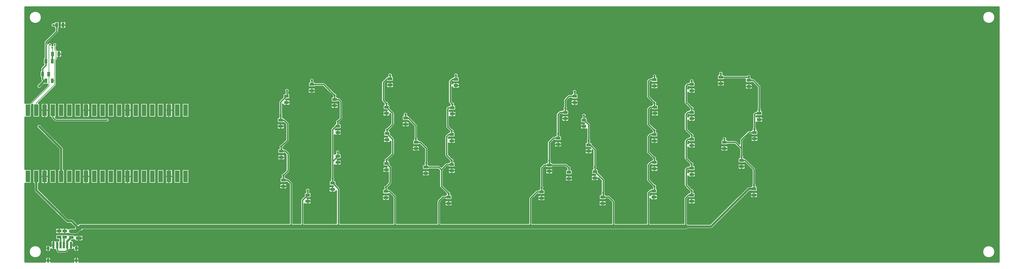
<source format=gbr>
G04 GENERATED BY PULSONIX 12.5 GERBER.DLL 9449*
G04 #@! TF.GenerationSoftware,Pulsonix,Pulsonix,12.5.9449*
G04 #@! TF.CreationDate,2024-11-25T21:04:47--1:00*
G04 #@! TF.Part,Single*
%FSLAX35Y35*%
%LPD*%
%MOMM*%
G04 #@! TF.FileFunction,Copper,L2,Bot*
G04 #@! TF.FilePolarity,Positive*
G04 #@! TA.AperFunction,OtherCopper,Copper*
%ADD15C,0.50000*%
%ADD16C,0.30000*%
G04 #@! TA.AperFunction,Conductor*
%ADD17C,0.40640*%
G04 #@! TA.AperFunction,ViaPad*
%ADD18C,0.70000*%
%ADD19C,0.60000*%
G04 #@! TA.AperFunction,Conductor*
%ADD70C,0.20320*%
%ADD74C,0.63500*%
%ADD75C,1.27000*%
G04 #@! TA.AperFunction,SMDPad,CuDef*
%ADD76R,1.40000X0.90000*%
%ADD78R,0.90000X1.40000*%
%ADD80R,1.40000X3.60000*%
%ADD81R,0.70000X2.00000*%
G04 #@! TA.AperFunction,ComponentPad*
%ADD82O,0.85000X1.35000*%
G04 #@! TA.AperFunction,SMDPad,CuDef*
%ADD83R,1.80000X1.00000*%
G04 #@! TD.AperFunction*
X0Y0D02*
D02*
D15*
X1385800Y8759700D02*
Y5812362D01*
G75*
G02*
X1401938Y5815740I16138J-36862D01*
G01*
X1517714D01*
X2064475Y6362501D01*
Y6390135D01*
X1974625D01*
G75*
G02*
X1971619Y6390247I-6J40240D01*
G01*
X1879621Y6298249D01*
G75*
G02*
X1738010Y6333688I-66371J35439D01*
G01*
G75*
G02*
X1777811Y6400059I75240J0D01*
G01*
X1878273Y6500521D01*
X1873798Y6504996D01*
G75*
G02*
X1855878Y6548000I42640J43004D01*
G01*
Y6599640D01*
G75*
G02*
X1831198Y6636750I15560J37110D01*
G01*
Y6776750D01*
G75*
G02*
X1855878Y6813860I40240J0D01*
G01*
Y6873438D01*
G75*
G02*
X1873798Y6916442I60560J0D01*
G01*
X1955550Y6998194D01*
G75*
G02*
X1934385Y7033625I19075J35431D01*
G01*
Y7173625D01*
G75*
G02*
X1959065Y7210735I40240J0D01*
G01*
Y7688625D01*
G75*
G02*
X1976985Y7731629I60560J0D01*
G01*
X2292440Y8047084D01*
Y8107765D01*
G75*
G02*
X2267787Y8143411I15560J37110D01*
G01*
G75*
G02*
X2169010Y8214875I-23537J71464D01*
G01*
G75*
G02*
X2267787Y8286339I75240J0D01*
G01*
G75*
G02*
X2308000Y8325115I40213J-1464D01*
G01*
X2398000D01*
G75*
G02*
X2438240Y8284875I0J-40240D01*
G01*
Y8144875D01*
G75*
G02*
X2413560Y8107765I-40240J0D01*
G01*
Y8022000D01*
G75*
G02*
X2395640Y7978996I-60560J0D01*
G01*
X2080185Y7663541D01*
Y7640423D01*
G75*
G02*
X2209886Y7586615I64065J-28798D01*
G01*
G75*
G02*
X2224445Y7585140I238J-70240D01*
G01*
G75*
G02*
X2219260Y7611625I65055J26486D01*
G01*
G75*
G02*
X2359740I70240J0D01*
G01*
G75*
G02*
X2339900Y7562702I-70240J0D01*
G01*
Y7473751D01*
X2364712Y7448939D01*
G75*
G02*
X2371302Y7440875I-35522J-35754D01*
G01*
X2371500D01*
X2461500D01*
G75*
G02*
X2506500Y7395875I0J-45000D01*
G01*
Y7255875D01*
G75*
G02*
X2461500Y7210875I-45000J0D01*
G01*
X2379588D01*
Y7183000D01*
G75*
G02*
X2364712Y7147248I-50400J0D01*
G01*
X2339900Y7122436D01*
Y6506895D01*
G75*
G02*
Y6493855I-50400J-6520D01*
G01*
Y6381312D01*
G75*
G02*
X2325024Y6345560I-50400J0D01*
G01*
X1795204Y5815740D01*
X1795938D01*
G75*
G02*
X1836178Y5775500I0J-40240D01*
G01*
Y5415500D01*
G75*
G02*
X1795938Y5375260I-40240J0D01*
G01*
X1655938D01*
G75*
G02*
X1615698Y5415500I0J40240D01*
G01*
Y5771172D01*
X1582178Y5737652D01*
Y5415500D01*
G75*
G02*
X1541938Y5375260I-40240J0D01*
G01*
X1401938D01*
G75*
G02*
X1385800Y5378638I0J40240D01*
G01*
Y3780362D01*
G75*
G02*
X1401938Y3783740I16138J-36862D01*
G01*
X1541938D01*
G75*
G02*
X1582178Y3743500I0J-40240D01*
G01*
Y3383500D01*
G75*
G02*
X1541938Y3343260I-40240J0D01*
G01*
X1401938D01*
G75*
G02*
X1385800Y3346638I0J40240D01*
G01*
Y941300D01*
X2002036D01*
G75*
G02*
X2000188Y959188I85652J17888D01*
G01*
Y1009188D01*
G75*
G02*
X2175188I87500J0D01*
G01*
Y959188D01*
G75*
G02*
X2173340Y941300I-87500J0D01*
G01*
X2866036D01*
G75*
G02*
X2864188Y959188I85652J17888D01*
G01*
Y1009188D01*
G75*
G02*
X3039188I87500J0D01*
G01*
Y959188D01*
G75*
G02*
X3037340Y941300I-87500J0D01*
G01*
X31204200D01*
Y8759700D01*
X1385800D01*
X1890240Y8450500D02*
G75*
G02*
X1499760I-195240J0D01*
G01*
G75*
G02*
X1890240I195240J0D01*
G01*
X2453500Y8284875D02*
G75*
G02*
X2498500Y8329875I45000J0D01*
G01*
X2588500D01*
G75*
G02*
X2633500Y8284875I0J-45000D01*
G01*
Y8144875D01*
G75*
G02*
X2588500Y8099875I-45000J0D01*
G01*
X2498500D01*
G75*
G02*
X2453500Y8144875I0J45000D01*
G01*
Y8284875D01*
X2631698Y5775500D02*
G75*
G02*
X2671938Y5815740I40240J0D01*
G01*
X2811938D01*
G75*
G02*
X2852178Y5775500I0J-40240D01*
G01*
Y5415500D01*
G75*
G02*
X2811938Y5375260I-40240J0D01*
G01*
X2671938D01*
G75*
G02*
X2631698Y5415500I0J40240D01*
G01*
Y5775500D01*
X2885698D02*
G75*
G02*
X2925938Y5815740I40240J0D01*
G01*
X3065938D01*
G75*
G02*
X3106178Y5775500I0J-40240D01*
G01*
Y5415500D01*
G75*
G02*
X3065938Y5375260I-40240J0D01*
G01*
X2925938D01*
G75*
G02*
X2885698Y5415500I0J40240D01*
G01*
Y5775500D01*
X3134938D02*
G75*
G02*
X3179938Y5820500I45000J0D01*
G01*
X3319938D01*
G75*
G02*
X3364938Y5775500I0J-45000D01*
G01*
Y5415500D01*
G75*
G02*
X3319938Y5370500I-45000J0D01*
G01*
X3179938D01*
G75*
G02*
X3134938Y5415500I0J45000D01*
G01*
Y5775500D01*
X3393698D02*
G75*
G02*
X3433938Y5815740I40240J0D01*
G01*
X3573938D01*
G75*
G02*
X3614178Y5775500I0J-40240D01*
G01*
Y5415500D01*
G75*
G02*
X3573938Y5375260I-40240J0D01*
G01*
X3433938D01*
G75*
G02*
X3393698Y5415500I0J40240D01*
G01*
Y5775500D01*
X3647698D02*
G75*
G02*
X3687938Y5815740I40240J0D01*
G01*
X3827938D01*
G75*
G02*
X3868178Y5775500I0J-40240D01*
G01*
Y5415500D01*
G75*
G02*
X3827938Y5375260I-40240J0D01*
G01*
X3687938D01*
G75*
G02*
X3647698Y5415500I0J40240D01*
G01*
Y5775500D01*
X3901698D02*
G75*
G02*
X3941938Y5815740I40240J0D01*
G01*
X4081938D01*
G75*
G02*
X4122178Y5775500I0J-40240D01*
G01*
Y5415500D01*
G75*
G02*
X4081938Y5375260I-40240J0D01*
G01*
X3941938D01*
G75*
G02*
X3901698Y5415500I0J40240D01*
G01*
Y5775500D01*
X4155698Y3743500D02*
G75*
G02*
X4195938Y3783740I40240J0D01*
G01*
X4335938D01*
G75*
G02*
X4376178Y3743500I0J-40240D01*
G01*
Y3383500D01*
G75*
G02*
X4335938Y3343260I-40240J0D01*
G01*
X4195938D01*
G75*
G02*
X4155698Y3383500I0J40240D01*
G01*
Y3743500D01*
Y5775500D02*
G75*
G02*
X4195938Y5815740I40240J0D01*
G01*
X4335938D01*
G75*
G02*
X4376178Y5775500I0J-40240D01*
G01*
Y5415500D01*
G75*
G02*
X4335938Y5375260I-40240J0D01*
G01*
X4195938D01*
G75*
G02*
X4155698Y5415500I0J40240D01*
G01*
Y5775500D01*
X4404938Y3743500D02*
G75*
G02*
X4449938Y3788500I45000J0D01*
G01*
X4589938D01*
G75*
G02*
X4634938Y3743500I0J-45000D01*
G01*
Y3383500D01*
G75*
G02*
X4589938Y3338500I-45000J0D01*
G01*
X4449938D01*
G75*
G02*
X4404938Y3383500I0J45000D01*
G01*
Y3743500D01*
Y5775500D02*
G75*
G02*
X4449938Y5820500I45000J0D01*
G01*
X4589938D01*
G75*
G02*
X4634938Y5775500I0J-45000D01*
G01*
Y5415500D01*
G75*
G02*
X4589938Y5370500I-45000J0D01*
G01*
X4449938D01*
G75*
G02*
X4404938Y5415500I0J45000D01*
G01*
Y5775500D01*
X4663698Y3743500D02*
G75*
G02*
X4703938Y3783740I40240J0D01*
G01*
X4843938D01*
G75*
G02*
X4884178Y3743500I0J-40240D01*
G01*
Y3383500D01*
G75*
G02*
X4843938Y3343260I-40240J0D01*
G01*
X4703938D01*
G75*
G02*
X4663698Y3383500I0J40240D01*
G01*
Y3743500D01*
Y5775500D02*
G75*
G02*
X4703938Y5815740I40240J0D01*
G01*
X4843938D01*
G75*
G02*
X4884178Y5775500I0J-40240D01*
G01*
Y5415500D01*
G75*
G02*
X4843938Y5375260I-40240J0D01*
G01*
X4703938D01*
G75*
G02*
X4663698Y5415500I0J40240D01*
G01*
Y5775500D01*
X4917698Y3743500D02*
G75*
G02*
X4957938Y3783740I40240J0D01*
G01*
X5097938D01*
G75*
G02*
X5138178Y3743500I0J-40240D01*
G01*
Y3383500D01*
G75*
G02*
X5097938Y3343260I-40240J0D01*
G01*
X4957938D01*
G75*
G02*
X4917698Y3383500I0J40240D01*
G01*
Y3743500D01*
Y5775500D02*
G75*
G02*
X4957938Y5815740I40240J0D01*
G01*
X5097938D01*
G75*
G02*
X5138178Y5775500I0J-40240D01*
G01*
Y5415500D01*
G75*
G02*
X5097938Y5375260I-40240J0D01*
G01*
X4957938D01*
G75*
G02*
X4917698Y5415500I0J40240D01*
G01*
Y5775500D01*
X5171698Y3743500D02*
G75*
G02*
X5211938Y3783740I40240J0D01*
G01*
X5351938D01*
G75*
G02*
X5392178Y3743500I0J-40240D01*
G01*
Y3383500D01*
G75*
G02*
X5351938Y3343260I-40240J0D01*
G01*
X5211938D01*
G75*
G02*
X5171698Y3383500I0J40240D01*
G01*
Y3743500D01*
Y5775500D02*
G75*
G02*
X5211938Y5815740I40240J0D01*
G01*
X5351938D01*
G75*
G02*
X5392178Y5775500I0J-40240D01*
G01*
Y5415500D01*
G75*
G02*
X5351938Y5375260I-40240J0D01*
G01*
X5211938D01*
G75*
G02*
X5171698Y5415500I0J40240D01*
G01*
Y5775500D01*
X5425698Y3743500D02*
G75*
G02*
X5465938Y3783740I40240J0D01*
G01*
X5605938D01*
G75*
G02*
X5646178Y3743500I0J-40240D01*
G01*
Y3383500D01*
G75*
G02*
X5605938Y3343260I-40240J0D01*
G01*
X5465938D01*
G75*
G02*
X5425698Y3383500I0J40240D01*
G01*
Y3743500D01*
Y5775500D02*
G75*
G02*
X5465938Y5815740I40240J0D01*
G01*
X5605938D01*
G75*
G02*
X5646178Y5775500I0J-40240D01*
G01*
Y5415500D01*
G75*
G02*
X5605938Y5375260I-40240J0D01*
G01*
X5465938D01*
G75*
G02*
X5425698Y5415500I0J40240D01*
G01*
Y5775500D01*
X5674938Y3743500D02*
G75*
G02*
X5719938Y3788500I45000J0D01*
G01*
X5859938D01*
G75*
G02*
X5904938Y3743500I0J-45000D01*
G01*
Y3383500D01*
G75*
G02*
X5859938Y3338500I-45000J0D01*
G01*
X5719938D01*
G75*
G02*
X5674938Y3383500I0J45000D01*
G01*
Y3743500D01*
Y5775500D02*
G75*
G02*
X5719938Y5820500I45000J0D01*
G01*
X5859938D01*
G75*
G02*
X5904938Y5775500I0J-45000D01*
G01*
Y5415500D01*
G75*
G02*
X5859938Y5370500I-45000J0D01*
G01*
X5719938D01*
G75*
G02*
X5674938Y5415500I0J45000D01*
G01*
Y5775500D01*
X5933698Y3743500D02*
G75*
G02*
X5973938Y3783740I40240J0D01*
G01*
X6113938D01*
G75*
G02*
X6154178Y3743500I0J-40240D01*
G01*
Y3383500D01*
G75*
G02*
X6113938Y3343260I-40240J0D01*
G01*
X5973938D01*
G75*
G02*
X5933698Y3383500I0J40240D01*
G01*
Y3743500D01*
Y5775500D02*
G75*
G02*
X5973938Y5815740I40240J0D01*
G01*
X6113938D01*
G75*
G02*
X6154178Y5775500I0J-40240D01*
G01*
Y5415500D01*
G75*
G02*
X6113938Y5375260I-40240J0D01*
G01*
X5973938D01*
G75*
G02*
X5933698Y5415500I0J40240D01*
G01*
Y5775500D01*
X6187698Y3743500D02*
G75*
G02*
X6227938Y3783740I40240J0D01*
G01*
X6367938D01*
G75*
G02*
X6408178Y3743500I0J-40240D01*
G01*
Y3383500D01*
G75*
G02*
X6367938Y3343260I-40240J0D01*
G01*
X6227938D01*
G75*
G02*
X6187698Y3383500I0J40240D01*
G01*
Y3743500D01*
Y5775500D02*
G75*
G02*
X6227938Y5815740I40240J0D01*
G01*
X6367938D01*
G75*
G02*
X6408178Y5775500I0J-40240D01*
G01*
Y5415500D01*
G75*
G02*
X6367938Y5375260I-40240J0D01*
G01*
X6227938D01*
G75*
G02*
X6187698Y5415500I0J40240D01*
G01*
Y5775500D01*
X9096000Y5148375D02*
G75*
G02*
X9141000Y5193375I45000J0D01*
G01*
X9281000D01*
G75*
G02*
X9326000Y5148375I0J-45000D01*
G01*
Y5058375D01*
G75*
G02*
X9281000Y5013375I-45000J0D01*
G01*
X9141000D01*
G75*
G02*
X9096000Y5058375I0J45000D01*
G01*
Y5148375D01*
X9215625Y4558644D02*
X9356815Y4699834D01*
Y5157666D01*
X9300696Y5213785D01*
G75*
G02*
X9281000Y5208635I-19696J35090D01*
G01*
X9141000D01*
G75*
G02*
X9100760Y5248875I0J40240D01*
G01*
Y5338875D01*
G75*
G02*
X9141000Y5379115I40240J0D01*
G01*
X9150440D01*
Y5392101D01*
G75*
G02*
Y5481399I60560J44649D01*
G01*
Y5849500D01*
G75*
G02*
X9168360Y5892504I60560J0D01*
G01*
X9275385Y5999529D01*
Y6069125D01*
G75*
G02*
X9315625Y6109365I40240J0D01*
G01*
X9340940D01*
Y6154101D01*
G75*
G02*
X9326260Y6198750I60560J44649D01*
G01*
G75*
G02*
X9476740I75240J0D01*
G01*
G75*
G02*
X9462060Y6154101I-75240J0D01*
G01*
Y6108847D01*
G75*
G02*
X9495865Y6069125I-6435J-39722D01*
G01*
Y5979125D01*
G75*
G02*
X9455625Y5938885I-40240J0D01*
G01*
X9386029D01*
X9370769Y5923625D01*
X9455625D01*
G75*
G02*
X9500625Y5878625I0J-45000D01*
G01*
Y5788625D01*
G75*
G02*
X9455625Y5743625I-45000J0D01*
G01*
X9315625D01*
G75*
G02*
X9271560Y5779499I0J45000D01*
G01*
Y5481399D01*
G75*
G02*
Y5392101I-60560J-44649D01*
G01*
Y5379115D01*
X9281000D01*
G75*
G02*
X9318620Y5353158I0J-40240D01*
G01*
G75*
G02*
X9349254Y5336515I-12370J-59283D01*
G01*
X9460015Y5225754D01*
G75*
G02*
X9477935Y5182750I-42640J-43004D01*
G01*
Y4674750D01*
G75*
G02*
X9460015Y4631746I-60560J0D01*
G01*
X9301269Y4473000D01*
G75*
G02*
X9287435Y4439601I-74394J11250D01*
G01*
Y4426615D01*
X9296875D01*
G75*
G02*
X9333985Y4401935I0J-40240D01*
G01*
X9353875D01*
G75*
G02*
X9396879Y4384015I0J-60560D01*
G01*
X9475890Y4305004D01*
G75*
G02*
X9493810Y4262000I-42640J-43004D01*
G01*
Y3737936D01*
G75*
G02*
X9475890Y3694932I-60560J0D01*
G01*
X9364958Y3584000D01*
G75*
G02*
X9350935Y3550346I-74394J11250D01*
G01*
Y3537615D01*
X9360375D01*
G75*
G02*
X9397485Y3512935I0J-40240D01*
G01*
X9417375D01*
G75*
G02*
X9460379Y3495015I0J-60560D01*
G01*
X9571140Y3384254D01*
G75*
G02*
X9589060Y3341250I-42640J-43004D01*
G01*
Y2127365D01*
X9817190D01*
Y2833250D01*
G75*
G02*
X9835110Y2876254I60560J0D01*
G01*
X9926260Y2967404D01*
Y3037000D01*
G75*
G02*
X9966500Y3077240I40240J0D01*
G01*
X9975940D01*
Y3090226D01*
G75*
G02*
X9961260Y3134875I60560J44649D01*
G01*
G75*
G02*
X10111740I75240J0D01*
G01*
G75*
G02*
X10097060Y3090226I-75240J0D01*
G01*
Y3077240D01*
X10106500D01*
G75*
G02*
X10146740Y3037000I0J-40240D01*
G01*
Y2947000D01*
G75*
G02*
X10106500Y2906760I-40240J0D01*
G01*
X10036904D01*
X10021644Y2891500D01*
X10106500D01*
G75*
G02*
X10151500Y2846500I0J-45000D01*
G01*
Y2756500D01*
G75*
G02*
X10106500Y2711500I-45000J0D01*
G01*
X9966500D01*
G75*
G02*
X9938310Y2721424I0J45000D01*
G01*
Y2127365D01*
X10912565D01*
Y3112499D01*
G75*
G02*
X10868500Y3076625I-44065J9126D01*
G01*
X10728500D01*
G75*
G02*
X10683500Y3121625I0J45000D01*
G01*
Y3211625D01*
G75*
G02*
X10728500Y3256625I45000J0D01*
G01*
X10813356D01*
X10798096Y3271885D01*
X10728500D01*
G75*
G02*
X10688260Y3312125I0J40240D01*
G01*
Y3402125D01*
G75*
G02*
X10728500Y3442365I40240J0D01*
G01*
X10735913D01*
G75*
G02*
X10737940Y3528774I62587J41760D01*
G01*
Y4016730D01*
G75*
G02*
Y4031020I60560J7145D01*
G01*
Y5002500D01*
G75*
G02*
X10755860Y5045504I60560J0D01*
G01*
X10847010Y5136654D01*
Y5148375D01*
G75*
G02*
X10887250Y5188615I40240J0D01*
G01*
X10896690D01*
Y5201601D01*
G75*
G02*
X10946000Y5320644I60560J44649D01*
G01*
X10991940Y5366584D01*
Y5833865D01*
X10964982Y5860823D01*
G75*
G02*
X10932000Y5843635I-32983J23052D01*
G01*
X10792000D01*
G75*
G02*
X10751760Y5883875I0J40240D01*
G01*
Y5973875D01*
G75*
G02*
X10792000Y6014115I40240J0D01*
G01*
X10799413D01*
G75*
G02*
X10787606Y6044625I62587J41760D01*
G01*
X10503541Y6328690D01*
X10270610D01*
G75*
G02*
X10233500Y6304010I-37110J15560D01*
G01*
X10093500D01*
G75*
G02*
X10053260Y6344250I0J40240D01*
G01*
Y6434250D01*
G75*
G02*
X10093500Y6474490I40240J0D01*
G01*
X10100913D01*
G75*
G02*
X10088260Y6516250I62587J41760D01*
G01*
G75*
G02*
X10238740I75240J0D01*
G01*
G75*
G02*
X10226087Y6474490I-75240J0D01*
G01*
X10233500D01*
G75*
G02*
X10270610Y6449810I0J-40240D01*
G01*
X10528625D01*
G75*
G02*
X10571629Y6431890I0J-60560D01*
G01*
X10873250Y6130269D01*
G75*
G02*
X10924587Y6014115I-11250J-74394D01*
G01*
X10932000D01*
G75*
G02*
X10969110Y5989435I0J-40240D01*
G01*
X10982574D01*
G75*
G02*
X11025578Y5971515I0J-60560D01*
G01*
X11095140Y5901953D01*
G75*
G02*
X11113060Y5858949I-42640J-43004D01*
G01*
Y5341500D01*
G75*
G02*
X11095140Y5298496I-60560J0D01*
G01*
X11031644Y5235000D01*
G75*
G02*
X11017810Y5201601I-74394J11250D01*
G01*
Y5188615D01*
X11027250D01*
G75*
G02*
X11067490Y5148375I0J-40240D01*
G01*
Y5058375D01*
G75*
G02*
X11027250Y5018135I-40240J0D01*
G01*
X10899779D01*
X10884431Y5002787D01*
G75*
G02*
X10887250Y5002875I2813J-44912D01*
G01*
X11027250D01*
G75*
G02*
X11072250Y4957875I0J-45000D01*
G01*
Y4867875D01*
G75*
G02*
X11027250Y4822875I-45000J0D01*
G01*
X10887250D01*
G75*
G02*
X10859060Y4832799I0J45000D01*
G01*
Y4256341D01*
G75*
G02*
X10887250Y4267865I28190J-28716D01*
G01*
X10894663D01*
G75*
G02*
X10882010Y4309625I62587J41760D01*
G01*
G75*
G02*
X11032490I75240J0D01*
G01*
G75*
G02*
X11019837Y4267865I-75240J0D01*
G01*
X11027250D01*
G75*
G02*
X11067490Y4227625I0J-40240D01*
G01*
Y4137625D01*
G75*
G02*
X11027250Y4097385I-40240J0D01*
G01*
X10957654D01*
X10942394Y4082125D01*
X11027250D01*
G75*
G02*
X11072250Y4037125I0J-45000D01*
G01*
Y3947125D01*
G75*
G02*
X11027250Y3902125I-45000J0D01*
G01*
X10887250D01*
G75*
G02*
X10859060Y3912049I0J45000D01*
G01*
Y3528774D01*
G75*
G02*
X10861087Y3442365I-60560J-44649D01*
G01*
X10868500D01*
G75*
G02*
X10908740Y3402125I0J-40240D01*
G01*
Y3332529D01*
X11015765Y3225504D01*
G75*
G02*
X11033685Y3182500I-42640J-43004D01*
G01*
Y2127365D01*
X12642940D01*
Y2919291D01*
X12532318Y3029913D01*
G75*
G02*
X12503625Y3017885I-28694J28212D01*
G01*
X12363625D01*
G75*
G02*
X12323385Y3058125I0J40240D01*
G01*
Y3148125D01*
G75*
G02*
X12363625Y3188365I40240J0D01*
G01*
X12371038D01*
G75*
G02*
X12422375Y3304519I62587J41760D01*
G01*
X12501315Y3383459D01*
Y3679875D01*
X12379500D01*
G75*
G02*
X12334500Y3724875I0J45000D01*
G01*
Y3814875D01*
G75*
G02*
X12379500Y3859875I45000J0D01*
G01*
X12464356D01*
X12449096Y3875135D01*
X12379500D01*
G75*
G02*
X12339260Y3915375I0J40240D01*
G01*
Y4005375D01*
G75*
G02*
X12378855Y4045610I40240J0D01*
G01*
G75*
G02*
X12438250Y4145894I70645J25890D01*
G01*
X12579440Y4287084D01*
Y4636499D01*
G75*
G02*
X12535375Y4600625I-44065J9126D01*
G01*
X12395375D01*
G75*
G02*
X12350375Y4645625I0J45000D01*
G01*
Y4735625D01*
G75*
G02*
X12395375Y4780625I45000J0D01*
G01*
X12480231D01*
X12464971Y4795885D01*
X12395375D01*
G75*
G02*
X12355135Y4836125I0J40240D01*
G01*
Y4926125D01*
G75*
G02*
X12394730Y4966360I40240J0D01*
G01*
G75*
G02*
X12454125Y5066644I70645J25890D01*
G01*
X12579440Y5191959D01*
Y5475166D01*
X12564500Y5490106D01*
Y5455250D01*
G75*
G02*
X12519500Y5410250I-45000J0D01*
G01*
X12379500D01*
G75*
G02*
X12334500Y5455250I0J45000D01*
G01*
Y5545250D01*
G75*
G02*
X12379500Y5590250I45000J0D01*
G01*
X12464356D01*
X12449096Y5605510D01*
X12379500D01*
G75*
G02*
X12339260Y5645750I0J40240D01*
G01*
Y5735750D01*
G75*
G02*
X12378855Y5775985I40240J0D01*
G01*
G75*
G02*
X12375106Y5790625I70645J25891D01*
G01*
X12311610Y5854121D01*
G75*
G02*
X12293690Y5897125I42640J43004D01*
G01*
Y6452750D01*
G75*
G02*
X12311610Y6495754I60560J0D01*
G01*
X12422371Y6606515D01*
G75*
G02*
X12453005Y6623158I43004J-42640D01*
G01*
G75*
G02*
X12490625Y6649115I37620J-14283D01*
G01*
X12491228D01*
G75*
G02*
X12486635Y6675000I70647J25885D01*
G01*
G75*
G02*
X12637115I75240J0D01*
G01*
G75*
G02*
X12632506Y6649071I-75240J0D01*
G01*
G75*
G02*
X12670865Y6608875I-1881J-40196D01*
G01*
Y6518875D01*
G75*
G02*
X12630625Y6478635I-40240J0D01*
G01*
X12490625D01*
G75*
G02*
X12470929Y6483785I0J40240D01*
G01*
X12414810Y6427666D01*
Y5922209D01*
X12460750Y5876269D01*
G75*
G02*
X12520145Y5775985I-11250J-74394D01*
G01*
G75*
G02*
X12559740Y5735750I-645J-40235D01*
G01*
Y5666154D01*
X12682640Y5543254D01*
G75*
G02*
X12700560Y5500250I-42640J-43004D01*
G01*
Y5166875D01*
G75*
G02*
X12682640Y5123871I-60560J0D01*
G01*
X12539769Y4981000D01*
G75*
G02*
X12536020Y4966360I-74394J11251D01*
G01*
G75*
G02*
X12575615Y4926125I-645J-40235D01*
G01*
Y4856529D01*
X12682640Y4749504D01*
G75*
G02*
X12700560Y4706500I-42640J-43004D01*
G01*
Y4262000D01*
G75*
G02*
X12682640Y4218996I-60560J0D01*
G01*
X12523894Y4060250D01*
G75*
G02*
X12520145Y4045610I-74394J11251D01*
G01*
G75*
G02*
X12559740Y4005375I-645J-40235D01*
G01*
Y3935779D01*
X12604515Y3891004D01*
G75*
G02*
X12622435Y3848000I-42640J-43004D01*
G01*
Y3358375D01*
G75*
G02*
X12604515Y3315371I-60560J0D01*
G01*
X12508019Y3218875D01*
G75*
G02*
X12496212Y3188365I-74394J11250D01*
G01*
X12503625D01*
G75*
G02*
X12540735Y3163685I0J-40240D01*
G01*
X12544750D01*
G75*
G02*
X12587754Y3145765I0J-60560D01*
G01*
X12746140Y2987379D01*
G75*
G02*
X12764060Y2944375I-42640J-43004D01*
G01*
Y2127365D01*
X13992315D01*
Y2801500D01*
G75*
G02*
X14010235Y2844504I60560J0D01*
G01*
X14136871Y2971140D01*
G75*
G02*
X14179875Y2989060I43004J-42640D01*
G01*
X14247390D01*
G75*
G02*
X14283855Y3013735I37110J-15560D01*
G01*
G75*
G02*
X14280106Y3028375I70645J25891D01*
G01*
X14089610Y3218871D01*
G75*
G02*
X14071690Y3261875I42640J43004D01*
G01*
Y3744791D01*
X14027791Y3788690D01*
X13763110D01*
G75*
G02*
X13726000Y3764010I-37110J15560D01*
G01*
X13586000D01*
G75*
G02*
X13545760Y3804250I0J40240D01*
G01*
Y3894250D01*
G75*
G02*
X13586000Y3934490I40240J0D01*
G01*
X13605361D01*
G75*
G02*
X13607388Y4020899I62587J41760D01*
G01*
Y4399593D01*
X13459806Y4547175D01*
G75*
G02*
X13424375Y4526010I-35431J19075D01*
G01*
X13284375D01*
G75*
G02*
X13244135Y4566250I0J40240D01*
G01*
Y4656250D01*
G75*
G02*
X13279893Y4696240I40240J0D01*
G01*
G75*
G02*
X13289888Y4767024I70555J26135D01*
G01*
Y5098093D01*
X13115014Y5272967D01*
G75*
G02*
X13106875Y5272135I-8140J39408D01*
G01*
X12966875D01*
G75*
G02*
X12926635Y5312375I0J40240D01*
G01*
Y5402375D01*
G75*
G02*
X12962393Y5442365I40240J0D01*
G01*
G75*
G02*
X12957708Y5468500I70555J26135D01*
G01*
G75*
G02*
X13108188I75240J0D01*
G01*
G75*
G02*
X13103595Y5442615I-75240J0D01*
G01*
X13106875D01*
G75*
G02*
X13146407Y5409893I0J-40240D01*
G01*
G75*
G02*
X13159254Y5400015I-30159J-52517D01*
G01*
X13393088Y5166181D01*
G75*
G02*
X13411008Y5123177I-42640J-43004D01*
G01*
Y4767024D01*
G75*
G02*
X13421095Y4696490I-60560J-44649D01*
G01*
X13424375D01*
G75*
G02*
X13461485Y4671810I0J-40240D01*
G01*
X13481375D01*
G75*
G02*
X13524379Y4653890I0J-60560D01*
G01*
X13710588Y4467681D01*
G75*
G02*
X13728508Y4424677I-42640J-43004D01*
G01*
Y4020899D01*
G75*
G02*
X13730375Y3934251I-60560J-44649D01*
G01*
G75*
G02*
X13763110Y3909810I-4375J-40001D01*
G01*
X14052875D01*
G75*
G02*
X14095879Y3891890I0J-60560D01*
G01*
X14132250Y3855519D01*
X14247996Y3971265D01*
G75*
G02*
X14291000Y3989185I43004J-42640D01*
G01*
X14342640D01*
G75*
G02*
X14379750Y4013865I37110J-15560D01*
G01*
X14387163D01*
G75*
G02*
X14375356Y4044375I62587J41760D01*
G01*
X14248360Y4171371D01*
G75*
G02*
X14230440Y4214375I42640J43004D01*
G01*
Y4785875D01*
G75*
G02*
X14248360Y4828879I60560J0D01*
G01*
X14311496Y4892015D01*
G75*
G02*
X14342130Y4908658I43004J-42640D01*
G01*
G75*
G02*
X14379105Y4934610I37620J-14283D01*
G01*
G75*
G02*
X14375356Y4949250I70645J25891D01*
G01*
X14280110Y5044496D01*
G75*
G02*
X14262190Y5087500I42640J43004D01*
G01*
Y5643125D01*
G75*
G02*
X14280110Y5686129I60560J0D01*
G01*
X14311496Y5717515D01*
G75*
G02*
X14354500Y5735435I43004J-42640D01*
G01*
X14358515D01*
G75*
G02*
X14394980Y5760110I37110J-15560D01*
G01*
G75*
G02*
X14391231Y5774750I70645J25891D01*
G01*
X14359485Y5806496D01*
G75*
G02*
X14341565Y5849500I42640J43004D01*
G01*
Y6484500D01*
G75*
G02*
X14359485Y6527504I60560J0D01*
G01*
X14422621Y6590640D01*
G75*
G02*
X14465625Y6608560I43004J-42640D01*
G01*
X14469640D01*
G75*
G02*
X14506750Y6633240I37110J-15560D01*
G01*
X14515413D01*
G75*
G02*
X14502760Y6675000I62587J41760D01*
G01*
G75*
G02*
X14653240I75240J0D01*
G01*
G75*
G02*
X14640587Y6633240I-75240J0D01*
G01*
X14646750D01*
G75*
G02*
X14686990Y6593000I0J-40240D01*
G01*
Y6503000D01*
G75*
G02*
X14646750Y6462760I-40240J0D01*
G01*
X14506750D01*
G75*
G02*
X14478057Y6474788I1J40240D01*
G01*
X14462685Y6459416D01*
Y6411626D01*
G75*
G02*
X14506750Y6447500I44065J-9126D01*
G01*
X14646750D01*
G75*
G02*
X14691750Y6402500I0J-45000D01*
G01*
Y6312500D01*
G75*
G02*
X14646750Y6267500I-45000J0D01*
G01*
X14506750D01*
G75*
G02*
X14462685Y6303374I0J45000D01*
G01*
Y5874584D01*
X14476875Y5860394D01*
G75*
G02*
X14536270Y5760110I-11250J-74394D01*
G01*
G75*
G02*
X14575865Y5719875I-645J-40235D01*
G01*
Y5629875D01*
G75*
G02*
X14535625Y5589635I-40240J0D01*
G01*
X14395625D01*
G75*
G02*
X14383310Y5591566I1J40240D01*
G01*
Y5572657D01*
G75*
G02*
X14395625Y5574375I12315J-43282D01*
G01*
X14535625D01*
G75*
G02*
X14580625Y5529375I0J-45000D01*
G01*
Y5439375D01*
G75*
G02*
X14535625Y5394375I-45000J0D01*
G01*
X14395625D01*
G75*
G02*
X14383310Y5396093I0J45000D01*
G01*
Y5112584D01*
X14461000Y5034894D01*
G75*
G02*
X14520395Y4934610I-11250J-74394D01*
G01*
G75*
G02*
X14559990Y4894375I-645J-40235D01*
G01*
Y4804375D01*
G75*
G02*
X14519750Y4764135I-40240J0D01*
G01*
X14379750D01*
G75*
G02*
X14360054Y4769285I0J40240D01*
G01*
X14351560Y4760791D01*
Y4738951D01*
G75*
G02*
X14379750Y4748875I28190J-35076D01*
G01*
X14519750D01*
G75*
G02*
X14564750Y4703875I0J-45000D01*
G01*
Y4613875D01*
G75*
G02*
X14519750Y4568875I-45000J0D01*
G01*
X14379750D01*
G75*
G02*
X14351560Y4578799I0J45000D01*
G01*
Y4239459D01*
X14461000Y4130019D01*
G75*
G02*
X14512337Y4013865I-11250J-74394D01*
G01*
X14519750D01*
G75*
G02*
X14559990Y3973625I0J-40240D01*
G01*
Y3883625D01*
G75*
G02*
X14519750Y3843385I-40240J0D01*
G01*
X14379750D01*
G75*
G02*
X14342640Y3868065I0J40240D01*
G01*
X14316084D01*
X14192810Y3744791D01*
Y3286959D01*
X14365750Y3114019D01*
G75*
G02*
X14425145Y3013735I-11250J-74394D01*
G01*
G75*
G02*
X14464740Y2973500I-645J-40235D01*
G01*
Y2883500D01*
G75*
G02*
X14424500Y2843260I-40240J0D01*
G01*
X14284500D01*
G75*
G02*
X14247390Y2867940I0J40240D01*
G01*
X14204959D01*
X14113435Y2776416D01*
Y2127365D01*
X16802190D01*
Y2896750D01*
G75*
G02*
X16820110Y2939754I60560J0D01*
G01*
X17010246Y3129890D01*
G75*
G02*
X17053250Y3147810I43004J-42640D01*
G01*
X17089015D01*
G75*
G02*
X17126125Y3172490I37110J-15560D01*
G01*
X17139062D01*
Y3181223D01*
G75*
G02*
Y3270521I60560J44649D01*
G01*
Y3820997D01*
G75*
G02*
X17156982Y3864001I60560J0D01*
G01*
X17248371Y3955390D01*
G75*
G02*
X17291375Y3973310I43004J-42640D01*
G01*
X17327140D01*
G75*
G02*
X17364250Y3997990I37110J-15560D01*
G01*
X17373690D01*
Y4010976D01*
G75*
G02*
Y4100274I60560J44649D01*
G01*
Y4611250D01*
G75*
G02*
X17391610Y4654254I60560J0D01*
G01*
X17518246Y4780890D01*
G75*
G02*
X17561250Y4798810I43004J-42640D01*
G01*
X17597015D01*
G75*
G02*
X17634125Y4823490I37110J-15560D01*
G01*
X17641538D01*
G75*
G02*
X17643565Y4909899I62587J41760D01*
G01*
Y5468500D01*
G75*
G02*
X17661485Y5511504I60560J0D01*
G01*
X17724621Y5574640D01*
G75*
G02*
X17767625Y5592560I43004J-42640D01*
G01*
X17819265D01*
G75*
G02*
X17856375Y5617240I37110J-15560D01*
G01*
X17863788D01*
G75*
G02*
X17865815Y5703649I62587J41760D01*
G01*
Y5913000D01*
G75*
G02*
X17883735Y5956004I60560J0D01*
G01*
X17994496Y6066765D01*
G75*
G02*
X18037500Y6084685I43004J-42640D01*
G01*
X18105015D01*
G75*
G02*
X18142125Y6109365I37110J-15560D01*
G01*
X18151565D01*
Y6121101D01*
G75*
G02*
X18136885Y6165750I60560J44649D01*
G01*
G75*
G02*
X18287365I75240J0D01*
G01*
G75*
G02*
X18272685Y6121101I-75240J0D01*
G01*
Y6109365D01*
X18282125D01*
G75*
G02*
X18322365Y6069125I0J-40240D01*
G01*
Y5979125D01*
G75*
G02*
X18282125Y5938885I-40240J0D01*
G01*
X18142125D01*
G75*
G02*
X18105015Y5963565I0J40240D01*
G01*
X18062584D01*
X17986935Y5887916D01*
Y5703649D01*
G75*
G02*
X17988962Y5617240I-60560J-44649D01*
G01*
X17996375D01*
G75*
G02*
X18036615Y5577000I0J-40240D01*
G01*
Y5487000D01*
G75*
G02*
X17996375Y5446760I-40240J0D01*
G01*
X17856375D01*
G75*
G02*
X17819265Y5471440I0J40240D01*
G01*
X17792709D01*
X17764685Y5443416D01*
Y4909899D01*
G75*
G02*
X17766712Y4823490I-60560J-44649D01*
G01*
X17774125D01*
G75*
G02*
X17814365Y4783250I0J-40240D01*
G01*
Y4693250D01*
G75*
G02*
X17774125Y4653010I-40240J0D01*
G01*
X17634125D01*
G75*
G02*
X17597015Y4677690I0J40240D01*
G01*
X17586334D01*
X17494810Y4586166D01*
Y4100274D01*
G75*
G02*
Y4010976I-60560J-44649D01*
G01*
Y3997990D01*
X17504250D01*
G75*
G02*
X17541360Y3973310I0J-40240D01*
G01*
X17942250D01*
G75*
G02*
X17985254Y3955390I0J-60560D01*
G01*
X18048750Y3891894D01*
G75*
G02*
X18100087Y3775740I-11250J-74394D01*
G01*
X18107500D01*
G75*
G02*
X18147740Y3735500I0J-40240D01*
G01*
Y3645500D01*
G75*
G02*
X18107500Y3605260I-40240J0D01*
G01*
X17967500D01*
G75*
G02*
X17927260Y3645500I0J40240D01*
G01*
Y3735500D01*
G75*
G02*
X17967500Y3775740I40240J0D01*
G01*
X17974913D01*
G75*
G02*
X17963106Y3806250I62587J41760D01*
G01*
X17917166Y3852190D01*
X17541360D01*
G75*
G02*
X17504250Y3827510I-37110J15560D01*
G01*
X17364250D01*
G75*
G02*
X17327140Y3852190I0J40240D01*
G01*
X17316459D01*
X17260182Y3795913D01*
Y3270521D01*
G75*
G02*
Y3181223I-60560J-44649D01*
G01*
Y3172490D01*
X17266125D01*
G75*
G02*
X17306365Y3132250I0J-40240D01*
G01*
Y3042250D01*
G75*
G02*
X17266125Y3002010I-40240J0D01*
G01*
X17126125D01*
G75*
G02*
X17089015Y3026690I0J40240D01*
G01*
X17078334D01*
X16923310Y2871666D01*
Y2127365D01*
X19342190D01*
Y2760541D01*
X19234791Y2867940D01*
X19176485D01*
G75*
G02*
X19139375Y2843260I-37110J15560D01*
G01*
X18999375D01*
G75*
G02*
X18959135Y2883500I0J40240D01*
G01*
Y2973500D01*
G75*
G02*
X18999375Y3013740I40240J0D01*
G01*
X19022663D01*
G75*
G02*
X19024690Y3100149I62587J41760D01*
G01*
Y3432713D01*
X18946250Y3511153D01*
Y3470875D01*
G75*
G02*
X18901250Y3425875I-45000J0D01*
G01*
X18761250D01*
G75*
G02*
X18716250Y3470875I0J45000D01*
G01*
Y3560875D01*
G75*
G02*
X18761250Y3605875I45000J0D01*
G01*
X18851528D01*
X18836268Y3621135D01*
X18761250D01*
G75*
G02*
X18721010Y3661375I0J40240D01*
G01*
Y3751375D01*
G75*
G02*
X18761250Y3791615I40240J0D01*
G01*
X18770690D01*
Y3804601D01*
G75*
G02*
Y3893899I60560J44649D01*
G01*
Y4363916D01*
X18755750Y4378856D01*
Y4296375D01*
G75*
G02*
X18710750Y4251375I-45000J0D01*
G01*
X18570750D01*
G75*
G02*
X18525750Y4296375I0J45000D01*
G01*
Y4386375D01*
G75*
G02*
X18570750Y4431375I45000J0D01*
G01*
X18703231D01*
X18687971Y4446635D01*
X18570750D01*
G75*
G02*
X18530510Y4486875I0J40240D01*
G01*
Y4576875D01*
G75*
G02*
X18570750Y4617115I40240J0D01*
G01*
X18578187D01*
Y4630101D01*
G75*
G02*
Y4719399I60560J44649D01*
G01*
Y5014572D01*
G75*
G02*
X18567875Y5013375I-10310J43803D01*
G01*
X18427875D01*
G75*
G02*
X18382875Y5058375I0J45000D01*
G01*
Y5148375D01*
G75*
G02*
X18427875Y5193375I45000J0D01*
G01*
X18512731D01*
X18497471Y5208635D01*
X18427875D01*
G75*
G02*
X18387635Y5248875I0J40240D01*
G01*
Y5338875D01*
G75*
G02*
X18427875Y5379115I40240J0D01*
G01*
X18437315D01*
Y5392101D01*
G75*
G02*
X18422635Y5436750I60560J44649D01*
G01*
G75*
G02*
X18573115I75240J0D01*
G01*
G75*
G02*
X18558435Y5392101I-75240J0D01*
G01*
Y5379115D01*
X18567875D01*
G75*
G02*
X18608115Y5338875I0J-40240D01*
G01*
Y5269279D01*
X18681387Y5196007D01*
G75*
G02*
X18699307Y5153003I-42640J-43004D01*
G01*
Y4719399D01*
G75*
G02*
Y4630101I-60560J-44649D01*
G01*
Y4617115D01*
X18710750D01*
G75*
G02*
X18750990Y4576875I0J-40240D01*
G01*
Y4554904D01*
X18873890Y4432004D01*
G75*
G02*
X18891810Y4389000I-42640J-43004D01*
G01*
Y3893899D01*
G75*
G02*
Y3804601I-60560J-44649D01*
G01*
Y3791615D01*
X18901250D01*
G75*
G02*
X18941490Y3751375I0J-40240D01*
G01*
Y3687201D01*
X19127890Y3500801D01*
G75*
G02*
X19145810Y3457797I-42640J-43004D01*
G01*
Y3100149D01*
G75*
G02*
X19147304Y3012951I-60560J-44649D01*
G01*
G75*
G02*
X19176485Y2989060I-7929J-39451D01*
G01*
X19259875D01*
G75*
G02*
X19302879Y2971140I0J-60560D01*
G01*
X19445390Y2828629D01*
G75*
G02*
X19463310Y2785625I-42640J-43004D01*
G01*
Y2127365D01*
X20405815D01*
Y3055500D01*
G75*
G02*
X20423735Y3098504I60560J0D01*
G01*
X20486871Y3161640D01*
G75*
G02*
X20529875Y3179560I43004J-42640D01*
G01*
X20533890D01*
G75*
G02*
X20571000Y3204240I37110J-15560D01*
G01*
X20597565D01*
Y3217226D01*
G75*
G02*
X20583731Y3250625I60560J44649D01*
G01*
X20423735Y3410621D01*
G75*
G02*
X20405815Y3453625I42640J43004D01*
G01*
Y3912750D01*
G75*
G02*
X20423735Y3955754I60560J0D01*
G01*
X20502746Y4034765D01*
G75*
G02*
X20545750Y4052685I43004J-42640D01*
G01*
X20549765D01*
G75*
G02*
X20586875Y4077365I37110J-15560D01*
G01*
X20595538D01*
G75*
G02*
X20583731Y4107875I62587J41760D01*
G01*
X20423735Y4267871D01*
G75*
G02*
X20405815Y4310875I42640J43004D01*
G01*
Y4785875D01*
G75*
G02*
X20423735Y4828879I60560J0D01*
G01*
X20486871Y4892015D01*
G75*
G02*
X20529875Y4909935I43004J-42640D01*
G01*
X20549765D01*
G75*
G02*
X20586875Y4934615I37110J-15560D01*
G01*
X20595538D01*
G75*
G02*
X20583731Y4965125I62587J41760D01*
G01*
X20423735Y5125121D01*
G75*
G02*
X20405815Y5168125I42640J43004D01*
G01*
Y5627250D01*
G75*
G02*
X20423735Y5670254I60560J0D01*
G01*
X20486871Y5733390D01*
G75*
G02*
X20529875Y5751310I43004J-42640D01*
G01*
X20565640D01*
G75*
G02*
X20595930Y5775408I37110J-15560D01*
G01*
G75*
G02*
X20583731Y5806500I62195J42342D01*
G01*
X20423735Y5966496D01*
G75*
G02*
X20405815Y6009500I42640J43004D01*
G01*
Y6484500D01*
G75*
G02*
X20423735Y6527504I60560J0D01*
G01*
X20470996Y6574765D01*
G75*
G02*
X20514000Y6592685I43004J-42640D01*
G01*
X20549765D01*
G75*
G02*
X20586875Y6617365I37110J-15560D01*
G01*
X20587478D01*
G75*
G02*
X20582885Y6643250I70647J25885D01*
G01*
G75*
G02*
X20733365I75240J0D01*
G01*
G75*
G02*
X20728756Y6617321I-75240J0D01*
G01*
G75*
G02*
X20767115Y6577125I-1881J-40196D01*
G01*
Y6487125D01*
G75*
G02*
X20726875Y6446885I-40240J0D01*
G01*
X20586875D01*
G75*
G02*
X20549765Y6471565I0J40240D01*
G01*
X20539084D01*
X20526935Y6459416D01*
Y6034584D01*
X20669375Y5892144D01*
G75*
G02*
X20720712Y5775990I-11250J-74394D01*
G01*
X20742750D01*
G75*
G02*
X20782990Y5735750I0J-40240D01*
G01*
Y5645750D01*
G75*
G02*
X20742750Y5605510I-40240J0D01*
G01*
X20602750D01*
G75*
G02*
X20565640Y5630190I0J40240D01*
G01*
X20554959D01*
X20526935Y5602166D01*
Y5193209D01*
X20669375Y5050769D01*
G75*
G02*
X20720712Y4934615I-11250J-74394D01*
G01*
X20726875D01*
G75*
G02*
X20767115Y4894375I0J-40240D01*
G01*
Y4804375D01*
G75*
G02*
X20726875Y4764135I-40240J0D01*
G01*
X20586875D01*
G75*
G02*
X20551444Y4785300I0J40240D01*
G01*
X20526935Y4760791D01*
Y4335959D01*
X20669375Y4193519D01*
G75*
G02*
X20720712Y4077365I-11250J-74394D01*
G01*
X20726875D01*
G75*
G02*
X20767115Y4037125I0J-40240D01*
G01*
Y3947125D01*
G75*
G02*
X20726875Y3906885I-40240J0D01*
G01*
X20586875D01*
G75*
G02*
X20558182Y3918913I1J40240D01*
G01*
X20526935Y3887666D01*
Y3478709D01*
X20669375Y3336269D01*
G75*
G02*
X20718685Y3217226I-11250J-74394D01*
G01*
Y3203499D01*
G75*
G02*
X20751240Y3164000I-7685J-39499D01*
G01*
Y3074000D01*
G75*
G02*
X20711000Y3033760I-40240J0D01*
G01*
X20571000D01*
G75*
G02*
X20542307Y3045788I1J40240D01*
G01*
X20526935Y3030416D01*
Y2982626D01*
G75*
G02*
X20571000Y3018500I44065J-9126D01*
G01*
X20711000D01*
G75*
G02*
X20756000Y2973500I0J-45000D01*
G01*
Y2883500D01*
G75*
G02*
X20711000Y2838500I-45000J0D01*
G01*
X20571000D01*
G75*
G02*
X20526935Y2874374I0J45000D01*
G01*
Y2127365D01*
X21548815D01*
Y2896750D01*
G75*
G02*
X21566735Y2939754I60560J0D01*
G01*
X21661621Y3034640D01*
G75*
G02*
X21692255Y3051283I43004J-42640D01*
G01*
G75*
G02*
X21729875Y3077240I37620J-14283D01*
G01*
X21736038D01*
G75*
G02*
X21724231Y3107750I62587J41760D01*
G01*
X21582610Y3249371D01*
G75*
G02*
X21564690Y3292375I42640J43004D01*
G01*
Y3780500D01*
G75*
G02*
X21582610Y3823504I60560J0D01*
G01*
X21619246Y3860140D01*
G75*
G02*
X21662250Y3878060I43004J-42640D01*
G01*
X21692765D01*
G75*
G02*
X21729875Y3902740I37110J-15560D01*
G01*
X21736038D01*
G75*
G02*
X21724231Y3933250I62587J41760D01*
G01*
X21582610Y4074871D01*
G75*
G02*
X21564690Y4117875I42640J43004D01*
G01*
Y4653625D01*
G75*
G02*
X21582610Y4696629I60560J0D01*
G01*
X21635121Y4749140D01*
G75*
G02*
X21678125Y4767060I43004J-42640D01*
G01*
X21692765D01*
G75*
G02*
X21729875Y4791740I37110J-15560D01*
G01*
X21736038D01*
G75*
G02*
X21724231Y4822250I62587J41760D01*
G01*
X21582610Y4963871D01*
G75*
G02*
X21564690Y5006875I42640J43004D01*
G01*
Y5479125D01*
G75*
G02*
X21582610Y5522129I60560J0D01*
G01*
X21635121Y5574640D01*
G75*
G02*
X21678125Y5592560I43004J-42640D01*
G01*
X21692765D01*
G75*
G02*
X21729875Y5617240I37110J-15560D01*
G01*
X21736038D01*
G75*
G02*
X21724231Y5647750I62587J41760D01*
G01*
X21582610Y5789371D01*
G75*
G02*
X21564690Y5832375I42640J43004D01*
G01*
Y6341625D01*
G75*
G02*
X21582610Y6384629I60560J0D01*
G01*
X21629871Y6431890D01*
G75*
G02*
X21672875Y6449810I43004J-42640D01*
G01*
X21692765D01*
G75*
G02*
X21727994Y6474446I37110J-15560D01*
G01*
G75*
G02*
X21723385Y6500375I70631J25929D01*
G01*
G75*
G02*
X21873865I75240J0D01*
G01*
G75*
G02*
X21869272Y6474490I-75240J0D01*
G01*
X21869875D01*
G75*
G02*
X21910115Y6434250I0J-40240D01*
G01*
Y6344250D01*
G75*
G02*
X21869875Y6304010I-40240J0D01*
G01*
X21729875D01*
G75*
G02*
X21694444Y6325175I0J40240D01*
G01*
X21685810Y6316541D01*
Y6252876D01*
G75*
G02*
X21729875Y6288750I44065J-9126D01*
G01*
X21869875D01*
G75*
G02*
X21914875Y6243750I0J-45000D01*
G01*
Y6153750D01*
G75*
G02*
X21869875Y6108750I-45000J0D01*
G01*
X21729875D01*
G75*
G02*
X21685810Y6144624I0J45000D01*
G01*
Y5857459D01*
X21809875Y5733394D01*
G75*
G02*
X21861212Y5617240I-11250J-74394D01*
G01*
X21869875D01*
G75*
G02*
X21910115Y5577000I0J-40240D01*
G01*
Y5487000D01*
G75*
G02*
X21869875Y5446760I-40240J0D01*
G01*
X21729875D01*
G75*
G02*
X21696415Y5464646I0J40240D01*
G01*
X21685810Y5454041D01*
Y5395626D01*
G75*
G02*
X21729875Y5431500I44065J-9126D01*
G01*
X21869875D01*
G75*
G02*
X21914875Y5386500I0J-45000D01*
G01*
Y5296500D01*
G75*
G02*
X21869875Y5251500I-45000J0D01*
G01*
X21729875D01*
G75*
G02*
X21685810Y5287374I0J45000D01*
G01*
Y5031959D01*
X21809875Y4907894D01*
G75*
G02*
X21861212Y4791740I-11250J-74394D01*
G01*
X21869875D01*
G75*
G02*
X21910115Y4751500I0J-40240D01*
G01*
Y4661500D01*
G75*
G02*
X21869875Y4621260I-40240J0D01*
G01*
X21729875D01*
G75*
G02*
X21696415Y4639146I0J40240D01*
G01*
X21685810Y4628541D01*
Y4570126D01*
G75*
G02*
X21729875Y4606000I44065J-9126D01*
G01*
X21869875D01*
G75*
G02*
X21914875Y4561000I0J-45000D01*
G01*
Y4471000D01*
G75*
G02*
X21869875Y4426000I-45000J0D01*
G01*
X21729875D01*
G75*
G02*
X21685810Y4461874I0J45000D01*
G01*
Y4142959D01*
X21809875Y4018894D01*
G75*
G02*
X21861212Y3902740I-11250J-74394D01*
G01*
X21869875D01*
G75*
G02*
X21910115Y3862500I0J-40240D01*
G01*
Y3772500D01*
G75*
G02*
X21869875Y3732260I-40240J0D01*
G01*
X21729875D01*
G75*
G02*
X21692765Y3756940I0J40240D01*
G01*
X21687334D01*
X21685810Y3755416D01*
Y3681126D01*
G75*
G02*
X21729875Y3717000I44065J-9126D01*
G01*
X21869875D01*
G75*
G02*
X21914875Y3672000I0J-45000D01*
G01*
Y3582000D01*
G75*
G02*
X21869875Y3537000I-45000J0D01*
G01*
X21729875D01*
G75*
G02*
X21685810Y3572874I0J45000D01*
G01*
Y3317459D01*
X21809875Y3193394D01*
G75*
G02*
X21861212Y3077240I-11250J-74394D01*
G01*
X21869875D01*
G75*
G02*
X21910115Y3037000I0J-40240D01*
G01*
Y2947000D01*
G75*
G02*
X21869875Y2906760I-40240J0D01*
G01*
X21729875D01*
G75*
G02*
X21710179Y2911910I0J40240D01*
G01*
X21669935Y2871666D01*
Y2108370D01*
G75*
G02*
X21684653Y2095615I-60558J-84747D01*
G01*
X22357430D01*
X23495220Y3233405D01*
G75*
G02*
X23546404Y3254490I50905J-50905D01*
G01*
X23605029D01*
G75*
G02*
X23633134Y3267702I29846J-26990D01*
G01*
G75*
G02*
X23643207Y3338274I70633J25923D01*
G01*
Y3761774D01*
X23422568Y3982413D01*
G75*
G02*
X23393875Y3970385I-28694J28212D01*
G01*
X23253875D01*
G75*
G02*
X23213635Y4010625I0J40240D01*
G01*
Y4100625D01*
G75*
G02*
X23252134Y4140827I40240J0D01*
G01*
G75*
G02*
X23262207Y4211399I70633J25923D01*
G01*
Y4395666D01*
X23107183Y4550690D01*
X22907110D01*
G75*
G02*
X22870000Y4526010I-37110J15560D01*
G01*
X22730000D01*
G75*
G02*
X22689760Y4566250I0J40240D01*
G01*
Y4656250D01*
G75*
G02*
X22728912Y4696475I40240J0D01*
G01*
G75*
G02*
X22724760Y4721125I71088J24649D01*
G01*
G75*
G02*
X22875240I75240J0D01*
G01*
G75*
G02*
X22871088Y4696475I-75240J-1D01*
G01*
G75*
G02*
X22907110Y4671810I-1088J-40225D01*
G01*
X23132267D01*
G75*
G02*
X23175271Y4653890I0J-60560D01*
G01*
X23262207Y4566954D01*
Y4689517D01*
G75*
G02*
X23280127Y4732521I60560J0D01*
G01*
X23503121Y4955515D01*
G75*
G02*
X23546125Y4973435I43004J-42640D01*
G01*
X23613640D01*
G75*
G02*
X23650105Y4998110I37110J-15560D01*
G01*
G75*
G02*
X23660190Y5068649I70645J25890D01*
G01*
Y5468500D01*
G75*
G02*
X23678110Y5511504I60560J0D01*
G01*
X23709496Y5542890D01*
G75*
G02*
X23752500Y5560810I43004J-42640D01*
G01*
X23756515D01*
G75*
G02*
X23792537Y5585475I37110J-15560D01*
G01*
G75*
G02*
X23803065Y5654774I71088J24649D01*
G01*
Y6300666D01*
X23651556Y6452175D01*
G75*
G02*
X23616125Y6431010I-35431J19075D01*
G01*
X23476125D01*
G75*
G02*
X23435885Y6471250I0J40240D01*
G01*
Y6550940D01*
X22795985D01*
G75*
G02*
X22758875Y6526260I-37110J15560D01*
G01*
X22618875D01*
G75*
G02*
X22578635Y6566500I0J40240D01*
G01*
Y6656500D01*
G75*
G02*
X22618875Y6696740I40240J0D01*
G01*
X22619349D01*
G75*
G02*
X22613635Y6725500I69526J28761D01*
G01*
G75*
G02*
X22764115I75240J0D01*
G01*
G75*
G02*
X22758401Y6696740I-75240J1D01*
G01*
X22758875D01*
G75*
G02*
X22795985Y6672060I0J-40240D01*
G01*
X23485591D01*
G75*
G02*
X23616770Y6601485I60534J-44685D01*
G01*
G75*
G02*
X23653235Y6576810I-645J-40235D01*
G01*
X23673125D01*
G75*
G02*
X23716129Y6558890I0J-60560D01*
G01*
X23906265Y6368754D01*
G75*
G02*
X23924185Y6325750I-42640J-43004D01*
G01*
Y5654774D01*
G75*
G02*
X23934713Y5585475I-60560J-44650D01*
G01*
G75*
G02*
X23973865Y5545250I-1088J-40225D01*
G01*
Y5455250D01*
G75*
G02*
X23933625Y5415010I-40240J0D01*
G01*
X23793625D01*
G75*
G02*
X23781310Y5416941I1J40240D01*
G01*
Y5398032D01*
G75*
G02*
X23793625Y5399750I12315J-43282D01*
G01*
X23933625D01*
G75*
G02*
X23978625Y5354750I0J-45000D01*
G01*
Y5264750D01*
G75*
G02*
X23933625Y5219750I-45000J0D01*
G01*
X23793625D01*
G75*
G02*
X23781310Y5221468I0J45000D01*
G01*
Y5068649D01*
G75*
G02*
X23791395Y4998110I-60560J-44649D01*
G01*
G75*
G02*
X23830990Y4957875I-645J-40235D01*
G01*
Y4867875D01*
G75*
G02*
X23790750Y4827635I-40240J0D01*
G01*
X23650750D01*
G75*
G02*
X23613640Y4852315I0J40240D01*
G01*
X23571209D01*
X23383327Y4664433D01*
Y4427895D01*
G75*
G02*
Y4413605I-60560J-7145D01*
G01*
Y4211399D01*
G75*
G02*
X23393414Y4140865I-60560J-44649D01*
G01*
X23393875D01*
G75*
G02*
X23430985Y4116185I0J-40240D01*
G01*
X23435000D01*
G75*
G02*
X23478004Y4098265I0J-60560D01*
G01*
X23746407Y3829862D01*
G75*
G02*
X23764327Y3786858I-42640J-43004D01*
G01*
Y3338274D01*
G75*
G02*
X23774414Y3267740I-60560J-44649D01*
G01*
X23774875D01*
G75*
G02*
X23815115Y3227500I0J-40240D01*
G01*
Y3137500D01*
G75*
G02*
X23774875Y3097260I-40240J0D01*
G01*
X23634875D01*
G75*
G02*
X23605029Y3110510I0J40240D01*
G01*
X23575945D01*
X22438155Y1972720D01*
G75*
G02*
X22386971Y1951635I-50905J50905D01*
G01*
X21684653D01*
G75*
G02*
X21600031Y1919885I-75278J71990D01*
G01*
X20475719D01*
G75*
G02*
X20457031I-9344J103740D01*
G01*
X19412094D01*
G75*
G02*
X19393406I-9344J103740D01*
G01*
X16872094D01*
G75*
G02*
X16853406I-9344J103740D01*
G01*
X14062219D01*
G75*
G02*
X14043531I-9344J103740D01*
G01*
X12712844D01*
G75*
G02*
X12694156I-9344J103740D01*
G01*
X10982469D01*
G75*
G02*
X10963781I-9344J103740D01*
G01*
X9887094D01*
G75*
G02*
X9868406I-9344J103740D01*
G01*
X9537844D01*
G75*
G02*
X9519156I-9344J103740D01*
G01*
X3157928D01*
Y1917250D01*
G75*
G02*
X3117688Y1877010I-40240J0D01*
G01*
X3084158D01*
X3014737Y1807589D01*
G75*
G02*
X2941188Y1777010I-73549J73161D01*
G01*
X2797500D01*
G75*
G02*
X2738372Y1795510I0J103740D01*
G01*
X2727500D01*
G75*
G02*
X2697562Y1808862I0J40240D01*
G01*
G75*
G02*
X2669063Y1798688I-28498J34826D01*
G01*
X2529063D01*
G75*
G02*
X2511751Y1802152I2J45000D01*
G01*
G75*
G02*
X2494438Y1798688I-17314J41536D01*
G01*
X2354438D01*
G75*
G02*
X2309438Y1843688I0J45000D01*
G01*
Y1933688D01*
G75*
G02*
X2354438Y1978688I45000J0D01*
G01*
X2494438D01*
G75*
G02*
X2511751Y1975224I-1J-45000D01*
G01*
G75*
G02*
X2529063Y1978688I17314J-41536D01*
G01*
X2669063D01*
G75*
G02*
X2705819Y1959650I0J-45000D01*
G01*
G75*
G02*
X2727500Y1965990I21681J-33900D01*
G01*
X2738372D01*
G75*
G02*
X2797500Y1984490I59128J-85240D01*
G01*
X2897448D01*
Y1995680D01*
X2774805Y2118323D01*
X2678717D01*
G75*
G02*
X2627533Y2139408I-279J71990D01*
G01*
X1675033Y3091908D01*
G75*
G02*
X1653948Y3143092I50905J50905D01*
G01*
Y3343309D01*
G75*
G02*
X1615698Y3383500I1990J40191D01*
G01*
Y3743500D01*
G75*
G02*
X1655938Y3783740I40240J0D01*
G01*
X1795938D01*
G75*
G02*
X1836178Y3743500I0J-40240D01*
G01*
Y3383500D01*
G75*
G02*
X1797928Y3343309I-40240J0D01*
G01*
Y3172633D01*
X2708258Y2262303D01*
X2804346D01*
G75*
G02*
X2855530Y2241218I279J-71990D01*
G01*
X3004866Y2091882D01*
X3009364Y2096446D01*
G75*
G02*
X3083477Y2127365I73886J-72821D01*
G01*
X9467940D01*
Y3316166D01*
X9395806Y3388300D01*
G75*
G02*
X9360375Y3367135I-35431J19075D01*
G01*
X9220375D01*
G75*
G02*
X9180135Y3407375I0J40240D01*
G01*
Y3497375D01*
G75*
G02*
X9220375Y3537615I40240J0D01*
G01*
X9229815D01*
Y3550858D01*
G75*
G02*
X9279314Y3669644I60749J44392D01*
G01*
X9372690Y3763020D01*
Y4236916D01*
X9332306Y4277300D01*
G75*
G02*
X9296875Y4256135I-35431J19075D01*
G01*
X9156875D01*
G75*
G02*
X9116635Y4296375I0J40240D01*
G01*
Y4386375D01*
G75*
G02*
X9156875Y4426615I40240J0D01*
G01*
X9166315D01*
Y4439601D01*
G75*
G02*
X9215625Y4558644I60560J44649D01*
G01*
X10747000Y5783375D02*
G75*
G02*
X10792000Y5828375I45000J0D01*
G01*
X10932000D01*
G75*
G02*
X10977000Y5783375I0J-45000D01*
G01*
Y5693375D01*
G75*
G02*
X10932000Y5648375I-45000J0D01*
G01*
X10792000D01*
G75*
G02*
X10747000Y5693375I0J45000D01*
G01*
Y5783375D01*
X12318625Y2957625D02*
G75*
G02*
X12363625Y3002625I45000J0D01*
G01*
X12503625D01*
G75*
G02*
X12548625Y2957625I0J-45000D01*
G01*
Y2867625D01*
G75*
G02*
X12503625Y2822625I-45000J0D01*
G01*
X12363625D01*
G75*
G02*
X12318625Y2867625I0J45000D01*
G01*
Y2957625D01*
X12445625Y6418375D02*
G75*
G02*
X12490625Y6463375I45000J0D01*
G01*
X12630625D01*
G75*
G02*
X12675625Y6418375I0J-45000D01*
G01*
Y6328375D01*
G75*
G02*
X12630625Y6283375I-45000J0D01*
G01*
X12490625D01*
G75*
G02*
X12445625Y6328375I0J45000D01*
G01*
Y6418375D01*
X13541000Y3703750D02*
G75*
G02*
X13586000Y3748750I45000J0D01*
G01*
X13726000D01*
G75*
G02*
X13771000Y3703750I0J-45000D01*
G01*
Y3613750D01*
G75*
G02*
X13726000Y3568750I-45000J0D01*
G01*
X13586000D01*
G75*
G02*
X13541000Y3613750I0J45000D01*
G01*
Y3703750D01*
X13239375Y4465750D02*
G75*
G02*
X13284375Y4510750I45000J0D01*
G01*
X13424375D01*
G75*
G02*
X13469375Y4465750I0J-45000D01*
G01*
Y4375750D01*
G75*
G02*
X13424375Y4330750I-45000J0D01*
G01*
X13284375D01*
G75*
G02*
X13239375Y4375750I0J45000D01*
G01*
Y4465750D01*
X14334750Y3783125D02*
G75*
G02*
X14379750Y3828125I45000J0D01*
G01*
X14519750D01*
G75*
G02*
X14564750Y3783125I0J-45000D01*
G01*
Y3693125D01*
G75*
G02*
X14519750Y3648125I-45000J0D01*
G01*
X14379750D01*
G75*
G02*
X14334750Y3693125I0J45000D01*
G01*
Y3783125D01*
X14239500Y2783000D02*
G75*
G02*
X14284500Y2828000I45000J0D01*
G01*
X14424500D01*
G75*
G02*
X14469500Y2783000I0J-45000D01*
G01*
Y2693000D01*
G75*
G02*
X14424500Y2648000I-45000J0D01*
G01*
X14284500D01*
G75*
G02*
X14239500Y2693000I0J45000D01*
G01*
Y2783000D01*
X18097125Y5878625D02*
G75*
G02*
X18142125Y5923625I45000J0D01*
G01*
X18282125D01*
G75*
G02*
X18327125Y5878625I0J-45000D01*
G01*
Y5788625D01*
G75*
G02*
X18282125Y5743625I-45000J0D01*
G01*
X18142125D01*
G75*
G02*
X18097125Y5788625I0J45000D01*
G01*
Y5878625D01*
X17811375Y5386500D02*
G75*
G02*
X17856375Y5431500I45000J0D01*
G01*
X17996375D01*
G75*
G02*
X18041375Y5386500I0J-45000D01*
G01*
Y5296500D01*
G75*
G02*
X17996375Y5251500I-45000J0D01*
G01*
X17856375D01*
G75*
G02*
X17811375Y5296500I0J45000D01*
G01*
Y5386500D01*
X17589125Y4592750D02*
G75*
G02*
X17634125Y4637750I45000J0D01*
G01*
X17774125D01*
G75*
G02*
X17819125Y4592750I0J-45000D01*
G01*
Y4502750D01*
G75*
G02*
X17774125Y4457750I-45000J0D01*
G01*
X17634125D01*
G75*
G02*
X17589125Y4502750I0J45000D01*
G01*
Y4592750D01*
X17922500Y3545000D02*
G75*
G02*
X17967500Y3590000I45000J0D01*
G01*
X18107500D01*
G75*
G02*
X18152500Y3545000I0J-45000D01*
G01*
Y3455000D01*
G75*
G02*
X18107500Y3410000I-45000J0D01*
G01*
X17967500D01*
G75*
G02*
X17922500Y3455000I0J45000D01*
G01*
Y3545000D01*
X17319250Y3767250D02*
G75*
G02*
X17364250Y3812250I45000J0D01*
G01*
X17504250D01*
G75*
G02*
X17549250Y3767250I0J-45000D01*
G01*
Y3677250D01*
G75*
G02*
X17504250Y3632250I-45000J0D01*
G01*
X17364250D01*
G75*
G02*
X17319250Y3677250I0J45000D01*
G01*
Y3767250D01*
X17081125Y2941750D02*
G75*
G02*
X17126125Y2986750I45000J0D01*
G01*
X17266125D01*
G75*
G02*
X17311125Y2941750I0J-45000D01*
G01*
Y2851750D01*
G75*
G02*
X17266125Y2806750I-45000J0D01*
G01*
X17126125D01*
G75*
G02*
X17081125Y2851750I0J45000D01*
G01*
Y2941750D01*
X18954375Y2783000D02*
G75*
G02*
X18999375Y2828000I45000J0D01*
G01*
X19139375D01*
G75*
G02*
X19184375Y2783000I0J-45000D01*
G01*
Y2693000D01*
G75*
G02*
X19139375Y2648000I-45000J0D01*
G01*
X18999375D01*
G75*
G02*
X18954375Y2693000I0J45000D01*
G01*
Y2783000D01*
X20541875Y6386625D02*
G75*
G02*
X20586875Y6431625I45000J0D01*
G01*
X20726875D01*
G75*
G02*
X20771875Y6386625I0J-45000D01*
G01*
Y6296625D01*
G75*
G02*
X20726875Y6251625I-45000J0D01*
G01*
X20586875D01*
G75*
G02*
X20541875Y6296625I0J45000D01*
G01*
Y6386625D01*
X20557750Y5545250D02*
G75*
G02*
X20602750Y5590250I45000J0D01*
G01*
X20742750D01*
G75*
G02*
X20787750Y5545250I0J-45000D01*
G01*
Y5455250D01*
G75*
G02*
X20742750Y5410250I-45000J0D01*
G01*
X20602750D01*
G75*
G02*
X20557750Y5455250I0J45000D01*
G01*
Y5545250D01*
X20541875Y4703875D02*
G75*
G02*
X20586875Y4748875I45000J0D01*
G01*
X20726875D01*
G75*
G02*
X20771875Y4703875I0J-45000D01*
G01*
Y4613875D01*
G75*
G02*
X20726875Y4568875I-45000J0D01*
G01*
X20586875D01*
G75*
G02*
X20541875Y4613875I0J45000D01*
G01*
Y4703875D01*
Y3846625D02*
G75*
G02*
X20586875Y3891625I45000J0D01*
G01*
X20726875D01*
G75*
G02*
X20771875Y3846625I0J-45000D01*
G01*
Y3756625D01*
G75*
G02*
X20726875Y3711625I-45000J0D01*
G01*
X20586875D01*
G75*
G02*
X20541875Y3756625I0J45000D01*
G01*
Y3846625D01*
X21684875Y2846500D02*
G75*
G02*
X21729875Y2891500I45000J0D01*
G01*
X21869875D01*
G75*
G02*
X21914875Y2846500I0J-45000D01*
G01*
Y2756500D01*
G75*
G02*
X21869875Y2711500I-45000J0D01*
G01*
X21729875D01*
G75*
G02*
X21684875Y2756500I0J45000D01*
G01*
Y2846500D01*
X23208875Y3910125D02*
G75*
G02*
X23253875Y3955125I45000J0D01*
G01*
X23393875D01*
G75*
G02*
X23438875Y3910125I0J-45000D01*
G01*
Y3820125D01*
G75*
G02*
X23393875Y3775125I-45000J0D01*
G01*
X23253875D01*
G75*
G02*
X23208875Y3820125I0J45000D01*
G01*
Y3910125D01*
X23431125Y6370750D02*
G75*
G02*
X23476125Y6415750I45000J0D01*
G01*
X23616125D01*
G75*
G02*
X23661125Y6370750I0J-45000D01*
G01*
Y6280750D01*
G75*
G02*
X23616125Y6235750I-45000J0D01*
G01*
X23476125D01*
G75*
G02*
X23431125Y6280750I0J45000D01*
G01*
Y6370750D01*
X23605750Y4767375D02*
G75*
G02*
X23650750Y4812375I45000J0D01*
G01*
X23790750D01*
G75*
G02*
X23835750Y4767375I0J-45000D01*
G01*
Y4677375D01*
G75*
G02*
X23790750Y4632375I-45000J0D01*
G01*
X23650750D01*
G75*
G02*
X23605750Y4677375I0J45000D01*
G01*
Y4767375D01*
X23589875Y3037000D02*
G75*
G02*
X23634875Y3082000I45000J0D01*
G01*
X23774875D01*
G75*
G02*
X23819875Y3037000I0J-45000D01*
G01*
Y2947000D01*
G75*
G02*
X23774875Y2902000I-45000J0D01*
G01*
X23634875D01*
G75*
G02*
X23589875Y2947000I0J45000D01*
G01*
Y3037000D01*
X2314198Y1743188D02*
G75*
G02*
X2354438Y1783428I40240J0D01*
G01*
X2494438D01*
G75*
G02*
X2511751Y1779513I0J-40240D01*
G01*
G75*
G02*
X2529063Y1783428I17313J-36325D01*
G01*
X2669063D01*
G75*
G02*
X2701967Y1766352I0J-40240D01*
G01*
G75*
G02*
X2727500Y1775490I25533J-31102D01*
G01*
X2867500D01*
G75*
G02*
X2905446Y1748642I0J-40240D01*
G01*
G75*
G02*
X2937688Y1762250I32242J-31392D01*
G01*
X3117688D01*
G75*
G02*
X3162688Y1717250I0J-45000D01*
G01*
Y1617250D01*
G75*
G02*
X3117688Y1572250I-45000J0D01*
G01*
X2937688D01*
G75*
G02*
X2892808Y1613965I0J45000D01*
G01*
G75*
G02*
X2867500Y1605010I-25308J31285D01*
G01*
X2814070D01*
X2808248Y1599188D01*
X2824688D01*
G75*
G02*
X2869688Y1554188I0J-45000D01*
G01*
Y1409721D01*
G75*
G02*
X3039188Y1379188I82000J-30533D01*
G01*
Y1329188D01*
G75*
G02*
X2864188I-87500J0D01*
G01*
Y1332630D01*
G75*
G02*
X2824688Y1309188I-39500J21558D01*
G01*
X2754688D01*
G75*
G02*
X2730248Y1316403I0J45000D01*
G01*
Y1300500D01*
G75*
G02*
X2712328Y1257496I-60560J0D01*
G01*
X2673817Y1218985D01*
G75*
G02*
X2630813Y1201065I-43004J42640D01*
G01*
X2408563D01*
G75*
G02*
X2365559Y1218985I0J60560D01*
G01*
X2327048Y1257496D01*
G75*
G02*
X2309128Y1300500I42640J43004D01*
G01*
Y1316403D01*
G75*
G02*
X2284688Y1309188I-24440J37785D01*
G01*
X2214688D01*
G75*
G02*
X2175188Y1332630I0J45000D01*
G01*
Y1329188D01*
G75*
G02*
X2000188I-87500J0D01*
G01*
Y1379188D01*
G75*
G02*
X2169688Y1409721I87500J0D01*
G01*
Y1554188D01*
G75*
G02*
X2214688Y1599188I45000J0D01*
G01*
X2284688D01*
G75*
G02*
X2313745Y1588549I0J-45000D01*
G01*
G75*
G02*
X2334688Y1594428I20942J-34361D01*
G01*
X2404688D01*
G75*
G02*
X2409128Y1594182I-3J-40240D01*
G01*
Y1612948D01*
X2354438D01*
G75*
G02*
X2314198Y1653188I0J40240D01*
G01*
Y1743188D01*
X9111875Y4195875D02*
G75*
G02*
X9156875Y4240875I45000J0D01*
G01*
X9296875D01*
G75*
G02*
X9341875Y4195875I0J-45000D01*
G01*
Y4105875D01*
G75*
G02*
X9296875Y4060875I-45000J0D01*
G01*
X9156875D01*
G75*
G02*
X9111875Y4105875I0J45000D01*
G01*
Y4195875D01*
X9175375Y3306875D02*
G75*
G02*
X9220375Y3351875I45000J0D01*
G01*
X9360375D01*
G75*
G02*
X9405375Y3306875I0J-45000D01*
G01*
Y3216875D01*
G75*
G02*
X9360375Y3171875I-45000J0D01*
G01*
X9220375D01*
G75*
G02*
X9175375Y3216875I0J45000D01*
G01*
Y3306875D01*
X10048500Y6243750D02*
G75*
G02*
X10093500Y6288750I45000J0D01*
G01*
X10233500D01*
G75*
G02*
X10278500Y6243750I0J-45000D01*
G01*
Y6153750D01*
G75*
G02*
X10233500Y6108750I-45000J0D01*
G01*
X10093500D01*
G75*
G02*
X10048500Y6153750I0J45000D01*
G01*
Y6243750D01*
X12921875Y5211875D02*
G75*
G02*
X12966875Y5256875I45000J0D01*
G01*
X13106875D01*
G75*
G02*
X13151875Y5211875I0J-45000D01*
G01*
Y5121875D01*
G75*
G02*
X13106875Y5076875I-45000J0D01*
G01*
X12966875D01*
G75*
G02*
X12921875Y5121875I0J45000D01*
G01*
Y5211875D01*
X22573875Y6466000D02*
G75*
G02*
X22618875Y6511000I45000J0D01*
G01*
X22758875D01*
G75*
G02*
X22803875Y6466000I0J-45000D01*
G01*
Y6376000D01*
G75*
G02*
X22758875Y6331000I-45000J0D01*
G01*
X22618875D01*
G75*
G02*
X22573875Y6376000I0J45000D01*
G01*
Y6466000D01*
X22685000Y4465750D02*
G75*
G02*
X22730000Y4510750I45000J0D01*
G01*
X22870000D01*
G75*
G02*
X22915000Y4465750I0J-45000D01*
G01*
Y4375750D01*
G75*
G02*
X22870000Y4330750I-45000J0D01*
G01*
X22730000D01*
G75*
G02*
X22685000Y4375750I0J45000D01*
G01*
Y4465750D01*
X31090240Y1250500D02*
G75*
G02*
X30699760I-195240J0D01*
G01*
G75*
G02*
X31090240I195240J0D01*
G01*
Y8450500D02*
G75*
G02*
X30699760I-195240J0D01*
G01*
G75*
G02*
X31090240I195240J0D01*
G01*
X2377698Y5775500D02*
G75*
G02*
X2417938Y5815740I40240J0D01*
G01*
X2557938D01*
G75*
G02*
X2598178Y5775500I0J-40240D01*
G01*
Y5415500D01*
G75*
G02*
X2557938Y5375260I-40240J0D01*
G01*
X2417938D01*
G75*
G02*
X2377698Y5415500I0J40240D01*
G01*
Y5775500D01*
X1864938D02*
G75*
G02*
X1909938Y5820500I45000J0D01*
G01*
X2049938D01*
G75*
G02*
X2094938Y5775500I0J-45000D01*
G01*
Y5415500D01*
G75*
G02*
X2049938Y5370500I-45000J0D01*
G01*
X1909938D01*
G75*
G02*
X1864938Y5415500I0J45000D01*
G01*
Y5775500D01*
X2123698D02*
G75*
G02*
X2163938Y5815740I40240J0D01*
G01*
X2303938D01*
G75*
G02*
X2344178Y5775500I0J-40240D01*
G01*
Y5415500D01*
G75*
G02*
X2315788Y5377044I-40240J0D01*
G01*
X2338397Y5354435D01*
X3857292D01*
G75*
G02*
X3963115Y5293875I35583J-60560D01*
G01*
G75*
G02*
X3857292Y5233315I-70240J0D01*
G01*
X2313313D01*
G75*
G02*
X2270309Y5251235I0J60560D01*
G01*
X2191298Y5330246D01*
G75*
G02*
X2173378Y5373250I42640J43004D01*
G01*
Y5375260D01*
X2163938D01*
G75*
G02*
X2123698Y5415500I0J40240D01*
G01*
Y5775500D01*
X3901698Y3743500D02*
G75*
G02*
X3941938Y3783740I40240J0D01*
G01*
X4081938D01*
G75*
G02*
X4122178Y3743500I0J-40240D01*
G01*
Y3383500D01*
G75*
G02*
X4081938Y3343260I-40240J0D01*
G01*
X3941938D01*
G75*
G02*
X3901698Y3383500I0J40240D01*
G01*
Y3743500D01*
X2631698D02*
G75*
G02*
X2671938Y3783740I40240J0D01*
G01*
X2811938D01*
G75*
G02*
X2852178Y3743500I0J-40240D01*
G01*
Y3383500D01*
G75*
G02*
X2811938Y3343260I-40240J0D01*
G01*
X2671938D01*
G75*
G02*
X2631698Y3383500I0J40240D01*
G01*
Y3743500D01*
X2885698D02*
G75*
G02*
X2925938Y3783740I40240J0D01*
G01*
X3065938D01*
G75*
G02*
X3106178Y3743500I0J-40240D01*
G01*
Y3383500D01*
G75*
G02*
X3065938Y3343260I-40240J0D01*
G01*
X2925938D01*
G75*
G02*
X2885698Y3383500I0J40240D01*
G01*
Y3743500D01*
X3134938D02*
G75*
G02*
X3179938Y3788500I45000J0D01*
G01*
X3319938D01*
G75*
G02*
X3364938Y3743500I0J-45000D01*
G01*
Y3383500D01*
G75*
G02*
X3319938Y3338500I-45000J0D01*
G01*
X3179938D01*
G75*
G02*
X3134938Y3383500I0J45000D01*
G01*
Y3743500D01*
X3393698D02*
G75*
G02*
X3433938Y3783740I40240J0D01*
G01*
X3573938D01*
G75*
G02*
X3614178Y3743500I0J-40240D01*
G01*
Y3383500D01*
G75*
G02*
X3573938Y3343260I-40240J0D01*
G01*
X3433938D01*
G75*
G02*
X3393698Y3383500I0J40240D01*
G01*
Y3743500D01*
X3647698D02*
G75*
G02*
X3687938Y3783740I40240J0D01*
G01*
X3827938D01*
G75*
G02*
X3868178Y3743500I0J-40240D01*
G01*
Y3383500D01*
G75*
G02*
X3827938Y3343260I-40240J0D01*
G01*
X3687938D01*
G75*
G02*
X3647698Y3383500I0J40240D01*
G01*
Y3743500D01*
X1879621Y5130877D02*
X2538843Y4471655D01*
G75*
G02*
X2559928Y4420471I-50905J-50905D01*
G01*
Y3783691D01*
G75*
G02*
X2598178Y3743500I-1990J-40191D01*
G01*
Y3383500D01*
G75*
G02*
X2557938Y3343260I-40240J0D01*
G01*
X2417938D01*
G75*
G02*
X2377698Y3383500I0J40240D01*
G01*
Y3743500D01*
G75*
G02*
X2415948Y3783691I40240J0D01*
G01*
Y4390930D01*
X1777811Y5029067D01*
G75*
G02*
X1738010Y5095438I35439J66371D01*
G01*
G75*
G02*
X1879621Y5130877I75240J0D01*
G01*
X1864938Y3743500D02*
G75*
G02*
X1909938Y3788500I45000J0D01*
G01*
X2049938D01*
G75*
G02*
X2094938Y3743500I0J-45000D01*
G01*
Y3383500D01*
G75*
G02*
X2049938Y3338500I-45000J0D01*
G01*
X1909938D01*
G75*
G02*
X1864938Y3383500I0J45000D01*
G01*
Y3743500D01*
X2123698D02*
G75*
G02*
X2163938Y3783740I40240J0D01*
G01*
X2303938D01*
G75*
G02*
X2344178Y3743500I0J-40240D01*
G01*
Y3383500D01*
G75*
G02*
X2303938Y3343260I-40240J0D01*
G01*
X2163938D01*
G75*
G02*
X2123698Y3383500I0J40240D01*
G01*
Y3743500D01*
X1890240Y1250500D02*
G75*
G02*
X1499760I-195240J0D01*
G01*
G75*
G02*
X1890240I195240J0D01*
G01*
X1385800Y5833625D02*
G36*
X1385800Y5833625D02*
Y5812362D01*
G75*
G02*
X1401938Y5815740I16138J-36862D01*
G01*
X1517714D01*
X1535599Y5833625D01*
X1385800D01*
G37*
X1582178Y3658750D02*
G36*
X1582178Y3658750D02*
Y3563500D01*
X1615698D01*
Y3658750D01*
X1582178D01*
G37*
Y5595500D02*
G36*
X1582178Y5595500D02*
Y5500250D01*
X1615698D01*
Y5595500D01*
X1582178D01*
G37*
Y5737652D02*
G36*
X1582178Y5737652D02*
Y5595500D01*
X1615698D01*
Y5738375D01*
X1582901D01*
X1582178Y5737652D01*
G37*
X1582901Y5738375D02*
G36*
X1582901Y5738375D02*
X1615698D01*
Y5771172D01*
X1582901Y5738375D01*
G37*
X1385800Y3346638D02*
G36*
X1385800Y3346638D02*
Y3261875D01*
X1653948D01*
Y3343309D01*
G75*
G02*
X1615698Y3383500I1990J40191D01*
G01*
Y3563500D01*
X1582178D01*
Y3383500D01*
G75*
G02*
X1541938Y3343260I-40240J0D01*
G01*
X1401938D01*
G75*
G02*
X1385800Y3346638I0J40240D01*
G01*
G37*
Y3261875D02*
G36*
X1385800Y3261875D02*
Y2912625D01*
X1854316D01*
X1675033Y3091908D01*
G75*
G02*
X1653947Y3142813I50905J50906D01*
G01*
X1653948Y3143092D01*
Y3261875D01*
X1385800D01*
G37*
X1836178Y3658750D02*
G36*
X1836178Y3658750D02*
Y3563500D01*
X1864938D01*
Y3658750D01*
X1836178D01*
G37*
Y5595500D02*
G36*
X1836178Y5595500D02*
Y5500250D01*
X1864938D01*
Y5595500D01*
X1836178D01*
G37*
Y5738375D02*
G36*
X1836178Y5738375D02*
Y5595500D01*
X1864938D01*
Y5738375D01*
X1836178D01*
G37*
X1385800Y6198750D02*
G36*
X1385800Y6198750D02*
Y5833625D01*
X1535599D01*
X1900724Y6198750D01*
X1385800D01*
G37*
Y2912625D02*
G36*
X1385800Y2912625D02*
Y2738000D01*
X2028941D01*
X1854316Y2912625D01*
X1385800D01*
G37*
Y6373375D02*
G36*
X1385800Y6373375D02*
Y6198750D01*
X1900724D01*
X2064475Y6362501D01*
Y6373375D01*
X1954747D01*
X1879621Y6298249D01*
G75*
G02*
X1738010Y6333688I-66371J35439D01*
G01*
G75*
G02*
X1749328Y6373375I75240J0D01*
G01*
X1385800D01*
G37*
X1954747D02*
G36*
X1954747Y6373375D02*
X2064475D01*
Y6390135D01*
X1974625D01*
G75*
G02*
X1971619Y6390247I-6J40240D01*
G01*
X1954747Y6373375D01*
G37*
X2094938Y3658750D02*
G36*
X2094938Y3658750D02*
Y3563500D01*
X2123698D01*
Y3658750D01*
X2094938D01*
G37*
Y5595500D02*
G36*
X2094938Y5595500D02*
Y5500250D01*
X2123698D01*
Y5595500D01*
X2094938D01*
G37*
Y5738375D02*
G36*
X2094938Y5738375D02*
Y5595500D01*
X2123698D01*
Y5738375D01*
X2094938D01*
G37*
X1385800Y5103375D02*
G36*
X1385800Y5103375D02*
Y4658875D01*
X2148003D01*
X1777811Y5029067D01*
G75*
G02*
X1738010Y5095438I35439J66371D01*
G01*
G75*
G02*
X1738430Y5103375I75240J-2D01*
G01*
X1385800D01*
G37*
Y1492246D02*
G36*
X1385800Y1492246D02*
Y1250500D01*
X1499760D01*
G75*
G02*
X1890240I195240J0D01*
G01*
X2049420D01*
G75*
G02*
X2000188Y1329188I38268J78688D01*
G01*
Y1379188D01*
G75*
G02*
X2169688Y1409721I87500J0D01*
G01*
Y1492246D01*
X1385800D01*
G37*
Y5378638D02*
G36*
X1385800Y5378638D02*
Y5341500D01*
X2182368D01*
G75*
G02*
X2173378Y5373250I51570J31750D01*
G01*
Y5375260D01*
X2163938D01*
G75*
G02*
X2123698Y5415500I0J40240D01*
G01*
Y5500250D01*
X2094938D01*
Y5415500D01*
G75*
G02*
X2049938Y5370500I-45000J0D01*
G01*
X1909938D01*
G75*
G02*
X1864938Y5415500I0J45000D01*
G01*
Y5500250D01*
X1836178D01*
Y5415500D01*
G75*
G02*
X1795938Y5375260I-40240J0D01*
G01*
X1655938D01*
G75*
G02*
X1615698Y5415500I0J40240D01*
G01*
Y5500250D01*
X1582178D01*
Y5415500D01*
G75*
G02*
X1541938Y5375260I-40240J0D01*
G01*
X1401938D01*
G75*
G02*
X1385800Y5378638I0J40240D01*
G01*
G37*
Y4658875D02*
G36*
X1385800Y4658875D02*
Y4547750D01*
X2259128D01*
X2148003Y4658875D01*
X1385800D01*
G37*
Y8214875D02*
G36*
X1385800Y8214875D02*
Y6373375D01*
X1749328D01*
G75*
G02*
X1777811Y6400059I63922J-39687D01*
G01*
X1878273Y6500521D01*
X1873798Y6504996D01*
G75*
G02*
X1855878Y6548000I42640J43004D01*
G01*
Y6599640D01*
G75*
G02*
X1831198Y6636750I15560J37110D01*
G01*
Y6776750D01*
G75*
G02*
X1855878Y6813860I40240J0D01*
G01*
Y6873438D01*
G75*
G02*
X1873798Y6916442I60560J0D01*
G01*
X1955550Y6998194D01*
G75*
G02*
X1934385Y7033625I19075J35431D01*
G01*
Y7173625D01*
G75*
G02*
X1959065Y7210735I40240J0D01*
G01*
Y7688625D01*
G75*
G02*
X1976985Y7731629I60560J0D01*
G01*
X2292440Y8047084D01*
Y8107765D01*
G75*
G02*
X2267787Y8143411I15560J37110D01*
G01*
G75*
G02*
X2169010Y8214875I-23537J71464D01*
G01*
X1385800D01*
G37*
X2125956Y1250500D02*
G36*
X2125956Y1250500D02*
X2334044D01*
X2327048Y1257496D01*
G75*
G02*
X2309128Y1300500I42640J43004D01*
G01*
Y1316403D01*
G75*
G02*
X2284688Y1309188I-24440J37785D01*
G01*
X2214688D01*
G75*
G02*
X2175188Y1332630I0J45000D01*
G01*
Y1329188D01*
G75*
G02*
X2125956Y1250500I-87500J0D01*
G01*
G37*
X2344178Y3658750D02*
G36*
X2344178Y3658750D02*
Y3563500D01*
X2377698D01*
Y3658750D01*
X2344178D01*
G37*
Y5595500D02*
G36*
X2344178Y5595500D02*
Y5500250D01*
X2377698D01*
Y5595500D01*
X2344178D01*
G37*
Y5738375D02*
G36*
X2344178Y5738375D02*
Y5595500D01*
X2377698D01*
Y5738375D01*
X2344178D01*
G37*
X1385800Y4547750D02*
G36*
X1385800Y4547750D02*
Y4420750D01*
X2386128D01*
X2259128Y4547750D01*
X1385800D01*
G37*
Y3801625D02*
G36*
X1385800Y3801625D02*
Y3780362D01*
G75*
G02*
X1401938Y3783740I16138J-36862D01*
G01*
X1541938D01*
G75*
G02*
X1582178Y3743500I0J-40240D01*
G01*
Y3658750D01*
X1615698D01*
Y3743500D01*
G75*
G02*
X1655938Y3783740I40240J0D01*
G01*
X1795938D01*
G75*
G02*
X1836178Y3743500I0J-40240D01*
G01*
Y3658750D01*
X1864938D01*
Y3743500D01*
G75*
G02*
X1909938Y3788500I45000J0D01*
G01*
X2049938D01*
G75*
G02*
X2094938Y3743500I0J-45000D01*
G01*
Y3658750D01*
X2123698D01*
Y3743500D01*
G75*
G02*
X2163938Y3783740I40240J0D01*
G01*
X2303938D01*
G75*
G02*
X2344178Y3743500I0J-40240D01*
G01*
Y3658750D01*
X2377698D01*
Y3743500D01*
G75*
G02*
X2415948Y3783691I40240J0D01*
G01*
Y3801625D01*
X1385800D01*
G37*
Y4150875D02*
G36*
X1385800Y4150875D02*
Y3801625D01*
X2415948D01*
Y4150875D01*
X1385800D01*
G37*
Y4420750D02*
G36*
X1385800Y4420750D02*
Y4150875D01*
X2415948D01*
Y4390930D01*
X2386128Y4420750D01*
X1385800D01*
G37*
X2598178Y3658750D02*
G36*
X2598178Y3658750D02*
Y3563500D01*
X2631698D01*
Y3658750D01*
X2598178D01*
G37*
Y5595500D02*
G36*
X2598178Y5595500D02*
Y5500250D01*
X2631698D01*
Y5595500D01*
X2598178D01*
G37*
Y5738375D02*
G36*
X2598178Y5738375D02*
Y5595500D01*
X2631698D01*
Y5738375D01*
X2598178D01*
G37*
X2852178Y3658750D02*
G36*
X2852178Y3658750D02*
Y3563500D01*
X2885698D01*
Y3658750D01*
X2852178D01*
G37*
Y5595500D02*
G36*
X2852178Y5595500D02*
Y5500250D01*
X2885698D01*
Y5595500D01*
X2852178D01*
G37*
Y5738375D02*
G36*
X2852178Y5738375D02*
Y5595500D01*
X2885698D01*
Y5738375D01*
X2852178D01*
G37*
X2705332Y1250500D02*
G36*
X2705332Y1250500D02*
X2913420D01*
G75*
G02*
X2864188Y1329188I38268J78688D01*
G01*
Y1332630D01*
G75*
G02*
X2824688Y1309188I-39500J21558D01*
G01*
X2754688D01*
G75*
G02*
X2730248Y1316403I0J45000D01*
G01*
Y1300500D01*
G75*
G02*
X2712328Y1257496I-60560J0D01*
G01*
X2705332Y1250500D01*
G37*
X3106178Y3658750D02*
G36*
X3106178Y3658750D02*
Y3563500D01*
X3134938D01*
Y3658750D01*
X3106178D01*
G37*
Y5595500D02*
G36*
X3106178Y5595500D02*
Y5500250D01*
X3134938D01*
Y5595500D01*
X3106178D01*
G37*
Y5738375D02*
G36*
X3106178Y5738375D02*
Y5595500D01*
X3134938D01*
Y5738375D01*
X3106178D01*
G37*
X3364938Y3658750D02*
G36*
X3364938Y3658750D02*
Y3563500D01*
X3393698D01*
Y3658750D01*
X3364938D01*
G37*
Y5595500D02*
G36*
X3364938Y5595500D02*
Y5500250D01*
X3393698D01*
Y5595500D01*
X3364938D01*
G37*
Y5738375D02*
G36*
X3364938Y5738375D02*
Y5595500D01*
X3393698D01*
Y5738375D01*
X3364938D01*
G37*
X3614178Y3658750D02*
G36*
X3614178Y3658750D02*
Y3563500D01*
X3647698D01*
Y3658750D01*
X3614178D01*
G37*
Y5595500D02*
G36*
X3614178Y5595500D02*
Y5500250D01*
X3647698D01*
Y5595500D01*
X3614178D01*
G37*
Y5738375D02*
G36*
X3614178Y5738375D02*
Y5595500D01*
X3647698D01*
Y5738375D01*
X3614178D01*
G37*
X3868178Y3658750D02*
G36*
X3868178Y3658750D02*
Y3563500D01*
X3901698D01*
Y3658750D01*
X3868178D01*
G37*
Y5595500D02*
G36*
X3868178Y5595500D02*
Y5500250D01*
X3901698D01*
Y5595500D01*
X3868178D01*
G37*
Y5738375D02*
G36*
X3868178Y5738375D02*
Y5595500D01*
X3901698D01*
Y5738375D01*
X3868178D01*
G37*
X4122178Y3658750D02*
G36*
X4122178Y3658750D02*
Y3563500D01*
X4155698D01*
Y3658750D01*
X4122178D01*
G37*
Y5595500D02*
G36*
X4122178Y5595500D02*
Y5500250D01*
X4155698D01*
Y5595500D01*
X4122178D01*
G37*
Y5738375D02*
G36*
X4122178Y5738375D02*
Y5595500D01*
X4155698D01*
Y5738375D01*
X4122178D01*
G37*
X4376178Y3658750D02*
G36*
X4376178Y3658750D02*
Y3563500D01*
X4404938D01*
Y3658750D01*
X4376178D01*
G37*
Y5595500D02*
G36*
X4376178Y5595500D02*
Y5500250D01*
X4404938D01*
Y5595500D01*
X4376178D01*
G37*
Y5738375D02*
G36*
X4376178Y5738375D02*
Y5595500D01*
X4404938D01*
Y5738375D01*
X4376178D01*
G37*
X4634938Y3658750D02*
G36*
X4634938Y3658750D02*
Y3563500D01*
X4663698D01*
Y3658750D01*
X4634938D01*
G37*
Y5595500D02*
G36*
X4634938Y5595500D02*
Y5500250D01*
X4663698D01*
Y5595500D01*
X4634938D01*
G37*
Y5738375D02*
G36*
X4634938Y5738375D02*
Y5595500D01*
X4663698D01*
Y5738375D01*
X4634938D01*
G37*
X4884178Y3658750D02*
G36*
X4884178Y3658750D02*
Y3563500D01*
X4917698D01*
Y3658750D01*
X4884178D01*
G37*
Y5595500D02*
G36*
X4884178Y5595500D02*
Y5500250D01*
X4917698D01*
Y5595500D01*
X4884178D01*
G37*
Y5738375D02*
G36*
X4884178Y5738375D02*
Y5595500D01*
X4917698D01*
Y5738375D01*
X4884178D01*
G37*
X5138178Y3658750D02*
G36*
X5138178Y3658750D02*
Y3563500D01*
X5171698D01*
Y3658750D01*
X5138178D01*
G37*
Y5595500D02*
G36*
X5138178Y5595500D02*
Y5500250D01*
X5171698D01*
Y5595500D01*
X5138178D01*
G37*
Y5738375D02*
G36*
X5138178Y5738375D02*
Y5595500D01*
X5171698D01*
Y5738375D01*
X5138178D01*
G37*
X5392178Y3658750D02*
G36*
X5392178Y3658750D02*
Y3563500D01*
X5425698D01*
Y3658750D01*
X5392178D01*
G37*
Y5595500D02*
G36*
X5392178Y5595500D02*
Y5500250D01*
X5425698D01*
Y5595500D01*
X5392178D01*
G37*
Y5738375D02*
G36*
X5392178Y5738375D02*
Y5595500D01*
X5425698D01*
Y5738375D01*
X5392178D01*
G37*
X5646178Y3658750D02*
G36*
X5646178Y3658750D02*
Y3563500D01*
X5674938D01*
Y3658750D01*
X5646178D01*
G37*
Y5595500D02*
G36*
X5646178Y5595500D02*
Y5500250D01*
X5674938D01*
Y5595500D01*
X5646178D01*
G37*
Y5738375D02*
G36*
X5646178Y5738375D02*
Y5595500D01*
X5674938D01*
Y5738375D01*
X5646178D01*
G37*
X5904938Y3658750D02*
G36*
X5904938Y3658750D02*
Y3563500D01*
X5933698D01*
Y3658750D01*
X5904938D01*
G37*
Y5595500D02*
G36*
X5904938Y5595500D02*
Y5500250D01*
X5933698D01*
Y5595500D01*
X5904938D01*
G37*
Y5738375D02*
G36*
X5904938Y5738375D02*
Y5595500D01*
X5933698D01*
Y5738375D01*
X5904938D01*
G37*
X6154178Y3658750D02*
G36*
X6154178Y3658750D02*
Y3563500D01*
X6187698D01*
Y3658750D01*
X6154178D01*
G37*
Y5595500D02*
G36*
X6154178Y5595500D02*
Y5500250D01*
X6187698D01*
Y5595500D01*
X6154178D01*
G37*
Y5738375D02*
G36*
X6154178Y5738375D02*
Y5595500D01*
X6187698D01*
Y5738375D01*
X6154178D01*
G37*
X2315788Y5377044D02*
G36*
X2315788Y5377044D02*
X2338397Y5354435D01*
X3857292D01*
G75*
G02*
X3944504Y5341500I35583J-60560D01*
G01*
X9100846D01*
G75*
G02*
X9141000Y5379115I40154J-2625D01*
G01*
X9150440D01*
Y5392101D01*
G75*
G02*
X9135760Y5436750I60560J44649D01*
G01*
G75*
G02*
X9150440Y5481399I75240J0D01*
G01*
Y5500250D01*
X6408178D01*
Y5415500D01*
G75*
G02*
X6367938Y5375260I-40240J0D01*
G01*
X6227938D01*
G75*
G02*
X6187698Y5415500I0J40240D01*
G01*
Y5500250D01*
X6154178D01*
Y5415500D01*
G75*
G02*
X6113938Y5375260I-40240J0D01*
G01*
X5973938D01*
G75*
G02*
X5933698Y5415500I0J40240D01*
G01*
Y5500250D01*
X5904938D01*
Y5415500D01*
G75*
G02*
X5859938Y5370500I-45000J0D01*
G01*
X5719938D01*
G75*
G02*
X5674938Y5415500I0J45000D01*
G01*
Y5500250D01*
X5646178D01*
Y5415500D01*
G75*
G02*
X5605938Y5375260I-40240J0D01*
G01*
X5465938D01*
G75*
G02*
X5425698Y5415500I0J40240D01*
G01*
Y5500250D01*
X5392178D01*
Y5415500D01*
G75*
G02*
X5351938Y5375260I-40240J0D01*
G01*
X5211938D01*
G75*
G02*
X5171698Y5415500I0J40240D01*
G01*
Y5500250D01*
X5138178D01*
Y5415500D01*
G75*
G02*
X5097938Y5375260I-40240J0D01*
G01*
X4957938D01*
G75*
G02*
X4917698Y5415500I0J40240D01*
G01*
Y5500250D01*
X4884178D01*
Y5415500D01*
G75*
G02*
X4843938Y5375260I-40240J0D01*
G01*
X4703938D01*
G75*
G02*
X4663698Y5415500I0J40240D01*
G01*
Y5500250D01*
X4634938D01*
Y5415500D01*
G75*
G02*
X4589938Y5370500I-45000J0D01*
G01*
X4449938D01*
G75*
G02*
X4404938Y5415500I0J45000D01*
G01*
Y5500250D01*
X4376178D01*
Y5415500D01*
G75*
G02*
X4335938Y5375260I-40240J0D01*
G01*
X4195938D01*
G75*
G02*
X4155698Y5415500I0J40240D01*
G01*
Y5500250D01*
X4122178D01*
Y5415500D01*
G75*
G02*
X4081938Y5375260I-40240J0D01*
G01*
X3941938D01*
G75*
G02*
X3901698Y5415500I0J40240D01*
G01*
Y5500250D01*
X3868178D01*
Y5415500D01*
G75*
G02*
X3827938Y5375260I-40240J0D01*
G01*
X3687938D01*
G75*
G02*
X3647698Y5415500I0J40240D01*
G01*
Y5500250D01*
X3614178D01*
Y5415500D01*
G75*
G02*
X3573938Y5375260I-40240J0D01*
G01*
X3433938D01*
G75*
G02*
X3393698Y5415500I0J40240D01*
G01*
Y5500250D01*
X3364938D01*
Y5415500D01*
G75*
G02*
X3319938Y5370500I-45000J0D01*
G01*
X3179938D01*
G75*
G02*
X3134938Y5415500I0J45000D01*
G01*
Y5500250D01*
X3106178D01*
Y5415500D01*
G75*
G02*
X3065938Y5375260I-40240J0D01*
G01*
X2925938D01*
G75*
G02*
X2885698Y5415500I0J40240D01*
G01*
Y5500250D01*
X2852178D01*
Y5415500D01*
G75*
G02*
X2811938Y5375260I-40240J0D01*
G01*
X2671938D01*
G75*
G02*
X2631698Y5415500I0J40240D01*
G01*
Y5500250D01*
X2598178D01*
Y5415500D01*
G75*
G02*
X2557938Y5375260I-40240J0D01*
G01*
X2417938D01*
G75*
G02*
X2377698Y5415500I0J40240D01*
G01*
Y5500250D01*
X2344178D01*
Y5415500D01*
G75*
G02*
X2315788Y5377044I-40240J0D01*
G01*
G37*
X6408178Y5595500D02*
G36*
X6408178Y5595500D02*
Y5500250D01*
X9150440D01*
Y5595500D01*
X6408178D01*
G37*
Y5738375D02*
G36*
X6408178Y5738375D02*
Y5595500D01*
X9150440D01*
Y5738375D01*
X6408178D01*
G37*
X1795204Y5815740D02*
G36*
X1795204Y5815740D02*
X1795938D01*
G75*
G02*
X1836178Y5775500I0J-40240D01*
G01*
Y5738375D01*
X1864938D01*
Y5775500D01*
G75*
G02*
X1909938Y5820500I45000J0D01*
G01*
X2049938D01*
G75*
G02*
X2094938Y5775500I0J-45000D01*
G01*
Y5738375D01*
X2123698D01*
Y5775500D01*
G75*
G02*
X2163938Y5815740I40240J0D01*
G01*
X2303938D01*
G75*
G02*
X2344178Y5775500I0J-40240D01*
G01*
Y5738375D01*
X2377698D01*
Y5775500D01*
G75*
G02*
X2417938Y5815740I40240J0D01*
G01*
X2557938D01*
G75*
G02*
X2598178Y5775500I0J-40240D01*
G01*
Y5738375D01*
X2631698D01*
Y5775500D01*
G75*
G02*
X2671938Y5815740I40240J0D01*
G01*
X2811938D01*
G75*
G02*
X2852178Y5775500I0J-40240D01*
G01*
Y5738375D01*
X2885698D01*
Y5775500D01*
G75*
G02*
X2925938Y5815740I40240J0D01*
G01*
X3065938D01*
G75*
G02*
X3106178Y5775500I0J-40240D01*
G01*
Y5738375D01*
X3134938D01*
Y5775500D01*
G75*
G02*
X3179938Y5820500I45000J0D01*
G01*
X3319938D01*
G75*
G02*
X3364938Y5775500I0J-45000D01*
G01*
Y5738375D01*
X3393698D01*
Y5775500D01*
G75*
G02*
X3433938Y5815740I40240J0D01*
G01*
X3573938D01*
G75*
G02*
X3614178Y5775500I0J-40240D01*
G01*
Y5738375D01*
X3647698D01*
Y5775500D01*
G75*
G02*
X3687938Y5815740I40240J0D01*
G01*
X3827938D01*
G75*
G02*
X3868178Y5775500I0J-40240D01*
G01*
Y5738375D01*
X3901698D01*
Y5775500D01*
G75*
G02*
X3941938Y5815740I40240J0D01*
G01*
X4081938D01*
G75*
G02*
X4122178Y5775500I0J-40240D01*
G01*
Y5738375D01*
X4155698D01*
Y5775500D01*
G75*
G02*
X4195938Y5815740I40240J0D01*
G01*
X4335938D01*
G75*
G02*
X4376178Y5775500I0J-40240D01*
G01*
Y5738375D01*
X4404938D01*
Y5775500D01*
G75*
G02*
X4449938Y5820500I45000J0D01*
G01*
X4589938D01*
G75*
G02*
X4634938Y5775500I0J-45000D01*
G01*
Y5738375D01*
X4663698D01*
Y5775500D01*
G75*
G02*
X4703938Y5815740I40240J0D01*
G01*
X4843938D01*
G75*
G02*
X4884178Y5775500I0J-40240D01*
G01*
Y5738375D01*
X4917698D01*
Y5775500D01*
G75*
G02*
X4957938Y5815740I40240J0D01*
G01*
X5097938D01*
G75*
G02*
X5138178Y5775500I0J-40240D01*
G01*
Y5738375D01*
X5171698D01*
Y5775500D01*
G75*
G02*
X5211938Y5815740I40240J0D01*
G01*
X5351938D01*
G75*
G02*
X5392178Y5775500I0J-40240D01*
G01*
Y5738375D01*
X5425698D01*
Y5775500D01*
G75*
G02*
X5465938Y5815740I40240J0D01*
G01*
X5605938D01*
G75*
G02*
X5646178Y5775500I0J-40240D01*
G01*
Y5738375D01*
X5674938D01*
Y5775500D01*
G75*
G02*
X5719938Y5820500I45000J0D01*
G01*
X5859938D01*
G75*
G02*
X5904938Y5775500I0J-45000D01*
G01*
Y5738375D01*
X5933698D01*
Y5775500D01*
G75*
G02*
X5973938Y5815740I40240J0D01*
G01*
X6113938D01*
G75*
G02*
X6154178Y5775500I0J-40240D01*
G01*
Y5738375D01*
X6187698D01*
Y5775500D01*
G75*
G02*
X6227938Y5815740I40240J0D01*
G01*
X6367938D01*
G75*
G02*
X6408178Y5775500I0J-40240D01*
G01*
Y5738375D01*
X9150440D01*
Y5833625D01*
X1813089D01*
X1795204Y5815740D01*
G37*
X2462748Y4547750D02*
G36*
X2462748Y4547750D02*
X2538843Y4471655D01*
G75*
G02*
X2559929Y4420750I-50905J-50906D01*
G01*
X9135956D01*
G75*
G02*
X9156875Y4426615I20919J-34375D01*
G01*
X9166315D01*
Y4439601D01*
G75*
G02*
X9151635Y4484250I60560J44649D01*
G01*
G75*
G02*
X9186517Y4547750I75240J0D01*
G01*
X2462748D01*
G37*
X6408178Y3658750D02*
G36*
X6408178Y3658750D02*
Y3563500D01*
X9222351D01*
G75*
G02*
X9215324Y3595250I68213J31750D01*
G01*
G75*
G02*
X9250206Y3658750I75240J0D01*
G01*
X6408178D01*
G37*
X2351623Y4658875D02*
G36*
X2351623Y4658875D02*
X2462748Y4547750D01*
X9186517D01*
G75*
G02*
X9215625Y4558644I40358J-63500D01*
G01*
X9315856Y4658875D01*
X2351623D01*
G37*
X1813089Y5833625D02*
G36*
X1813089Y5833625D02*
X9150440D01*
Y5849500D01*
G75*
G02*
X9168360Y5892504I60560J0D01*
G01*
X9275385Y5999529D01*
Y6069125D01*
G75*
G02*
X9315625Y6109365I40240J0D01*
G01*
X9340940D01*
Y6154101D01*
G75*
G02*
X9326260Y6198750I60560J44649D01*
G01*
X2178214D01*
X1813089Y5833625D01*
G37*
X1907123Y5103375D02*
G36*
X1907123Y5103375D02*
X2351623Y4658875D01*
X9315856D01*
X9356815Y4699834D01*
Y5103375D01*
X9326000D01*
Y5058375D01*
G75*
G02*
X9281000Y5013375I-45000J0D01*
G01*
X9141000D01*
G75*
G02*
X9096000Y5058375I0J45000D01*
G01*
Y5103375D01*
X1907123D01*
G37*
X1385800Y5341500D02*
G36*
X1385800Y5341500D02*
Y5103375D01*
X1738430D01*
G75*
G02*
X1879621Y5130877I74820J-7937D01*
G01*
X1907123Y5103375D01*
X9096000D01*
Y5148375D01*
G75*
G02*
X9141000Y5193375I45000J0D01*
G01*
X9281000D01*
G75*
G02*
X9326000Y5148375I0J-45000D01*
G01*
Y5103375D01*
X9356815D01*
Y5157666D01*
X9300696Y5213785D01*
G75*
G02*
X9281000Y5208635I-19696J35090D01*
G01*
X9141000D01*
G75*
G02*
X9100760Y5248875I0J40240D01*
G01*
Y5338875D01*
G75*
G02*
X9100846Y5341500I40240J-4D01*
G01*
X3944504D01*
G75*
G02*
X3963115Y5293875I-51629J-47625D01*
G01*
G75*
G02*
X3857292Y5233315I-70240J0D01*
G01*
X2313313D01*
G75*
G02*
X2270309Y5251235I0J60560D01*
G01*
X2191298Y5330246D01*
G75*
G02*
X2182368Y5341500I42640J43004D01*
G01*
X1385800D01*
G37*
X2559928Y3801625D02*
G36*
X2559928Y3801625D02*
Y3783691D01*
G75*
G02*
X2598178Y3743500I-1990J-40191D01*
G01*
Y3658750D01*
X2631698D01*
Y3743500D01*
G75*
G02*
X2671938Y3783740I40240J0D01*
G01*
X2811938D01*
G75*
G02*
X2852178Y3743500I0J-40240D01*
G01*
Y3658750D01*
X2885698D01*
Y3743500D01*
G75*
G02*
X2925938Y3783740I40240J0D01*
G01*
X3065938D01*
G75*
G02*
X3106178Y3743500I0J-40240D01*
G01*
Y3658750D01*
X3134938D01*
Y3743500D01*
G75*
G02*
X3179938Y3788500I45000J0D01*
G01*
X3319938D01*
G75*
G02*
X3364938Y3743500I0J-45000D01*
G01*
Y3658750D01*
X3393698D01*
Y3743500D01*
G75*
G02*
X3433938Y3783740I40240J0D01*
G01*
X3573938D01*
G75*
G02*
X3614178Y3743500I0J-40240D01*
G01*
Y3658750D01*
X3647698D01*
Y3743500D01*
G75*
G02*
X3687938Y3783740I40240J0D01*
G01*
X3827938D01*
G75*
G02*
X3868178Y3743500I0J-40240D01*
G01*
Y3658750D01*
X3901698D01*
Y3743500D01*
G75*
G02*
X3941938Y3783740I40240J0D01*
G01*
X4081938D01*
G75*
G02*
X4122178Y3743500I0J-40240D01*
G01*
Y3658750D01*
X4155698D01*
Y3743500D01*
G75*
G02*
X4195938Y3783740I40240J0D01*
G01*
X4335938D01*
G75*
G02*
X4376178Y3743500I0J-40240D01*
G01*
Y3658750D01*
X4404938D01*
Y3743500D01*
G75*
G02*
X4449938Y3788500I45000J0D01*
G01*
X4589938D01*
G75*
G02*
X4634938Y3743500I0J-45000D01*
G01*
Y3658750D01*
X4663698D01*
Y3743500D01*
G75*
G02*
X4703938Y3783740I40240J0D01*
G01*
X4843938D01*
G75*
G02*
X4884178Y3743500I0J-40240D01*
G01*
Y3658750D01*
X4917698D01*
Y3743500D01*
G75*
G02*
X4957938Y3783740I40240J0D01*
G01*
X5097938D01*
G75*
G02*
X5138178Y3743500I0J-40240D01*
G01*
Y3658750D01*
X5171698D01*
Y3743500D01*
G75*
G02*
X5211938Y3783740I40240J0D01*
G01*
X5351938D01*
G75*
G02*
X5392178Y3743500I0J-40240D01*
G01*
Y3658750D01*
X5425698D01*
Y3743500D01*
G75*
G02*
X5465938Y3783740I40240J0D01*
G01*
X5605938D01*
G75*
G02*
X5646178Y3743500I0J-40240D01*
G01*
Y3658750D01*
X5674938D01*
Y3743500D01*
G75*
G02*
X5719938Y3788500I45000J0D01*
G01*
X5859938D01*
G75*
G02*
X5904938Y3743500I0J-45000D01*
G01*
Y3658750D01*
X5933698D01*
Y3743500D01*
G75*
G02*
X5973938Y3783740I40240J0D01*
G01*
X6113938D01*
G75*
G02*
X6154178Y3743500I0J-40240D01*
G01*
Y3658750D01*
X6187698D01*
Y3743500D01*
G75*
G02*
X6227938Y3783740I40240J0D01*
G01*
X6367938D01*
G75*
G02*
X6408178Y3743500I0J-40240D01*
G01*
Y3658750D01*
X9250206D01*
G75*
G02*
X9279314Y3669644I40358J-63500D01*
G01*
X9372690Y3763020D01*
Y3801625D01*
X2559928D01*
G37*
Y4150875D02*
G36*
X2559928Y4150875D02*
Y3801625D01*
X9372690D01*
Y4150875D01*
X9341875D01*
Y4105875D01*
G75*
G02*
X9296875Y4060875I-45000J0D01*
G01*
X9156875D01*
G75*
G02*
X9111875Y4105875I0J45000D01*
G01*
Y4150875D01*
X2559928D01*
G37*
Y4420471D02*
G36*
X2559928Y4420471D02*
Y4150875D01*
X9111875D01*
Y4195875D01*
G75*
G02*
X9156875Y4240875I45000J0D01*
G01*
X9296875D01*
G75*
G02*
X9341875Y4195875I0J-45000D01*
G01*
Y4150875D01*
X9372690D01*
Y4236916D01*
X9332306Y4277300D01*
G75*
G02*
X9296875Y4256135I-35431J19075D01*
G01*
X9156875D01*
G75*
G02*
X9116635Y4296375I0J40240D01*
G01*
Y4386375D01*
G75*
G02*
X9135956Y4420750I40240J0D01*
G01*
X2559929D01*
X2559928Y4420471D01*
G37*
X2232561Y2738000D02*
G36*
X2232561Y2738000D02*
X2708258Y2262303D01*
X2804346D01*
G75*
G02*
X2855530Y2241218I279J-71990D01*
G01*
X3004866Y2091882D01*
X3009364Y2096446D01*
G75*
G02*
X3083477Y2127365I73886J-72821D01*
G01*
X9467940D01*
Y2738000D01*
X2232561D01*
G37*
X2057936Y2912625D02*
G36*
X2057936Y2912625D02*
X2232561Y2738000D01*
X9467940D01*
Y2912625D01*
X2057936D01*
G37*
X1797928Y3261875D02*
G36*
X1797928Y3261875D02*
Y3172633D01*
X2057936Y2912625D01*
X9467940D01*
Y3261875D01*
X9405375D01*
Y3216875D01*
G75*
G02*
X9360375Y3171875I-45000J0D01*
G01*
X9220375D01*
G75*
G02*
X9175375Y3216875I0J45000D01*
G01*
Y3261875D01*
X1797928D01*
G37*
Y3343309D02*
G36*
X1797928Y3343309D02*
Y3261875D01*
X9175375D01*
Y3306875D01*
G75*
G02*
X9220375Y3351875I45000J0D01*
G01*
X9360375D01*
G75*
G02*
X9405375Y3306875I0J-45000D01*
G01*
Y3261875D01*
X9467940D01*
Y3316166D01*
X9395806Y3388300D01*
G75*
G02*
X9360375Y3367135I-35431J19075D01*
G01*
X9220375D01*
G75*
G02*
X9180135Y3407375I0J40240D01*
G01*
Y3497375D01*
G75*
G02*
X9220375Y3537615I40240J0D01*
G01*
X9229815D01*
Y3550858D01*
G75*
G02*
X9222351Y3563500I60749J44392D01*
G01*
X6408178D01*
Y3383500D01*
G75*
G02*
X6367938Y3343260I-40240J0D01*
G01*
X6227938D01*
G75*
G02*
X6187698Y3383500I0J40240D01*
G01*
Y3563500D01*
X6154178D01*
Y3383500D01*
G75*
G02*
X6113938Y3343260I-40240J0D01*
G01*
X5973938D01*
G75*
G02*
X5933698Y3383500I0J40240D01*
G01*
Y3563500D01*
X5904938D01*
Y3383500D01*
G75*
G02*
X5859938Y3338500I-45000J0D01*
G01*
X5719938D01*
G75*
G02*
X5674938Y3383500I0J45000D01*
G01*
Y3563500D01*
X5646178D01*
Y3383500D01*
G75*
G02*
X5605938Y3343260I-40240J0D01*
G01*
X5465938D01*
G75*
G02*
X5425698Y3383500I0J40240D01*
G01*
Y3563500D01*
X5392178D01*
Y3383500D01*
G75*
G02*
X5351938Y3343260I-40240J0D01*
G01*
X5211938D01*
G75*
G02*
X5171698Y3383500I0J40240D01*
G01*
Y3563500D01*
X5138178D01*
Y3383500D01*
G75*
G02*
X5097938Y3343260I-40240J0D01*
G01*
X4957938D01*
G75*
G02*
X4917698Y3383500I0J40240D01*
G01*
Y3563500D01*
X4884178D01*
Y3383500D01*
G75*
G02*
X4843938Y3343260I-40240J0D01*
G01*
X4703938D01*
G75*
G02*
X4663698Y3383500I0J40240D01*
G01*
Y3563500D01*
X4634938D01*
Y3383500D01*
G75*
G02*
X4589938Y3338500I-45000J0D01*
G01*
X4449938D01*
G75*
G02*
X4404938Y3383500I0J45000D01*
G01*
Y3563500D01*
X4376178D01*
Y3383500D01*
G75*
G02*
X4335938Y3343260I-40240J0D01*
G01*
X4195938D01*
G75*
G02*
X4155698Y3383500I0J40240D01*
G01*
Y3563500D01*
X4122178D01*
Y3383500D01*
G75*
G02*
X4081938Y3343260I-40240J0D01*
G01*
X3941938D01*
G75*
G02*
X3901698Y3383500I0J40240D01*
G01*
Y3563500D01*
X3868178D01*
Y3383500D01*
G75*
G02*
X3827938Y3343260I-40240J0D01*
G01*
X3687938D01*
G75*
G02*
X3647698Y3383500I0J40240D01*
G01*
Y3563500D01*
X3614178D01*
Y3383500D01*
G75*
G02*
X3573938Y3343260I-40240J0D01*
G01*
X3433938D01*
G75*
G02*
X3393698Y3383500I0J40240D01*
G01*
Y3563500D01*
X3364938D01*
Y3383500D01*
G75*
G02*
X3319938Y3338500I-45000J0D01*
G01*
X3179938D01*
G75*
G02*
X3134938Y3383500I0J45000D01*
G01*
Y3563500D01*
X3106178D01*
Y3383500D01*
G75*
G02*
X3065938Y3343260I-40240J0D01*
G01*
X2925938D01*
G75*
G02*
X2885698Y3383500I0J40240D01*
G01*
Y3563500D01*
X2852178D01*
Y3383500D01*
G75*
G02*
X2811938Y3343260I-40240J0D01*
G01*
X2671938D01*
G75*
G02*
X2631698Y3383500I0J40240D01*
G01*
Y3563500D01*
X2598178D01*
Y3383500D01*
G75*
G02*
X2557938Y3343260I-40240J0D01*
G01*
X2417938D01*
G75*
G02*
X2377698Y3383500I0J40240D01*
G01*
Y3563500D01*
X2344178D01*
Y3383500D01*
G75*
G02*
X2303938Y3343260I-40240J0D01*
G01*
X2163938D01*
G75*
G02*
X2123698Y3383500I0J40240D01*
G01*
Y3563500D01*
X2094938D01*
Y3383500D01*
G75*
G02*
X2049938Y3338500I-45000J0D01*
G01*
X1909938D01*
G75*
G02*
X1864938Y3383500I0J45000D01*
G01*
Y3563500D01*
X1836178D01*
Y3383500D01*
G75*
G02*
X1797928Y3343309I-40240J0D01*
G01*
G37*
X9589060Y2738000D02*
G36*
X9589060Y2738000D02*
Y2127365D01*
X9817190D01*
Y2738000D01*
X9589060D01*
G37*
Y2912625D02*
G36*
X9589060Y2912625D02*
Y2738000D01*
X9817190D01*
Y2833250D01*
G75*
G02*
X9835110Y2876254I60560J0D01*
G01*
X9871481Y2912625D01*
X9589060D01*
G37*
X2178214Y6198750D02*
G36*
X2178214Y6198750D02*
X9326260D01*
G75*
G02*
X9476740I75240J0D01*
G01*
X10048500D01*
Y6243750D01*
G75*
G02*
X10093500Y6288750I45000J0D01*
G01*
X10233500D01*
G75*
G02*
X10278500Y6243750I0J-45000D01*
G01*
Y6198750D01*
X10633481D01*
X10503541Y6328690D01*
X10270610D01*
G75*
G02*
X10233500Y6304010I-37110J15560D01*
G01*
X10093500D01*
G75*
G02*
X10053260Y6344250I0J40240D01*
G01*
Y6373375D01*
X2339271D01*
G75*
G02*
X2325024Y6345560I-49771J7937D01*
G01*
X2178214Y6198750D01*
G37*
X9358777Y3563500D02*
G36*
X9358777Y3563500D02*
X10737940D01*
Y3658750D01*
X9439708D01*
X9364958Y3584000D01*
G75*
G02*
X9358777Y3563500I-74394J11249D01*
G01*
G37*
X9439708Y3658750D02*
G36*
X9439708Y3658750D02*
X10737940D01*
Y3801625D01*
X9493810D01*
Y3737936D01*
G75*
G02*
X9475890Y3694932I-60560J0D01*
G01*
X9439708Y3658750D01*
G37*
X9493810Y4150875D02*
G36*
X9493810Y4150875D02*
Y3801625D01*
X10737940D01*
Y4016730D01*
G75*
G02*
X10737520Y4023875I60560J7145D01*
G01*
G75*
G02*
X10737940Y4031020I60980J0D01*
G01*
Y4150875D01*
X9493810D01*
G37*
X9317794Y4420750D02*
G36*
X9317794Y4420750D02*
G75*
G02*
X9333985Y4401935I-20919J-34375D01*
G01*
X9353875D01*
G75*
G02*
X9396879Y4384015I0J-60560D01*
G01*
X9475890Y4305004D01*
G75*
G02*
X9493810Y4262000I-42640J-43004D01*
G01*
Y4150875D01*
X10737940D01*
Y4420750D01*
X9317794D01*
G37*
X9287435Y4439601D02*
G36*
X9287435Y4439601D02*
Y4426615D01*
X9296875D01*
G75*
G02*
X9317794Y4420750I0J-40240D01*
G01*
X10737940D01*
Y4547750D01*
X9376019D01*
X9301269Y4473000D01*
G75*
G02*
X9287435Y4439601I-74394J11250D01*
G01*
G37*
X9376019Y4547750D02*
G36*
X9376019Y4547750D02*
X10737940D01*
Y4658875D01*
X9475817D01*
G75*
G02*
X9460015Y4631746I-58442J15875D01*
G01*
X9376019Y4547750D01*
G37*
X9350935Y3550346D02*
G36*
X9350935Y3550346D02*
Y3537615D01*
X9360375D01*
G75*
G02*
X9397485Y3512935I0J-40240D01*
G01*
X9417375D01*
G75*
G02*
X9460379Y3495015I0J-60560D01*
G01*
X9571140Y3384254D01*
G75*
G02*
X9589060Y3341250I-42640J-43004D01*
G01*
Y3261875D01*
X10808106D01*
X10798096Y3271885D01*
X10728500D01*
G75*
G02*
X10688260Y3312125I0J40240D01*
G01*
Y3402125D01*
G75*
G02*
X10728500Y3442365I40240J0D01*
G01*
X10735913D01*
G75*
G02*
X10723260Y3484125I62587J41760D01*
G01*
G75*
G02*
X10737940Y3528774I75240J0D01*
G01*
Y3563500D01*
X9358777D01*
G75*
G02*
X9350935Y3550346I-68212J31751D01*
G01*
G37*
X9475817Y4658875D02*
G36*
X9475817Y4658875D02*
X10737940D01*
Y5002500D01*
G75*
G02*
X10755860Y5045504I60560J0D01*
G01*
X10813731Y5103375D01*
X9477935D01*
Y4674750D01*
G75*
G02*
X9475817Y4658875I-60560J1D01*
G01*
G37*
X9938310Y2721424D02*
G36*
X9938310Y2721424D02*
Y2127365D01*
X10912565D01*
Y2738000D01*
X10147521D01*
G75*
G02*
X10106500Y2711500I-41021J18500D01*
G01*
X9966500D01*
G75*
G02*
X9938310Y2721424I0J45000D01*
G01*
G37*
X10021644Y2891500D02*
G36*
X10021644Y2891500D02*
X10106500D01*
G75*
G02*
X10151500Y2846500I0J-45000D01*
G01*
Y2756500D01*
G75*
G02*
X10147521Y2738000I-45000J1D01*
G01*
X10912565D01*
Y2912625D01*
X10127419D01*
G75*
G02*
X10106500Y2906760I-20919J34375D01*
G01*
X10036904D01*
X10021644Y2891500D01*
G37*
X9589060Y3261875D02*
G36*
X9589060Y3261875D02*
Y2912625D01*
X9871481D01*
X9926260Y2967404D01*
Y3037000D01*
G75*
G02*
X9966500Y3077240I40240J0D01*
G01*
X9975940D01*
Y3090226D01*
G75*
G02*
X9961260Y3134875I60560J44649D01*
G01*
G75*
G02*
X10111740I75240J0D01*
G01*
G75*
G02*
X10097060Y3090226I-75240J0D01*
G01*
Y3077240D01*
X10106500D01*
G75*
G02*
X10146740Y3037000I0J-40240D01*
G01*
Y2947000D01*
G75*
G02*
X10127419Y2912625I-40240J0D01*
G01*
X10912565D01*
Y3112499D01*
G75*
G02*
X10868500Y3076625I-44065J9126D01*
G01*
X10728500D01*
G75*
G02*
X10683500Y3121625I0J45000D01*
G01*
Y3211625D01*
G75*
G02*
X10728500Y3256625I45000J0D01*
G01*
X10813356D01*
X10808106Y3261875D01*
X9589060D01*
G37*
X9343658Y5341500D02*
G36*
X9343658Y5341500D02*
G75*
G02*
X9349254Y5336515I-37407J-47626D01*
G01*
X9460015Y5225754D01*
G75*
G02*
X9477935Y5182750I-42640J-43004D01*
G01*
Y5103375D01*
X10813731D01*
X10847010Y5136654D01*
Y5148375D01*
G75*
G02*
X10887250Y5188615I40240J0D01*
G01*
X10896690D01*
Y5201601D01*
G75*
G02*
X10882010Y5246250I60560J44649D01*
G01*
G75*
G02*
X10946000Y5320644I75240J0D01*
G01*
X10966856Y5341500D01*
X9343658D01*
G37*
X9271560Y5500250D02*
G36*
X9271560Y5500250D02*
Y5481399D01*
G75*
G02*
X9286240Y5436750I-60560J-44649D01*
G01*
G75*
G02*
X9271560Y5392101I-75240J0D01*
G01*
Y5379115D01*
X9281000D01*
G75*
G02*
X9318620Y5353158I0J-40240D01*
G01*
G75*
G02*
X9343658Y5341500I-12370J-59283D01*
G01*
X10966856D01*
X10991940Y5366584D01*
Y5500250D01*
X9271560D01*
G37*
Y5595500D02*
G36*
X9271560Y5595500D02*
Y5500250D01*
X10991940D01*
Y5595500D01*
X9271560D01*
G37*
Y5738375D02*
G36*
X9271560Y5738375D02*
Y5595500D01*
X10991940D01*
Y5738375D01*
X10977000D01*
Y5693375D01*
G75*
G02*
X10932000Y5648375I-45000J0D01*
G01*
X10792000D01*
G75*
G02*
X10747000Y5693375I0J45000D01*
G01*
Y5738375D01*
X9271560D01*
G37*
Y5779499D02*
G36*
X9271560Y5779499D02*
Y5738375D01*
X10747000D01*
Y5783375D01*
G75*
G02*
X10792000Y5828375I45000J0D01*
G01*
X10932000D01*
G75*
G02*
X10977000Y5783375I0J-45000D01*
G01*
Y5738375D01*
X10991940D01*
Y5833625D01*
X9500625D01*
Y5788625D01*
G75*
G02*
X9455625Y5743625I-45000J0D01*
G01*
X9315625D01*
G75*
G02*
X9271560Y5779499I0J45000D01*
G01*
G37*
X9370769Y5923625D02*
G36*
X9370769Y5923625D02*
X9455625D01*
G75*
G02*
X9500625Y5878625I0J-45000D01*
G01*
Y5833625D01*
X10991940D01*
Y5833865D01*
X10964982Y5860823D01*
G75*
G02*
X10932000Y5843635I-32983J23052D01*
G01*
X10792000D01*
G75*
G02*
X10751760Y5883875I0J40240D01*
G01*
Y5973875D01*
G75*
G02*
X10792000Y6014115I40240J0D01*
G01*
X10799413D01*
G75*
G02*
X10787606Y6044625I62587J41760D01*
G01*
X10633481Y6198750D01*
X10278500D01*
Y6153750D01*
G75*
G02*
X10233500Y6108750I-45000J0D01*
G01*
X10093500D01*
G75*
G02*
X10048500Y6153750I0J45000D01*
G01*
Y6198750D01*
X9476740D01*
G75*
G02*
X9462060Y6154101I-75240J0D01*
G01*
Y6108847D01*
G75*
G02*
X9495865Y6069125I-6435J-39722D01*
G01*
Y5979125D01*
G75*
G02*
X9455625Y5938885I-40240J0D01*
G01*
X9386029D01*
X9370769Y5923625D01*
G37*
X10630144Y6373375D02*
G36*
X10630144Y6373375D02*
X10804769Y6198750D01*
X12293690D01*
Y6373375D01*
X10630144D01*
G37*
X10804769Y6198750D02*
G36*
X10804769Y6198750D02*
X10873250Y6130269D01*
G75*
G02*
X10937240Y6055875I-11250J-74394D01*
G01*
G75*
G02*
X10924587Y6014115I-75240J0D01*
G01*
X10932000D01*
G75*
G02*
X10969110Y5989435I0J-40240D01*
G01*
X10982574D01*
G75*
G02*
X11025578Y5971515I0J-60560D01*
G01*
X11095140Y5901953D01*
G75*
G02*
X11113060Y5858949I-42640J-43004D01*
G01*
Y5833625D01*
X12332106D01*
X12311610Y5854121D01*
G75*
G02*
X12293690Y5897125I42640J43004D01*
G01*
Y6198750D01*
X10804769D01*
G37*
X11113060Y5833625D02*
G36*
X11113060Y5833625D02*
Y5738375D01*
X12339346D01*
G75*
G02*
X12378855Y5775985I40154J-2625D01*
G01*
G75*
G02*
X12375106Y5790625I70645J25891D01*
G01*
X12332106Y5833625D01*
X11113060D01*
G37*
Y5738375D02*
G36*
X11113060Y5738375D02*
Y5595500D01*
X12459106D01*
X12449096Y5605510D01*
X12379500D01*
G75*
G02*
X12339260Y5645750I0J40240D01*
G01*
Y5735750D01*
G75*
G02*
X12339346Y5738375I40240J-4D01*
G01*
X11113060D01*
G37*
X10859060Y3912049D02*
G36*
X10859060Y3912049D02*
Y3801625D01*
X12334500D01*
Y3814875D01*
G75*
G02*
X12379500Y3859875I45000J0D01*
G01*
X12464356D01*
X12449096Y3875135D01*
X12379500D01*
G75*
G02*
X12339260Y3915375I0J40240D01*
G01*
Y4005375D01*
G75*
G02*
X12378855Y4045610I40240J0D01*
G01*
G75*
G02*
X12374260Y4071500I70645J25891D01*
G01*
G75*
G02*
X12438250Y4145894I75240J0D01*
G01*
X12443231Y4150875D01*
X11067490D01*
Y4137625D01*
G75*
G02*
X11027250Y4097385I-40240J0D01*
G01*
X10957654D01*
X10942394Y4082125D01*
X11027250D01*
G75*
G02*
X11072250Y4037125I0J-45000D01*
G01*
Y3947125D01*
G75*
G02*
X11027250Y3902125I-45000J0D01*
G01*
X10887250D01*
G75*
G02*
X10859060Y3912049I0J45000D01*
G01*
G37*
X11113060Y5595500D02*
G36*
X11113060Y5595500D02*
Y5500250D01*
X12334500D01*
Y5545250D01*
G75*
G02*
X12379500Y5590250I45000J0D01*
G01*
X12464356D01*
X12459106Y5595500D01*
X11113060D01*
G37*
X10859060Y4832799D02*
G36*
X10859060Y4832799D02*
Y4658875D01*
X12350375D01*
Y4735625D01*
G75*
G02*
X12395375Y4780625I45000J0D01*
G01*
X12480231D01*
X12464971Y4795885D01*
X12395375D01*
G75*
G02*
X12355135Y4836125I0J40240D01*
G01*
Y4926125D01*
G75*
G02*
X12394730Y4966360I40240J0D01*
G01*
G75*
G02*
X12390135Y4992250I70645J25891D01*
G01*
G75*
G02*
X12454125Y5066644I75240J0D01*
G01*
X12490856Y5103375D01*
X11067490D01*
Y5058375D01*
G75*
G02*
X11027250Y5018135I-40240J0D01*
G01*
X10899779D01*
X10884431Y5002787D01*
G75*
G02*
X10887250Y5002875I2813J-44912D01*
G01*
X11027250D01*
G75*
G02*
X11072250Y4957875I0J-45000D01*
G01*
Y4867875D01*
G75*
G02*
X11027250Y4822875I-45000J0D01*
G01*
X10887250D01*
G75*
G02*
X10859060Y4832799I0J45000D01*
G01*
G37*
Y3563500D02*
G36*
X10859060Y3563500D02*
Y3528774D01*
G75*
G02*
X10873740Y3484125I-60560J-44649D01*
G01*
G75*
G02*
X10861087Y3442365I-75240J0D01*
G01*
X10868500D01*
G75*
G02*
X10908740Y3402125I0J-40240D01*
G01*
Y3332529D01*
X10979394Y3261875D01*
X12365412D01*
G75*
G02*
X12422375Y3304519I68213J-31750D01*
G01*
X12501315Y3383459D01*
Y3563500D01*
X10859060D01*
G37*
Y3658750D02*
G36*
X10859060Y3658750D02*
Y3563500D01*
X12501315D01*
Y3658750D01*
X10859060D01*
G37*
Y3801625D02*
G36*
X10859060Y3801625D02*
Y3658750D01*
X12501315D01*
Y3679875D01*
X12379500D01*
G75*
G02*
X12334500Y3724875I0J45000D01*
G01*
Y3801625D01*
X10859060D01*
G37*
Y4420750D02*
G36*
X10859060Y4420750D02*
Y4256341D01*
G75*
G02*
X10887250Y4267865I28190J-28716D01*
G01*
X10894663D01*
G75*
G02*
X10882010Y4309625I62587J41760D01*
G01*
G75*
G02*
X11032490I75240J0D01*
G01*
G75*
G02*
X11019837Y4267865I-75240J0D01*
G01*
X11027250D01*
G75*
G02*
X11067490Y4227625I0J-40240D01*
G01*
Y4150875D01*
X12443231D01*
X12579440Y4287084D01*
Y4420750D01*
X10859060D01*
G37*
Y4547750D02*
G36*
X10859060Y4547750D02*
Y4420750D01*
X12579440D01*
Y4547750D01*
X10859060D01*
G37*
Y4658875D02*
G36*
X10859060Y4658875D02*
Y4547750D01*
X12579440D01*
Y4636499D01*
G75*
G02*
X12535375Y4600625I-44065J9126D01*
G01*
X12395375D01*
G75*
G02*
X12350375Y4645625I0J45000D01*
G01*
Y4658875D01*
X10859060D01*
G37*
X11017810Y5201601D02*
G36*
X11017810Y5201601D02*
Y5188615D01*
X11027250D01*
G75*
G02*
X11067490Y5148375I0J-40240D01*
G01*
Y5103375D01*
X12490856D01*
X12579440Y5191959D01*
Y5341500D01*
X11113060D01*
G75*
G02*
X11095140Y5298496I-60560J0D01*
G01*
X11031644Y5235000D01*
G75*
G02*
X11017810Y5201601I-74394J11250D01*
G01*
G37*
X11113060Y5500250D02*
G36*
X11113060Y5500250D02*
Y5341500D01*
X12579440D01*
Y5475166D01*
X12564500Y5490106D01*
Y5455250D01*
G75*
G02*
X12519500Y5410250I-45000J0D01*
G01*
X12379500D01*
G75*
G02*
X12334500Y5455250I0J45000D01*
G01*
Y5500250D01*
X11113060D01*
G37*
X11033685Y2738000D02*
G36*
X11033685Y2738000D02*
Y2127365D01*
X12642940D01*
Y2738000D01*
X11033685D01*
G37*
Y2912625D02*
G36*
X11033685Y2912625D02*
Y2738000D01*
X12642940D01*
Y2912625D01*
X12548625D01*
Y2867625D01*
G75*
G02*
X12503625Y2822625I-45000J0D01*
G01*
X12363625D01*
G75*
G02*
X12318625Y2867625I0J45000D01*
G01*
Y2912625D01*
X11033685D01*
G37*
X10979394Y3261875D02*
G36*
X10979394Y3261875D02*
X11015765Y3225504D01*
G75*
G02*
X11033685Y3182500I-42640J-43004D01*
G01*
Y2912625D01*
X12318625D01*
Y2957625D01*
G75*
G02*
X12363625Y3002625I45000J0D01*
G01*
X12503625D01*
G75*
G02*
X12548625Y2957625I0J-45000D01*
G01*
Y2912625D01*
X12642940D01*
Y2919291D01*
X12532318Y3029913D01*
G75*
G02*
X12503625Y3017885I-28694J28212D01*
G01*
X12363625D01*
G75*
G02*
X12323385Y3058125I0J40240D01*
G01*
Y3148125D01*
G75*
G02*
X12363625Y3188365I40240J0D01*
G01*
X12371038D01*
G75*
G02*
X12358385Y3230125I62587J41760D01*
G01*
G75*
G02*
X12365412Y3261875I75240J0D01*
G01*
X10979394D01*
G37*
X12700560Y5500250D02*
G36*
X12700560Y5500250D02*
Y5341500D01*
X12926635D01*
Y5402375D01*
G75*
G02*
X12962393Y5442365I40240J0D01*
G01*
G75*
G02*
X12957708Y5468500I70555J26135D01*
G01*
G75*
G02*
X12964735Y5500250I75240J0D01*
G01*
X12700560D01*
G37*
Y4658875D02*
G36*
X12700560Y4658875D02*
Y4547750D01*
X13248640D01*
G75*
G02*
X13244135Y4566250I35735J18500D01*
G01*
Y4656250D01*
G75*
G02*
X13244221Y4658875I40240J-4D01*
G01*
X12700560D01*
G37*
X12662144Y5103375D02*
G36*
X12662144Y5103375D02*
X12925854D01*
G75*
G02*
X12921875Y5121875I41021J18501D01*
G01*
Y5211875D01*
G75*
G02*
X12966875Y5256875I45000J0D01*
G01*
X13106875D01*
G75*
G02*
X13151875Y5211875I0J-45000D01*
G01*
Y5121875D01*
G75*
G02*
X13147896Y5103375I-45000J1D01*
G01*
X13284606D01*
X13115014Y5272967D01*
G75*
G02*
X13106875Y5272135I-8140J39408D01*
G01*
X12966875D01*
G75*
G02*
X12926635Y5312375I0J40240D01*
G01*
Y5341500D01*
X12700560D01*
Y5166875D01*
G75*
G02*
X12682640Y5123871I-60560J0D01*
G01*
X12662144Y5103375D01*
G37*
X12536020Y4966360D02*
G36*
X12536020Y4966360D02*
G75*
G02*
X12575615Y4926125I-645J-40235D01*
G01*
Y4856529D01*
X12682640Y4749504D01*
G75*
G02*
X12700560Y4706500I-42640J-43004D01*
G01*
Y4658875D01*
X13244221D01*
G75*
G02*
X13279893Y4696240I40154J-2625D01*
G01*
G75*
G02*
X13275208Y4722375I70555J26135D01*
G01*
G75*
G02*
X13289888Y4767024I75240J0D01*
G01*
Y5098093D01*
X13284606Y5103375D01*
X13147896D01*
G75*
G02*
X13106875Y5076875I-41021J18500D01*
G01*
X12966875D01*
G75*
G02*
X12925854Y5103375I0J45000D01*
G01*
X12662144D01*
X12539769Y4981000D01*
G75*
G02*
X12536020Y4966360I-74394J11251D01*
G01*
G37*
X12700560Y4547750D02*
G36*
X12700560Y4547750D02*
Y4420750D01*
X13239375D01*
Y4465750D01*
G75*
G02*
X13284375Y4510750I45000J0D01*
G01*
X13424375D01*
G75*
G02*
X13469375Y4465750I0J-45000D01*
G01*
Y4420750D01*
X13586231D01*
X13459806Y4547175D01*
G75*
G02*
X13424375Y4526010I-35431J19075D01*
G01*
X13284375D01*
G75*
G02*
X13248640Y4547750I0J40240D01*
G01*
X12700560D01*
G37*
X12520145Y4045610D02*
G36*
X12520145Y4045610D02*
G75*
G02*
X12559740Y4005375I-645J-40235D01*
G01*
Y3935779D01*
X12604515Y3891004D01*
G75*
G02*
X12622435Y3848000I-42640J-43004D01*
G01*
Y3801625D01*
X13545846D01*
G75*
G02*
X13545760Y3804250I40154J2629D01*
G01*
Y3894250D01*
G75*
G02*
X13586000Y3934490I40240J0D01*
G01*
X13605361D01*
G75*
G02*
X13592708Y3976250I62587J41760D01*
G01*
G75*
G02*
X13607388Y4020899I75240J0D01*
G01*
Y4150875D01*
X12614519D01*
X12523894Y4060250D01*
G75*
G02*
X12520145Y4045610I-74394J11251D01*
G01*
G37*
X12614519Y4150875D02*
G36*
X12614519Y4150875D02*
X13607388D01*
Y4399593D01*
X13586231Y4420750D01*
X13469375D01*
Y4375750D01*
G75*
G02*
X13424375Y4330750I-45000J0D01*
G01*
X13284375D01*
G75*
G02*
X13239375Y4375750I0J45000D01*
G01*
Y4420750D01*
X12700560D01*
Y4262000D01*
G75*
G02*
X12682640Y4218996I-60560J0D01*
G01*
X12614519Y4150875D01*
G37*
X12764060Y2738000D02*
G36*
X12764060Y2738000D02*
Y2127365D01*
X13992315D01*
Y2738000D01*
X12764060D01*
G37*
X12551019Y3261875D02*
G36*
X12551019Y3261875D02*
X14071690D01*
Y3563500D01*
X12622435D01*
Y3358375D01*
G75*
G02*
X12604515Y3315371I-60560J0D01*
G01*
X12551019Y3261875D01*
G37*
X12622435Y3658750D02*
G36*
X12622435Y3658750D02*
Y3563500D01*
X14071690D01*
Y3658750D01*
X13771000D01*
Y3613750D01*
G75*
G02*
X13726000Y3568750I-45000J0D01*
G01*
X13586000D01*
G75*
G02*
X13541000Y3613750I0J45000D01*
G01*
Y3658750D01*
X12622435D01*
G37*
Y3801625D02*
G36*
X12622435Y3801625D02*
Y3658750D01*
X13541000D01*
Y3703750D01*
G75*
G02*
X13586000Y3748750I45000J0D01*
G01*
X13726000D01*
G75*
G02*
X13771000Y3703750I0J-45000D01*
G01*
Y3658750D01*
X14071690D01*
Y3744791D01*
X14027791Y3788690D01*
X13763110D01*
G75*
G02*
X13726000Y3764010I-37110J15560D01*
G01*
X13586000D01*
G75*
G02*
X13545846Y3801625I0J40240D01*
G01*
X12622435D01*
G37*
X12764060Y2912625D02*
G36*
X12764060Y2912625D02*
Y2738000D01*
X13992315D01*
Y2801500D01*
G75*
G02*
X14010235Y2844504I60560J0D01*
G01*
X14078356Y2912625D01*
X12764060D01*
G37*
X13630519Y4547750D02*
G36*
X13630519Y4547750D02*
X13710588Y4467681D01*
G75*
G02*
X13728508Y4424677I-42640J-43004D01*
G01*
Y4420750D01*
X14230440D01*
Y4547750D01*
X13630519D01*
G37*
X13518783Y4658875D02*
G36*
X13518783Y4658875D02*
G75*
G02*
X13524379Y4653890I-37407J-47626D01*
G01*
X13630519Y4547750D01*
X14230440D01*
Y4658875D01*
X13518783D01*
G37*
X13217769Y5341500D02*
G36*
X13217769Y5341500D02*
X13393088Y5166181D01*
G75*
G02*
X13411008Y5123177I-42640J-43004D01*
G01*
Y5103375D01*
X14262190D01*
Y5341500D01*
X13217769D01*
G37*
X13101161Y5500250D02*
G36*
X13101161Y5500250D02*
G75*
G02*
X13108188Y5468500I-68213J-31750D01*
G01*
G75*
G02*
X13103595Y5442615I-75240J0D01*
G01*
X13106875D01*
G75*
G02*
X13146407Y5409893I0J-40240D01*
G01*
G75*
G02*
X13159254Y5400015I-30159J-52517D01*
G01*
X13217769Y5341500D01*
X14262190D01*
Y5500250D01*
X13101161D01*
G37*
X12630394Y5595500D02*
G36*
X12630394Y5595500D02*
X12682640Y5543254D01*
G75*
G02*
X12700560Y5500250I-42640J-43004D01*
G01*
X12964735D01*
G75*
G02*
X13101161I68213J-31750D01*
G01*
X14262190D01*
Y5595500D01*
X12630394D01*
G37*
X13728508Y4420750D02*
G36*
X13728508Y4420750D02*
Y4150875D01*
X14268856D01*
X14248360Y4171371D01*
G75*
G02*
X14230440Y4214375I42640J43004D01*
G01*
Y4420750D01*
X13728508D01*
G37*
X12496212Y3188365D02*
G36*
X12496212Y3188365D02*
X12503625D01*
G75*
G02*
X12540735Y3163685I0J-40240D01*
G01*
X12544750D01*
G75*
G02*
X12587754Y3145765I0J-60560D01*
G01*
X12746140Y2987379D01*
G75*
G02*
X12764060Y2944375I-42640J-43004D01*
G01*
Y2912625D01*
X14078356D01*
X14136871Y2971140D01*
G75*
G02*
X14179875Y2989060I43004J-42640D01*
G01*
X14247390D01*
G75*
G02*
X14283855Y3013735I37110J-15560D01*
G01*
G75*
G02*
X14280106Y3028375I70645J25891D01*
G01*
X14089610Y3218871D01*
G75*
G02*
X14071690Y3261875I42640J43004D01*
G01*
X12551019D01*
X12508019Y3218875D01*
G75*
G02*
X12496212Y3188365I-74394J11250D01*
G01*
G37*
X12414810Y6373375D02*
G36*
X12414810Y6373375D02*
Y6198750D01*
X14341565D01*
Y6373375D01*
X12675625D01*
Y6328375D01*
G75*
G02*
X12630625Y6283375I-45000J0D01*
G01*
X12490625D01*
G75*
G02*
X12445625Y6328375I0J45000D01*
G01*
Y6373375D01*
X12414810D01*
G37*
Y6198750D02*
G36*
X12414810Y6198750D02*
Y5922209D01*
X12460750Y5876269D01*
G75*
G02*
X12517713Y5833625I-11250J-74394D01*
G01*
X14343683D01*
G75*
G02*
X14341565Y5849500I58442J15876D01*
G01*
Y6198750D01*
X12414810D01*
G37*
X14192810Y3744791D02*
G36*
X14192810Y3744791D02*
Y3658750D01*
X14350709D01*
G75*
G02*
X14334750Y3693125I29041J34375D01*
G01*
Y3783125D01*
G75*
G02*
X14338729Y3801625I45000J-1D01*
G01*
X14249644D01*
X14192810Y3744791D01*
G37*
X12559654Y5738375D02*
G36*
X12559654Y5738375D02*
G75*
G02*
X12559740Y5735750I-40154J-2629D01*
G01*
Y5666154D01*
X12630394Y5595500D01*
X14262190D01*
Y5643125D01*
G75*
G02*
X14280110Y5686129I60560J0D01*
G01*
X14311496Y5717515D01*
G75*
G02*
X14354500Y5735435I43004J-42640D01*
G01*
X14358515D01*
G75*
G02*
X14359890Y5738375I37108J-15564D01*
G01*
X12559654D01*
G37*
X13411008Y5103375D02*
G36*
X13411008Y5103375D02*
Y4767024D01*
G75*
G02*
X13425688Y4722375I-60560J-44649D01*
G01*
G75*
G02*
X13421095Y4696490I-75240J0D01*
G01*
X13424375D01*
G75*
G02*
X13461485Y4671810I0J-40240D01*
G01*
X13481375D01*
G75*
G02*
X13518783Y4658875I0J-60560D01*
G01*
X14230440D01*
Y4785875D01*
G75*
G02*
X14248360Y4828879I60560J0D01*
G01*
X14311496Y4892015D01*
G75*
G02*
X14342130Y4908658I43004J-42640D01*
G01*
G75*
G02*
X14379105Y4934610I37620J-14283D01*
G01*
G75*
G02*
X14375356Y4949250I70645J25891D01*
G01*
X14280110Y5044496D01*
G75*
G02*
X14262190Y5087500I42640J43004D01*
G01*
Y5103375D01*
X13411008D01*
G37*
X13728508Y4150875D02*
G36*
X13728508Y4150875D02*
Y4020899D01*
G75*
G02*
X13743188Y3976250I-60560J-44649D01*
G01*
G75*
G02*
X13730375Y3934251I-75240J0D01*
G01*
G75*
G02*
X13763110Y3909810I-4375J-40001D01*
G01*
X14052875D01*
G75*
G02*
X14095879Y3891890I0J-60560D01*
G01*
X14132250Y3855519D01*
X14247996Y3971265D01*
G75*
G02*
X14291000Y3989185I43004J-42640D01*
G01*
X14342640D01*
G75*
G02*
X14379750Y4013865I37110J-15560D01*
G01*
X14387163D01*
G75*
G02*
X14375356Y4044375I62587J41760D01*
G01*
X14268856Y4150875D01*
X13728508D01*
G37*
X12517713Y5833625D02*
G36*
X12517713Y5833625D02*
G75*
G02*
X12524740Y5801875I-68213J-31750D01*
G01*
G75*
G02*
X12520145Y5775985I-75240J1D01*
G01*
G75*
G02*
X12559654Y5738375I-645J-40235D01*
G01*
X14359890D01*
G75*
G02*
X14394980Y5760110I35735J-18500D01*
G01*
G75*
G02*
X14391231Y5774750I70645J25891D01*
G01*
X14359485Y5806496D01*
G75*
G02*
X14343683Y5833625I42640J43004D01*
G01*
X12517713D01*
G37*
X14113435Y2738000D02*
G36*
X14113435Y2738000D02*
Y2127365D01*
X16802190D01*
Y2738000D01*
X14469500D01*
Y2693000D01*
G75*
G02*
X14424500Y2648000I-45000J0D01*
G01*
X14284500D01*
G75*
G02*
X14239500Y2693000I0J45000D01*
G01*
Y2738000D01*
X14113435D01*
G37*
Y2776416D02*
G36*
X14113435Y2776416D02*
Y2738000D01*
X14239500D01*
Y2783000D01*
G75*
G02*
X14284500Y2828000I45000J0D01*
G01*
X14424500D01*
G75*
G02*
X14469500Y2783000I0J-45000D01*
G01*
Y2738000D01*
X16802190D01*
Y2896750D01*
G75*
G02*
X16804308Y2912625I60560J-1D01*
G01*
X14464740D01*
Y2883500D01*
G75*
G02*
X14424500Y2843260I-40240J0D01*
G01*
X14284500D01*
G75*
G02*
X14247390Y2867940I0J40240D01*
G01*
X14204959D01*
X14113435Y2776416D01*
G37*
X14217894Y3261875D02*
G36*
X14217894Y3261875D02*
X14365750Y3114019D01*
G75*
G02*
X14429740Y3039625I-11250J-74394D01*
G01*
G75*
G02*
X14425145Y3013735I-75240J1D01*
G01*
G75*
G02*
X14464740Y2973500I-645J-40235D01*
G01*
Y2912625D01*
X16804308D01*
G75*
G02*
X16820110Y2939754I58442J-15875D01*
G01*
X17010246Y3129890D01*
G75*
G02*
X17053250Y3147810I43004J-42640D01*
G01*
X17089015D01*
G75*
G02*
X17126125Y3172490I37110J-15560D01*
G01*
X17139062D01*
Y3181223D01*
G75*
G02*
X17124382Y3225872I60560J44649D01*
G01*
G75*
G02*
X17133555Y3261875I75240J0D01*
G01*
X14217894D01*
G37*
X14192810Y3563500D02*
G36*
X14192810Y3563500D02*
Y3286959D01*
X14217894Y3261875D01*
X17133555D01*
G75*
G02*
X17139062Y3270521I66067J-36004D01*
G01*
Y3563500D01*
X14192810D01*
G37*
Y3658750D02*
G36*
X14192810Y3658750D02*
Y3563500D01*
X17139062D01*
Y3658750D01*
X14548791D01*
G75*
G02*
X14519750Y3648125I-29041J34375D01*
G01*
X14379750D01*
G75*
G02*
X14350709Y3658750I0J45000D01*
G01*
X14192810D01*
G37*
X14548791D02*
G36*
X14548791Y3658750D02*
X17139062D01*
Y3801625D01*
X14560771D01*
G75*
G02*
X14564750Y3783125I-41021J-18501D01*
G01*
Y3693125D01*
G75*
G02*
X14548791Y3658750I-45000J0D01*
G01*
G37*
X17260182Y3795913D02*
G36*
X17260182Y3795913D02*
Y3658750D01*
X17323229D01*
G75*
G02*
X17319250Y3677250I41021J18501D01*
G01*
Y3767250D01*
G75*
G02*
X17335209Y3801625I45000J0D01*
G01*
X17265894D01*
X17260182Y3795913D01*
G37*
X14249644Y3801625D02*
G36*
X14249644Y3801625D02*
X14338729D01*
G75*
G02*
X14379750Y3828125I41021J-18500D01*
G01*
X14519750D01*
G75*
G02*
X14560771Y3801625I0J-45000D01*
G01*
X17139062D01*
Y3820997D01*
G75*
G02*
X17156982Y3864001I60560J0D01*
G01*
X17248371Y3955390D01*
G75*
G02*
X17291375Y3973310I43004J-42640D01*
G01*
X17327140D01*
G75*
G02*
X17364250Y3997990I37110J-15560D01*
G01*
X17373690D01*
Y4010976D01*
G75*
G02*
X17359010Y4055625I60560J44649D01*
G01*
G75*
G02*
X17373690Y4100274I75240J0D01*
G01*
Y4150875D01*
X14440144D01*
X14461000Y4130019D01*
G75*
G02*
X14524990Y4055625I-11250J-74394D01*
G01*
G75*
G02*
X14512337Y4013865I-75240J0D01*
G01*
X14519750D01*
G75*
G02*
X14559990Y3973625I0J-40240D01*
G01*
Y3883625D01*
G75*
G02*
X14519750Y3843385I-40240J0D01*
G01*
X14379750D01*
G75*
G02*
X14342640Y3868065I0J40240D01*
G01*
X14316084D01*
X14249644Y3801625D01*
G37*
X14351560Y4420750D02*
G36*
X14351560Y4420750D02*
Y4239459D01*
X14440144Y4150875D01*
X17373690D01*
Y4420750D01*
X14351560D01*
G37*
Y4547750D02*
G36*
X14351560Y4547750D02*
Y4420750D01*
X17373690D01*
Y4547750D01*
X14351560D01*
G37*
Y4578799D02*
G36*
X14351560Y4578799D02*
Y4547750D01*
X17373690D01*
Y4611250D01*
G75*
G02*
X17391610Y4654254I60560J0D01*
G01*
X17396231Y4658875D01*
X14564750D01*
Y4613875D01*
G75*
G02*
X14519750Y4568875I-45000J0D01*
G01*
X14379750D01*
G75*
G02*
X14351560Y4578799I0J45000D01*
G01*
G37*
X17567519Y4658875D02*
G36*
X17567519Y4658875D02*
X17613206D01*
G75*
G02*
X17597015Y4677690I20919J34375D01*
G01*
X17586334D01*
X17567519Y4658875D01*
G37*
X14351560Y4760791D02*
G36*
X14351560Y4760791D02*
Y4738951D01*
G75*
G02*
X14379750Y4748875I28190J-35076D01*
G01*
X14519750D01*
G75*
G02*
X14564750Y4703875I0J-45000D01*
G01*
Y4658875D01*
X17396231D01*
X17518246Y4780890D01*
G75*
G02*
X17561250Y4798810I43004J-42640D01*
G01*
X17597015D01*
G75*
G02*
X17634125Y4823490I37110J-15560D01*
G01*
X17641538D01*
G75*
G02*
X17628885Y4865250I62587J41760D01*
G01*
G75*
G02*
X17643565Y4909899I75240J0D01*
G01*
Y5103375D01*
X14392519D01*
X14461000Y5034894D01*
G75*
G02*
X14524990Y4960500I-11250J-74394D01*
G01*
G75*
G02*
X14520395Y4934610I-75240J1D01*
G01*
G75*
G02*
X14559990Y4894375I-645J-40235D01*
G01*
Y4804375D01*
G75*
G02*
X14519750Y4764135I-40240J0D01*
G01*
X14379750D01*
G75*
G02*
X14360054Y4769285I0J40240D01*
G01*
X14351560Y4760791D01*
G37*
X14383310Y5341500D02*
G36*
X14383310Y5341500D02*
Y5112584D01*
X14392519Y5103375D01*
X17643565D01*
Y5341500D01*
X14383310D01*
G37*
Y5396093D02*
G36*
X14383310Y5396093D02*
Y5341500D01*
X17643565D01*
Y5468500D01*
G75*
G02*
X17652555Y5500250I60560J0D01*
G01*
X14580625D01*
Y5439375D01*
G75*
G02*
X14535625Y5394375I-45000J0D01*
G01*
X14395625D01*
G75*
G02*
X14383310Y5396093I0J45000D01*
G01*
G37*
Y5591566D02*
G36*
X14383310Y5591566D02*
Y5572657D01*
G75*
G02*
X14395625Y5574375I12315J-43282D01*
G01*
X14535625D01*
G75*
G02*
X14580625Y5529375I0J-45000D01*
G01*
Y5500250D01*
X17652555D01*
G75*
G02*
X17661485Y5511504I51570J-31750D01*
G01*
X17724621Y5574640D01*
G75*
G02*
X17767625Y5592560I43004J-42640D01*
G01*
X17819265D01*
G75*
G02*
X17820640Y5595500I37108J-15564D01*
G01*
X14556544D01*
G75*
G02*
X14535625Y5589635I-20919J34375D01*
G01*
X14395625D01*
G75*
G02*
X14383310Y5591566I1J40240D01*
G01*
G37*
X14556544Y5595500D02*
G36*
X14556544Y5595500D02*
X17820640D01*
G75*
G02*
X17856375Y5617240I35735J-18500D01*
G01*
X17863788D01*
G75*
G02*
X17851135Y5659000I62587J41760D01*
G01*
G75*
G02*
X17865815Y5703649I75240J0D01*
G01*
Y5738375D01*
X14571360D01*
G75*
G02*
X14575865Y5719875I-35735J-18500D01*
G01*
Y5629875D01*
G75*
G02*
X14556544Y5595500I-40240J0D01*
G01*
G37*
X14523873Y5833625D02*
G36*
X14523873Y5833625D02*
G75*
G02*
X14540865Y5786000I-58248J-47626D01*
G01*
G75*
G02*
X14536270Y5760110I-75240J1D01*
G01*
G75*
G02*
X14571360Y5738375I-645J-40235D01*
G01*
X17865815D01*
Y5833625D01*
X14523873D01*
G37*
X17265894Y3801625D02*
G36*
X17265894Y3801625D02*
X17335209D01*
G75*
G02*
X17364250Y3812250I29041J-34375D01*
G01*
X17504250D01*
G75*
G02*
X17533291Y3801625I0J-45000D01*
G01*
X17963954D01*
G75*
G02*
X17963106Y3806250I73546J15875D01*
G01*
X17917166Y3852190D01*
X17541360D01*
G75*
G02*
X17504250Y3827510I-37110J15560D01*
G01*
X17364250D01*
G75*
G02*
X17327140Y3852190I0J40240D01*
G01*
X17316459D01*
X17265894Y3801625D01*
G37*
X17533291D02*
G36*
X17533291Y3801625D02*
G75*
G02*
X17549250Y3767250I-29041J-34375D01*
G01*
Y3677250D01*
G75*
G02*
X17545271Y3658750I-45000J1D01*
G01*
X17927260D01*
Y3735500D01*
G75*
G02*
X17967500Y3775740I40240J0D01*
G01*
X17974913D01*
G75*
G02*
X17963954Y3801625I62587J41760D01*
G01*
X17533291D01*
G37*
X14462685Y6198750D02*
G36*
X14462685Y6198750D02*
Y5874584D01*
X14476875Y5860394D01*
G75*
G02*
X14523873Y5833625I-11250J-74394D01*
G01*
X17865815D01*
Y5913000D01*
G75*
G02*
X17883735Y5956004I60560J0D01*
G01*
X17994496Y6066765D01*
G75*
G02*
X18037500Y6084685I43004J-42640D01*
G01*
X18105015D01*
G75*
G02*
X18142125Y6109365I37110J-15560D01*
G01*
X18151565D01*
Y6121101D01*
G75*
G02*
X18136885Y6165750I60560J44649D01*
G01*
G75*
G02*
X18144508Y6198750I75240J0D01*
G01*
X14462685D01*
G37*
X17764685Y5443416D02*
G36*
X17764685Y5443416D02*
Y5341500D01*
X17811375D01*
Y5386500D01*
G75*
G02*
X17856375Y5431500I45000J0D01*
G01*
X17996375D01*
G75*
G02*
X18041375Y5386500I0J-45000D01*
G01*
Y5341500D01*
X18387721D01*
G75*
G02*
X18427875Y5379115I40154J-2625D01*
G01*
X18437315D01*
Y5392101D01*
G75*
G02*
X18422635Y5436750I60560J44649D01*
G01*
G75*
G02*
X18457517Y5500250I75240J0D01*
G01*
X18036615D01*
Y5487000D01*
G75*
G02*
X17996375Y5446760I-40240J0D01*
G01*
X17856375D01*
G75*
G02*
X17819265Y5471440I0J40240D01*
G01*
X17792709D01*
X17764685Y5443416D01*
G37*
Y5341500D02*
G36*
X17764685Y5341500D02*
Y5103375D01*
X18382875D01*
Y5148375D01*
G75*
G02*
X18427875Y5193375I45000J0D01*
G01*
X18512731D01*
X18497471Y5208635D01*
X18427875D01*
G75*
G02*
X18387635Y5248875I0J40240D01*
G01*
Y5338875D01*
G75*
G02*
X18387721Y5341500I40240J-4D01*
G01*
X18041375D01*
Y5296500D01*
G75*
G02*
X17996375Y5251500I-45000J0D01*
G01*
X17856375D01*
G75*
G02*
X17811375Y5296500I0J45000D01*
G01*
Y5341500D01*
X17764685D01*
G37*
X17494810Y4586166D02*
G36*
X17494810Y4586166D02*
Y4547750D01*
X17589125D01*
Y4592750D01*
G75*
G02*
X17634125Y4637750I45000J0D01*
G01*
X17774125D01*
G75*
G02*
X17819125Y4592750I0J-45000D01*
G01*
Y4547750D01*
X18530510D01*
Y4576875D01*
G75*
G02*
X18570750Y4617115I40240J0D01*
G01*
X18578187D01*
Y4630101D01*
G75*
G02*
X18565201Y4658875I60560J44649D01*
G01*
X17795044D01*
G75*
G02*
X17774125Y4653010I-20919J34375D01*
G01*
X17634125D01*
G75*
G02*
X17613206Y4658875I0J40240D01*
G01*
X17567519D01*
X17494810Y4586166D01*
G37*
X17764685Y5103375D02*
G36*
X17764685Y5103375D02*
Y4909899D01*
G75*
G02*
X17779365Y4865250I-60560J-44649D01*
G01*
G75*
G02*
X17766712Y4823490I-75240J0D01*
G01*
X17774125D01*
G75*
G02*
X17814365Y4783250I0J-40240D01*
G01*
Y4693250D01*
G75*
G02*
X17795044Y4658875I-40240J0D01*
G01*
X18565201D01*
G75*
G02*
X18563507Y4674750I73546J15876D01*
G01*
G75*
G02*
X18578187Y4719399I75240J0D01*
G01*
Y5014572D01*
G75*
G02*
X18567875Y5013375I-10310J43803D01*
G01*
X18427875D01*
G75*
G02*
X18382875Y5058375I0J45000D01*
G01*
Y5103375D01*
X17764685D01*
G37*
X17494810Y4547750D02*
G36*
X17494810Y4547750D02*
Y4420750D01*
X18541709D01*
G75*
G02*
X18570750Y4431375I29041J-34375D01*
G01*
X18703231D01*
X18687971Y4446635D01*
X18570750D01*
G75*
G02*
X18530510Y4486875I0J40240D01*
G01*
Y4547750D01*
X17819125D01*
Y4502750D01*
G75*
G02*
X17774125Y4457750I-45000J0D01*
G01*
X17634125D01*
G75*
G02*
X17589125Y4502750I0J45000D01*
G01*
Y4547750D01*
X17494810D01*
G37*
X18100087Y3775740D02*
G36*
X18100087Y3775740D02*
X18107500D01*
G75*
G02*
X18147740Y3735500I0J-40240D01*
G01*
Y3658750D01*
X18721096D01*
G75*
G02*
X18721010Y3661375I40154J2629D01*
G01*
Y3751375D01*
G75*
G02*
X18761250Y3791615I40240J0D01*
G01*
X18770690D01*
Y3801625D01*
X18111046D01*
G75*
G02*
X18100087Y3775740I-73546J15875D01*
G01*
G37*
X17494810Y4150875D02*
G36*
X17494810Y4150875D02*
Y4100274D01*
G75*
G02*
X17509490Y4055625I-60560J-44649D01*
G01*
G75*
G02*
X17494810Y4010976I-75240J0D01*
G01*
Y3997990D01*
X17504250D01*
G75*
G02*
X17541360Y3973310I0J-40240D01*
G01*
X17942250D01*
G75*
G02*
X17985254Y3955390I0J-60560D01*
G01*
X18048750Y3891894D01*
G75*
G02*
X18112740Y3817500I-11250J-74394D01*
G01*
G75*
G02*
X18111046Y3801625I-75240J1D01*
G01*
X18770690D01*
Y3804601D01*
G75*
G02*
X18756010Y3849250I60560J44649D01*
G01*
G75*
G02*
X18770690Y3893899I75240J0D01*
G01*
Y4150875D01*
X17494810D01*
G37*
Y4420750D02*
G36*
X17494810Y4420750D02*
Y4150875D01*
X18770690D01*
Y4363916D01*
X18755750Y4378856D01*
Y4296375D01*
G75*
G02*
X18710750Y4251375I-45000J0D01*
G01*
X18570750D01*
G75*
G02*
X18525750Y4296375I0J45000D01*
G01*
Y4386375D01*
G75*
G02*
X18541709Y4420750I45000J0D01*
G01*
X17494810D01*
G37*
X17260182Y3658750D02*
G36*
X17260182Y3658750D02*
Y3563500D01*
X17926479D01*
G75*
G02*
X17967500Y3590000I41021J-18500D01*
G01*
X18107500D01*
G75*
G02*
X18148521Y3563500I0J-45000D01*
G01*
X18716327D01*
G75*
G02*
X18761250Y3605875I44923J-2625D01*
G01*
X18851528D01*
X18836268Y3621135D01*
X18761250D01*
G75*
G02*
X18721096Y3658750I0J40240D01*
G01*
X18147740D01*
Y3645500D01*
G75*
G02*
X18107500Y3605260I-40240J0D01*
G01*
X17967500D01*
G75*
G02*
X17927260Y3645500I0J40240D01*
G01*
Y3658750D01*
X17545271D01*
G75*
G02*
X17504250Y3632250I-41021J18500D01*
G01*
X17364250D01*
G75*
G02*
X17323229Y3658750I0J45000D01*
G01*
X17260182D01*
G37*
X16964269Y2912625D02*
G36*
X16964269Y2912625D02*
X17081125D01*
Y2941750D01*
G75*
G02*
X17126125Y2986750I45000J0D01*
G01*
X17266125D01*
G75*
G02*
X17311125Y2941750I0J-45000D01*
G01*
Y2912625D01*
X18959135D01*
Y2973500D01*
G75*
G02*
X18999375Y3013740I40240J0D01*
G01*
X19022663D01*
G75*
G02*
X19010010Y3055500I62587J41760D01*
G01*
G75*
G02*
X19024690Y3100149I75240J0D01*
G01*
Y3261875D01*
X17265689D01*
G75*
G02*
X17274862Y3225872I-66067J-36003D01*
G01*
G75*
G02*
X17260182Y3181223I-75240J0D01*
G01*
Y3172490D01*
X17266125D01*
G75*
G02*
X17306365Y3132250I0J-40240D01*
G01*
Y3042250D01*
G75*
G02*
X17266125Y3002010I-40240J0D01*
G01*
X17126125D01*
G75*
G02*
X17089015Y3026690I0J40240D01*
G01*
X17078334D01*
X16964269Y2912625D01*
G37*
X17260182Y3563500D02*
G36*
X17260182Y3563500D02*
Y3270521D01*
G75*
G02*
X17265689Y3261875I-60560J-44650D01*
G01*
X19024690D01*
Y3432713D01*
X18946250Y3511153D01*
Y3470875D01*
G75*
G02*
X18901250Y3425875I-45000J0D01*
G01*
X18761250D01*
G75*
G02*
X18716250Y3470875I0J45000D01*
G01*
Y3560875D01*
G75*
G02*
X18716327Y3563500I45000J-6D01*
G01*
X18148521D01*
G75*
G02*
X18152500Y3545000I-41021J-18501D01*
G01*
Y3455000D01*
G75*
G02*
X18107500Y3410000I-45000J0D01*
G01*
X17967500D01*
G75*
G02*
X17922500Y3455000I0J45000D01*
G01*
Y3545000D01*
G75*
G02*
X17926479Y3563500I45000J-1D01*
G01*
X17260182D01*
G37*
X16923310Y2738000D02*
G36*
X16923310Y2738000D02*
Y2127365D01*
X19342190D01*
Y2738000D01*
X19184375D01*
Y2693000D01*
G75*
G02*
X19139375Y2648000I-45000J0D01*
G01*
X18999375D01*
G75*
G02*
X18954375Y2693000I0J45000D01*
G01*
Y2738000D01*
X16923310D01*
G37*
Y2871666D02*
G36*
X16923310Y2871666D02*
Y2738000D01*
X18954375D01*
Y2783000D01*
G75*
G02*
X18999375Y2828000I45000J0D01*
G01*
X19139375D01*
G75*
G02*
X19184375Y2783000I0J-45000D01*
G01*
Y2738000D01*
X19342190D01*
Y2760541D01*
X19234791Y2867940D01*
X19176485D01*
G75*
G02*
X19139375Y2843260I-37110J15560D01*
G01*
X18999375D01*
G75*
G02*
X18959135Y2883500I0J40240D01*
G01*
Y2912625D01*
X17311125D01*
Y2851750D01*
G75*
G02*
X17266125Y2806750I-45000J0D01*
G01*
X17126125D01*
G75*
G02*
X17081125Y2851750I0J45000D01*
G01*
Y2912625D01*
X16964269D01*
X16923310Y2871666D01*
G37*
X19463310Y2738000D02*
G36*
X19463310Y2738000D02*
Y2127365D01*
X20405815D01*
Y2738000D01*
X19463310D01*
G37*
X19361394Y2912625D02*
G36*
X19361394Y2912625D02*
X19445390Y2828629D01*
G75*
G02*
X19463310Y2785625I-42640J-43004D01*
G01*
Y2738000D01*
X20405815D01*
Y2912625D01*
X19361394D01*
G37*
X18969941Y3658750D02*
G36*
X18969941Y3658750D02*
X19065191Y3563500D01*
X20405815D01*
Y3658750D01*
X18969941D01*
G37*
X18891810Y3801625D02*
G36*
X18891810Y3801625D02*
Y3791615D01*
X18901250D01*
G75*
G02*
X18941490Y3751375I0J-40240D01*
G01*
Y3687201D01*
X18969941Y3658750D01*
X20405815D01*
Y3801625D01*
X18891810D01*
G37*
X18758144Y4547750D02*
G36*
X18758144Y4547750D02*
X18873890Y4432004D01*
G75*
G02*
X18882820Y4420750I-42640J-43004D01*
G01*
X20405815D01*
Y4547750D01*
X18758144D01*
G37*
X18699307Y4630101D02*
G36*
X18699307Y4630101D02*
Y4617115D01*
X18710750D01*
G75*
G02*
X18750990Y4576875I0J-40240D01*
G01*
Y4554904D01*
X18758144Y4547750D01*
X20405815D01*
Y4658875D01*
X18712293D01*
G75*
G02*
X18699307Y4630101I-73546J15875D01*
G01*
G37*
X18538233Y5500250D02*
G36*
X18538233Y5500250D02*
G75*
G02*
X18573115Y5436750I-40358J-63500D01*
G01*
G75*
G02*
X18558435Y5392101I-75240J0D01*
G01*
Y5379115D01*
X18567875D01*
G75*
G02*
X18608029Y5341500I0J-40240D01*
G01*
X20405815D01*
Y5500250D01*
X18538233D01*
G37*
X18032110Y5595500D02*
G36*
X18032110Y5595500D02*
G75*
G02*
X18036615Y5577000I-35735J-18500D01*
G01*
Y5500250D01*
X18457517D01*
G75*
G02*
X18538233I40358J-63500D01*
G01*
X20405815D01*
Y5595500D01*
X18032110D01*
G37*
X14462685Y6303374D02*
G36*
X14462685Y6303374D02*
Y6198750D01*
X18144508D01*
G75*
G02*
X18279742I67617J-33000D01*
G01*
X20405815D01*
Y6373375D01*
X14691750D01*
Y6312500D01*
G75*
G02*
X14646750Y6267500I-45000J0D01*
G01*
X14506750D01*
G75*
G02*
X14462685Y6303374I0J45000D01*
G01*
G37*
X18608029Y5341500D02*
G36*
X18608029Y5341500D02*
G75*
G02*
X18608115Y5338875I-40154J-2629D01*
G01*
Y5269279D01*
X18681387Y5196007D01*
G75*
G02*
X18699307Y5153003I-42640J-43004D01*
G01*
Y5103375D01*
X20445481D01*
X20423735Y5125121D01*
G75*
G02*
X20405815Y5168125I42640J43004D01*
G01*
Y5341500D01*
X18608029D01*
G37*
X17986935Y5738375D02*
G36*
X17986935Y5738375D02*
Y5703649D01*
G75*
G02*
X18001615Y5659000I-60560J-44649D01*
G01*
G75*
G02*
X17988962Y5617240I-75240J0D01*
G01*
X17996375D01*
G75*
G02*
X18032110Y5595500I0J-40240D01*
G01*
X20405815D01*
Y5627250D01*
G75*
G02*
X20423735Y5670254I60560J0D01*
G01*
X20486871Y5733390D01*
G75*
G02*
X20492467Y5738375I43003J-42641D01*
G01*
X17986935D01*
G37*
X18882820Y4420750D02*
G36*
X18882820Y4420750D02*
G75*
G02*
X18891810Y4389000I-51570J-31750D01*
G01*
Y4150875D01*
X20540731D01*
X20423735Y4267871D01*
G75*
G02*
X20405815Y4310875I42640J43004D01*
G01*
Y4420750D01*
X18882820D01*
G37*
X17986935Y5887916D02*
G36*
X17986935Y5887916D02*
Y5833625D01*
X18097125D01*
Y5878625D01*
G75*
G02*
X18142125Y5923625I45000J0D01*
G01*
X18282125D01*
G75*
G02*
X18327125Y5878625I0J-45000D01*
G01*
Y5833625D01*
X20556606D01*
X20423735Y5966496D01*
G75*
G02*
X20405815Y6009500I42640J43004D01*
G01*
Y6198750D01*
X18279742D01*
G75*
G02*
X18287365Y6165750I-67617J-33000D01*
G01*
G75*
G02*
X18272685Y6121101I-75240J0D01*
G01*
Y6109365D01*
X18282125D01*
G75*
G02*
X18322365Y6069125I0J-40240D01*
G01*
Y5979125D01*
G75*
G02*
X18282125Y5938885I-40240J0D01*
G01*
X18142125D01*
G75*
G02*
X18105015Y5963565I0J40240D01*
G01*
X18062584D01*
X17986935Y5887916D01*
G37*
X19065191Y3563500D02*
G36*
X19065191Y3563500D02*
X19127890Y3500801D01*
G75*
G02*
X19145810Y3457797I-42640J-43004D01*
G01*
Y3261875D01*
X20572481D01*
X20423735Y3410621D01*
G75*
G02*
X20405815Y3453625I42640J43004D01*
G01*
Y3563500D01*
X19065191D01*
G37*
X18891810Y4150875D02*
G36*
X18891810Y4150875D02*
Y3893899D01*
G75*
G02*
X18906490Y3849250I-60560J-44649D01*
G01*
G75*
G02*
X18891810Y3804601I-75240J0D01*
G01*
Y3801625D01*
X20405815D01*
Y3912750D01*
G75*
G02*
X20423735Y3955754I60560J0D01*
G01*
X20502746Y4034765D01*
G75*
G02*
X20545750Y4052685I43004J-42640D01*
G01*
X20549765D01*
G75*
G02*
X20586875Y4077365I37110J-15560D01*
G01*
X20595538D01*
G75*
G02*
X20583731Y4107875I62587J41760D01*
G01*
X20540731Y4150875D01*
X18891810D01*
G37*
X18699307Y5103375D02*
G36*
X18699307Y5103375D02*
Y4719399D01*
G75*
G02*
X18713987Y4674750I-60560J-44649D01*
G01*
G75*
G02*
X18712293Y4658875I-75240J1D01*
G01*
X20405815D01*
Y4785875D01*
G75*
G02*
X20423735Y4828879I60560J0D01*
G01*
X20486871Y4892015D01*
G75*
G02*
X20529875Y4909935I43004J-42640D01*
G01*
X20549765D01*
G75*
G02*
X20586875Y4934615I37110J-15560D01*
G01*
X20595538D01*
G75*
G02*
X20583731Y4965125I62587J41760D01*
G01*
X20445481Y5103375D01*
X18699307D01*
G37*
X17986935Y5833625D02*
G36*
X17986935Y5833625D02*
Y5738375D01*
X20492467D01*
G75*
G02*
X20529875Y5751310I37408J-47625D01*
G01*
X20565640D01*
G75*
G02*
X20595930Y5775408I37110J-15560D01*
G01*
G75*
G02*
X20583731Y5806500I62195J42342D01*
G01*
X20556606Y5833625D01*
X18327125D01*
Y5788625D01*
G75*
G02*
X18282125Y5743625I-45000J0D01*
G01*
X18142125D01*
G75*
G02*
X18097125Y5788625I0J45000D01*
G01*
Y5833625D01*
X17986935D01*
G37*
X19145810Y3261875D02*
G36*
X19145810Y3261875D02*
Y3100149D01*
G75*
G02*
X19160490Y3055500I-60560J-44649D01*
G01*
G75*
G02*
X19147304Y3012951I-75240J-1D01*
G01*
G75*
G02*
X19176485Y2989060I-7929J-39451D01*
G01*
X19259875D01*
G75*
G02*
X19302879Y2971140I0J-60560D01*
G01*
X19361394Y2912625D01*
X20405815D01*
Y3055500D01*
G75*
G02*
X20423735Y3098504I60560J0D01*
G01*
X20486871Y3161640D01*
G75*
G02*
X20529875Y3179560I43004J-42640D01*
G01*
X20533890D01*
G75*
G02*
X20571000Y3204240I37110J-15560D01*
G01*
X20597565D01*
Y3217226D01*
G75*
G02*
X20583731Y3250625I60560J44649D01*
G01*
X20572481Y3261875D01*
X19145810D01*
G37*
X20526935Y2738000D02*
G36*
X20526935Y2738000D02*
Y2127365D01*
X21548815D01*
Y2738000D01*
X20526935D01*
G37*
Y2874374D02*
G36*
X20526935Y2874374D02*
Y2738000D01*
X21548815D01*
Y2896750D01*
G75*
G02*
X21550933Y2912625I60560J-1D01*
G01*
X20756000D01*
Y2883500D01*
G75*
G02*
X20711000Y2838500I-45000J0D01*
G01*
X20571000D01*
G75*
G02*
X20526935Y2874374I0J45000D01*
G01*
G37*
Y3658750D02*
G36*
X20526935Y3658750D02*
Y3563500D01*
X21564690D01*
Y3658750D01*
X20526935D01*
G37*
Y4420750D02*
G36*
X20526935Y4420750D02*
Y4335959D01*
X20669375Y4193519D01*
G75*
G02*
X20726338Y4150875I-11250J-74394D01*
G01*
X21564690D01*
Y4420750D01*
X20526935D01*
G37*
Y4547750D02*
G36*
X20526935Y4547750D02*
Y4420750D01*
X21564690D01*
Y4547750D01*
X20526935D01*
G37*
Y5341500D02*
G36*
X20526935Y5341500D02*
Y5193209D01*
X20616769Y5103375D01*
X21564690D01*
Y5341500D01*
X20526935D01*
G37*
Y6198750D02*
G36*
X20526935Y6198750D02*
Y6034584D01*
X20669375Y5892144D01*
G75*
G02*
X20731671Y5833625I-11250J-74394D01*
G01*
X21564690D01*
Y6198750D01*
X20526935D01*
G37*
Y4658875D02*
G36*
X20526935Y4658875D02*
Y4547750D01*
X21564690D01*
Y4653625D01*
G75*
G02*
X21564918Y4658875I60560J0D01*
G01*
X20771875D01*
Y4613875D01*
G75*
G02*
X20726875Y4568875I-45000J0D01*
G01*
X20586875D01*
G75*
G02*
X20541875Y4613875I0J45000D01*
G01*
Y4658875D01*
X20526935D01*
G37*
Y3801625D02*
G36*
X20526935Y3801625D02*
Y3658750D01*
X21564690D01*
Y3780500D01*
G75*
G02*
X21568494Y3801625I60560J0D01*
G01*
X20771875D01*
Y3756625D01*
G75*
G02*
X20726875Y3711625I-45000J0D01*
G01*
X20586875D01*
G75*
G02*
X20541875Y3756625I0J45000D01*
G01*
Y3801625D01*
X20526935D01*
G37*
Y5500250D02*
G36*
X20526935Y5500250D02*
Y5341500D01*
X21564690D01*
Y5479125D01*
G75*
G02*
X21568494Y5500250I60560J0D01*
G01*
X20787750D01*
Y5455250D01*
G75*
G02*
X20742750Y5410250I-45000J0D01*
G01*
X20602750D01*
G75*
G02*
X20557750Y5455250I0J45000D01*
G01*
Y5500250D01*
X20526935D01*
G37*
Y3563500D02*
G36*
X20526935Y3563500D02*
Y3478709D01*
X20669375Y3336269D01*
G75*
G02*
X20733365Y3261875I-11250J-74394D01*
G01*
X21572931D01*
G75*
G02*
X21564690Y3292375I52319J30500D01*
G01*
Y3563500D01*
X20526935D01*
G37*
Y6373375D02*
G36*
X20526935Y6373375D02*
Y6198750D01*
X21564690D01*
Y6341625D01*
G75*
G02*
X21573680Y6373375I60560J0D01*
G01*
X20771875D01*
Y6296625D01*
G75*
G02*
X20726875Y6251625I-45000J0D01*
G01*
X20586875D01*
G75*
G02*
X20541875Y6296625I0J45000D01*
G01*
Y6373375D01*
X20526935D01*
G37*
X20720712Y5775990D02*
G36*
X20720712Y5775990D02*
X20742750D01*
G75*
G02*
X20782904Y5738375I0J-40240D01*
G01*
X21633606D01*
X21582610Y5789371D01*
G75*
G02*
X21564690Y5832375I42640J43004D01*
G01*
Y5833625D01*
X20731671D01*
G75*
G02*
X20733365Y5817750I-73546J-15876D01*
G01*
G75*
G02*
X20720712Y5775990I-75240J0D01*
G01*
G37*
X21685810Y3572874D02*
G36*
X21685810Y3572874D02*
Y3563500D01*
X21688854D01*
G75*
G02*
X21685810Y3572874I41020J18502D01*
G01*
G37*
X20526935Y5595500D02*
G36*
X20526935Y5595500D02*
Y5500250D01*
X20557750D01*
Y5545250D01*
G75*
G02*
X20602750Y5590250I45000J0D01*
G01*
X20742750D01*
G75*
G02*
X20787750Y5545250I0J-45000D01*
G01*
Y5500250D01*
X21568494D01*
G75*
G02*
X21582610Y5522129I56756J-21125D01*
G01*
X21635121Y5574640D01*
G75*
G02*
X21678125Y5592560I43004J-42640D01*
G01*
X21692765D01*
G75*
G02*
X21694140Y5595500I37108J-15564D01*
G01*
X20526935D01*
G37*
Y3030416D02*
G36*
X20526935Y3030416D02*
Y2982626D01*
G75*
G02*
X20571000Y3018500I44065J-9126D01*
G01*
X20711000D01*
G75*
G02*
X20756000Y2973500I0J-45000D01*
G01*
Y2912625D01*
X21550933D01*
G75*
G02*
X21566735Y2939754I58442J-15875D01*
G01*
X21661621Y3034640D01*
G75*
G02*
X21692255Y3051283I43004J-42640D01*
G01*
G75*
G02*
X21729875Y3077240I37620J-14283D01*
G01*
X21736038D01*
G75*
G02*
X21724231Y3107750I62587J41760D01*
G01*
X21582610Y3249371D01*
G75*
G02*
X21572931Y3261875I42640J43004D01*
G01*
X20733365D01*
G75*
G02*
X20718685Y3217226I-75240J0D01*
G01*
Y3203499D01*
G75*
G02*
X20751240Y3164000I-7685J-39499D01*
G01*
Y3074000D01*
G75*
G02*
X20711000Y3033760I-40240J0D01*
G01*
X20571000D01*
G75*
G02*
X20542307Y3045788I1J40240D01*
G01*
X20526935Y3030416D01*
G37*
Y3887666D02*
G36*
X20526935Y3887666D02*
Y3801625D01*
X20541875D01*
Y3846625D01*
G75*
G02*
X20586875Y3891625I45000J0D01*
G01*
X20726875D01*
G75*
G02*
X20771875Y3846625I0J-45000D01*
G01*
Y3801625D01*
X21568494D01*
G75*
G02*
X21582610Y3823504I56756J-21125D01*
G01*
X21619246Y3860140D01*
G75*
G02*
X21662250Y3878060I43004J-42640D01*
G01*
X21692765D01*
G75*
G02*
X21729875Y3902740I37110J-15560D01*
G01*
X21736038D01*
G75*
G02*
X21724231Y3933250I62587J41760D01*
G01*
X21582610Y4074871D01*
G75*
G02*
X21564690Y4117875I42640J43004D01*
G01*
Y4150875D01*
X20726338D01*
G75*
G02*
X20733365Y4119125I-68213J-31750D01*
G01*
G75*
G02*
X20720712Y4077365I-75240J0D01*
G01*
X20726875D01*
G75*
G02*
X20767115Y4037125I0J-40240D01*
G01*
Y3947125D01*
G75*
G02*
X20726875Y3906885I-40240J0D01*
G01*
X20586875D01*
G75*
G02*
X20558182Y3918913I1J40240D01*
G01*
X20526935Y3887666D01*
G37*
Y4760791D02*
G36*
X20526935Y4760791D02*
Y4658875D01*
X20541875D01*
Y4703875D01*
G75*
G02*
X20586875Y4748875I45000J0D01*
G01*
X20726875D01*
G75*
G02*
X20771875Y4703875I0J-45000D01*
G01*
Y4658875D01*
X21564918D01*
G75*
G02*
X21582610Y4696629I60332J-5250D01*
G01*
X21635121Y4749140D01*
G75*
G02*
X21678125Y4767060I43004J-42640D01*
G01*
X21692765D01*
G75*
G02*
X21729875Y4791740I37110J-15560D01*
G01*
X21736038D01*
G75*
G02*
X21724231Y4822250I62587J41760D01*
G01*
X21582610Y4963871D01*
G75*
G02*
X21564690Y5006875I42640J43004D01*
G01*
Y5103375D01*
X20616769D01*
X20669375Y5050769D01*
G75*
G02*
X20733365Y4976375I-11250J-74394D01*
G01*
G75*
G02*
X20720712Y4934615I-75240J0D01*
G01*
X20726875D01*
G75*
G02*
X20767115Y4894375I0J-40240D01*
G01*
Y4804375D01*
G75*
G02*
X20726875Y4764135I-40240J0D01*
G01*
X20586875D01*
G75*
G02*
X20551444Y4785300I0J40240D01*
G01*
X20526935Y4760791D01*
G37*
Y5602166D02*
G36*
X20526935Y5602166D02*
Y5595500D01*
X21694140D01*
G75*
G02*
X21729875Y5617240I35735J-18500D01*
G01*
X21736038D01*
G75*
G02*
X21724231Y5647750I62587J41760D01*
G01*
X21633606Y5738375D01*
X20782904D01*
G75*
G02*
X20782990Y5735750I-40154J-2629D01*
G01*
Y5645750D01*
G75*
G02*
X20742750Y5605510I-40240J0D01*
G01*
X20602750D01*
G75*
G02*
X20565640Y5630190I0J40240D01*
G01*
X20554959D01*
X20526935Y5602166D01*
G37*
X21685810Y4628541D02*
G36*
X21685810Y4628541D02*
Y4570126D01*
G75*
G02*
X21729875Y4606000I44065J-9126D01*
G01*
X21869875D01*
G75*
G02*
X21914875Y4561000I0J-45000D01*
G01*
Y4547750D01*
X22694265D01*
G75*
G02*
X22689760Y4566250I35735J18500D01*
G01*
Y4656250D01*
G75*
G02*
X22689846Y4658875I40240J-4D01*
G01*
X21910029D01*
G75*
G02*
X21869875Y4621260I-40154J2625D01*
G01*
X21729875D01*
G75*
G02*
X21696415Y4639146I0J40240D01*
G01*
X21685810Y4628541D01*
G37*
X21669935Y2738000D02*
G36*
X21669935Y2738000D02*
Y2108370D01*
G75*
G02*
X21684653Y2095615I-60558J-84747D01*
G01*
X22357430D01*
X22999815Y2738000D01*
X21910896D01*
G75*
G02*
X21869875Y2711500I-41021J18500D01*
G01*
X21729875D01*
G75*
G02*
X21688854Y2738000I0J45000D01*
G01*
X21669935D01*
G37*
X22905735Y4547750D02*
G36*
X22905735Y4547750D02*
X23110123D01*
X23107183Y4550690D01*
X22907110D01*
G75*
G02*
X22905735Y4547750I-37108J15564D01*
G01*
G37*
X21669935Y2871666D02*
G36*
X21669935Y2871666D02*
Y2738000D01*
X21688854D01*
G75*
G02*
X21684875Y2756500I41021J18501D01*
G01*
Y2846500D01*
G75*
G02*
X21729875Y2891500I45000J0D01*
G01*
X21869875D01*
G75*
G02*
X21914875Y2846500I0J-45000D01*
G01*
Y2756500D01*
G75*
G02*
X21910896Y2738000I-45000J1D01*
G01*
X22999815D01*
X23174440Y2912625D01*
X21890794D01*
G75*
G02*
X21869875Y2906760I-20919J34375D01*
G01*
X21729875D01*
G75*
G02*
X21710179Y2911910I0J40240D01*
G01*
X21669935Y2871666D01*
G37*
X21685810Y4461874D02*
G36*
X21685810Y4461874D02*
Y4420750D01*
X22685000D01*
Y4465750D01*
G75*
G02*
X22730000Y4510750I45000J0D01*
G01*
X22870000D01*
G75*
G02*
X22915000Y4465750I0J-45000D01*
G01*
Y4420750D01*
X23237123D01*
X23110123Y4547750D01*
X22905735D01*
G75*
G02*
X22870000Y4526010I-35735J18500D01*
G01*
X22730000D01*
G75*
G02*
X22694265Y4547750I0J40240D01*
G01*
X21914875D01*
Y4471000D01*
G75*
G02*
X21869875Y4426000I-45000J0D01*
G01*
X21729875D01*
G75*
G02*
X21685810Y4461874I0J45000D01*
G01*
G37*
Y4420750D02*
G36*
X21685810Y4420750D02*
Y4150875D01*
X23249221D01*
G75*
G02*
X23247527Y4166750I73546J15876D01*
G01*
G75*
G02*
X23262207Y4211399I75240J0D01*
G01*
Y4395666D01*
X23237123Y4420750D01*
X22915000D01*
Y4375750D01*
G75*
G02*
X22870000Y4330750I-45000J0D01*
G01*
X22730000D01*
G75*
G02*
X22685000Y4375750I0J45000D01*
G01*
Y4420750D01*
X21685810D01*
G37*
X23169675Y4658875D02*
G36*
X23169675Y4658875D02*
G75*
G02*
X23175271Y4653890I-37407J-47626D01*
G01*
X23262207Y4566954D01*
Y4658875D01*
X23169675D01*
G37*
X21685810Y4150875D02*
G36*
X21685810Y4150875D02*
Y4142959D01*
X21809875Y4018894D01*
G75*
G02*
X21873865Y3944500I-11250J-74394D01*
G01*
G75*
G02*
X21861212Y3902740I-75240J0D01*
G01*
X21869875D01*
G75*
G02*
X21910115Y3862500I0J-40240D01*
G01*
Y3801625D01*
X23212854D01*
G75*
G02*
X23208875Y3820125I41021J18501D01*
G01*
Y3910125D01*
G75*
G02*
X23253875Y3955125I45000J0D01*
G01*
X23393875D01*
G75*
G02*
X23438875Y3910125I0J-45000D01*
G01*
Y3820125D01*
G75*
G02*
X23434896Y3801625I-45000J1D01*
G01*
X23603356D01*
X23422568Y3982413D01*
G75*
G02*
X23393875Y3970385I-28694J28212D01*
G01*
X23253875D01*
G75*
G02*
X23213635Y4010625I0J40240D01*
G01*
Y4100625D01*
G75*
G02*
X23252134Y4140827I40240J0D01*
G01*
G75*
G02*
X23249221Y4150875I70633J25923D01*
G01*
X21685810D01*
G37*
X21741394Y3261875D02*
G36*
X21741394Y3261875D02*
X21809875Y3193394D01*
G75*
G02*
X21873865Y3119000I-11250J-74394D01*
G01*
G75*
G02*
X21861212Y3077240I-75240J0D01*
G01*
X21869875D01*
G75*
G02*
X21910115Y3037000I0J-40240D01*
G01*
Y2947000D01*
G75*
G02*
X21890794Y2912625I-40240J0D01*
G01*
X23174440D01*
X23495220Y3233405D01*
G75*
G02*
X23546404Y3254490I50905J-50905D01*
G01*
X23605029D01*
G75*
G02*
X23613956Y3261875I29846J-26990D01*
G01*
X21741394D01*
G37*
X21685810Y3563500D02*
G36*
X21685810Y3563500D02*
Y3317459D01*
X21741394Y3261875D01*
X23613956D01*
G75*
G02*
X23633134Y3267702I20919J-34375D01*
G01*
G75*
G02*
X23628527Y3293625I70633J25924D01*
G01*
G75*
G02*
X23643207Y3338274I75240J0D01*
G01*
Y3563500D01*
X21910896D01*
G75*
G02*
X21869875Y3537000I-41021J18500D01*
G01*
X21729875D01*
G75*
G02*
X21688854Y3563500I0J45000D01*
G01*
X21685810D01*
G37*
X21910896D02*
G36*
X21910896Y3563500D02*
X23643207D01*
Y3658750D01*
X21914875D01*
Y3582000D01*
G75*
G02*
X21910896Y3563500I-45000J1D01*
G01*
G37*
X21685810Y3755416D02*
G36*
X21685810Y3755416D02*
Y3681126D01*
G75*
G02*
X21729875Y3717000I44065J-9126D01*
G01*
X21869875D01*
G75*
G02*
X21914875Y3672000I0J-45000D01*
G01*
Y3658750D01*
X23643207D01*
Y3761774D01*
X23603356Y3801625D01*
X23434896D01*
G75*
G02*
X23393875Y3775125I-41021J18500D01*
G01*
X23253875D01*
G75*
G02*
X23212854Y3801625I0J45000D01*
G01*
X21910115D01*
Y3772500D01*
G75*
G02*
X21869875Y3732260I-40240J0D01*
G01*
X21729875D01*
G75*
G02*
X21692765Y3756940I0J40240D01*
G01*
X21687334D01*
X21685810Y3755416D01*
G37*
Y5103375D02*
G36*
X21685810Y5103375D02*
Y5031959D01*
X21809875Y4907894D01*
G75*
G02*
X21873865Y4833500I-11250J-74394D01*
G01*
G75*
G02*
X21861212Y4791740I-75240J0D01*
G01*
X21869875D01*
G75*
G02*
X21910115Y4751500I0J-40240D01*
G01*
Y4661500D01*
G75*
G02*
X21910029Y4658875I-40240J4D01*
G01*
X22689846D01*
G75*
G02*
X22728912Y4696475I40154J-2625D01*
G01*
G75*
G02*
X22724760Y4721124I71088J24649D01*
G01*
Y4721125D01*
G75*
G02*
X22875240I75240J0D01*
G01*
Y4721124D01*
G75*
G02*
X22871088Y4696475I-75240J0D01*
G01*
G75*
G02*
X22907110Y4671810I-1088J-40225D01*
G01*
X23132267D01*
G75*
G02*
X23169675Y4658875I0J-60560D01*
G01*
X23262207D01*
Y4689517D01*
G75*
G02*
X23280127Y4732521I60560J0D01*
G01*
X23503121Y4955515D01*
G75*
G02*
X23546125Y4973435I43004J-42640D01*
G01*
X23613640D01*
G75*
G02*
X23650105Y4998110I37110J-15560D01*
G01*
G75*
G02*
X23645510Y5024000I70645J25891D01*
G01*
G75*
G02*
X23660190Y5068649I75240J0D01*
G01*
Y5103375D01*
X21685810D01*
G37*
Y5287374D02*
G36*
X21685810Y5287374D02*
Y5103375D01*
X23660190D01*
Y5341500D01*
X21914875D01*
Y5296500D01*
G75*
G02*
X21869875Y5251500I-45000J0D01*
G01*
X21729875D01*
G75*
G02*
X21685810Y5287374I0J45000D01*
G01*
G37*
Y5454041D02*
G36*
X21685810Y5454041D02*
Y5395626D01*
G75*
G02*
X21729875Y5431500I44065J-9126D01*
G01*
X21869875D01*
G75*
G02*
X21914875Y5386500I0J-45000D01*
G01*
Y5341500D01*
X23660190D01*
Y5468500D01*
G75*
G02*
X23669180Y5500250I60560J0D01*
G01*
X21910115D01*
Y5487000D01*
G75*
G02*
X21869875Y5446760I-40240J0D01*
G01*
X21729875D01*
G75*
G02*
X21696415Y5464646I0J40240D01*
G01*
X21685810Y5454041D01*
G37*
X21905610Y5595500D02*
G36*
X21905610Y5595500D02*
G75*
G02*
X21910115Y5577000I-35735J-18500D01*
G01*
Y5500250D01*
X23669180D01*
G75*
G02*
X23678110Y5511504I51570J-31750D01*
G01*
X23709496Y5542890D01*
G75*
G02*
X23752500Y5560810I43004J-42640D01*
G01*
X23756515D01*
G75*
G02*
X23792537Y5585475I37110J-15560D01*
G01*
G75*
G02*
X23789820Y5595500I71088J24647D01*
G01*
X21905610D01*
G37*
X21804894Y5738375D02*
G36*
X21804894Y5738375D02*
X21809875Y5733394D01*
G75*
G02*
X21873865Y5659000I-11250J-74394D01*
G01*
G75*
G02*
X21861212Y5617240I-75240J0D01*
G01*
X21869875D01*
G75*
G02*
X21905610Y5595500I0J-40240D01*
G01*
X23789820D01*
G75*
G02*
X23788385Y5610124I73805J14625D01*
G01*
G75*
G02*
X23803065Y5654774I75240J1D01*
G01*
Y5738375D01*
X21804894D01*
G37*
X21709644Y5833625D02*
G36*
X21709644Y5833625D02*
X21804894Y5738375D01*
X23803065D01*
Y5833625D01*
X21709644D01*
G37*
X21685810Y6144624D02*
G36*
X21685810Y6144624D02*
Y5857459D01*
X21709644Y5833625D01*
X23803065D01*
Y6198750D01*
X21914875D01*
Y6153750D01*
G75*
G02*
X21869875Y6108750I-45000J0D01*
G01*
X21729875D01*
G75*
G02*
X21685810Y6144624I0J45000D01*
G01*
G37*
Y6316541D02*
G36*
X21685810Y6316541D02*
Y6252876D01*
G75*
G02*
X21729875Y6288750I44065J-9126D01*
G01*
X21869875D01*
G75*
G02*
X21914875Y6243750I0J-45000D01*
G01*
Y6198750D01*
X23803065D01*
Y6300666D01*
X23730356Y6373375D01*
X23661048D01*
G75*
G02*
X23661125Y6370750I-44923J-2631D01*
G01*
Y6280750D01*
G75*
G02*
X23616125Y6235750I-45000J0D01*
G01*
X23476125D01*
G75*
G02*
X23431125Y6280750I0J45000D01*
G01*
Y6370750D01*
G75*
G02*
X23431202Y6373375I45000J-6D01*
G01*
X22803798D01*
G75*
G02*
X22758875Y6331000I-44923J2625D01*
G01*
X22618875D01*
G75*
G02*
X22573952Y6373375I0J45000D01*
G01*
X21910115D01*
Y6344250D01*
G75*
G02*
X21869875Y6304010I-40240J0D01*
G01*
X21729875D01*
G75*
G02*
X21694444Y6325175I0J40240D01*
G01*
X21685810Y6316541D01*
G37*
X1385800Y1250500D02*
G36*
X1385800Y1250500D02*
Y941300D01*
X2002036D01*
G75*
G02*
X2000188Y959188I85652J17888D01*
G01*
Y1009188D01*
G75*
G02*
X2175188I87500J0D01*
G01*
Y959188D01*
G75*
G02*
X2173340Y941300I-87500J0D01*
G01*
X2866036D01*
G75*
G02*
X2864188Y959188I85652J17888D01*
G01*
Y1009188D01*
G75*
G02*
X3039188I87500J0D01*
G01*
Y959188D01*
G75*
G02*
X3037340Y941300I-87500J0D01*
G01*
X31204200D01*
Y1250500D01*
X31090240D01*
G75*
G02*
X30699760I-195240J0D01*
G01*
X2989956D01*
G75*
G02*
X2913420I-38268J78688D01*
G01*
X2705332D01*
X2673817Y1218985D01*
G75*
G02*
X2630813Y1201065I-43004J42640D01*
G01*
X2408563D01*
G75*
G02*
X2365559Y1218985I0J60560D01*
G01*
X2334044Y1250500D01*
X2125956D01*
G75*
G02*
X2049420I-38268J78688D01*
G01*
X1890240D01*
G75*
G02*
X1499760I-195240J0D01*
G01*
X1385800D01*
G37*
X2869688Y1492246D02*
G36*
X2869688Y1492246D02*
Y1409721D01*
G75*
G02*
X3039188Y1379188I82000J-30533D01*
G01*
Y1329188D01*
G75*
G02*
X2989956Y1250500I-87500J0D01*
G01*
X30699760D01*
G75*
G02*
X31090240I195240J0D01*
G01*
X31204200D01*
Y1492246D01*
X2869688D01*
G37*
X1385800Y2738000D02*
G36*
X1385800Y2738000D02*
Y1492246D01*
X2169688D01*
Y1554188D01*
G75*
G02*
X2214688Y1599188I45000J0D01*
G01*
X2284688D01*
G75*
G02*
X2313745Y1588549I0J-45000D01*
G01*
G75*
G02*
X2334688Y1594428I20942J-34361D01*
G01*
X2404688D01*
G75*
G02*
X2409128Y1594182I-3J-40240D01*
G01*
Y1612948D01*
X2354438D01*
G75*
G02*
X2314198Y1653188I0J40240D01*
G01*
Y1743188D01*
G75*
G02*
X2354438Y1783428I40240J0D01*
G01*
X2494438D01*
G75*
G02*
X2511751Y1779513I0J-40240D01*
G01*
G75*
G02*
X2529063Y1783428I17313J-36325D01*
G01*
X2669063D01*
G75*
G02*
X2701967Y1766352I0J-40240D01*
G01*
G75*
G02*
X2727500Y1775490I25533J-31102D01*
G01*
X2867500D01*
G75*
G02*
X2905446Y1748642I0J-40240D01*
G01*
G75*
G02*
X2937688Y1762250I32242J-31392D01*
G01*
X3117688D01*
G75*
G02*
X3162688Y1717250I0J-45000D01*
G01*
Y1617250D01*
G75*
G02*
X3117688Y1572250I-45000J0D01*
G01*
X2937688D01*
G75*
G02*
X2892808Y1613965I0J45000D01*
G01*
G75*
G02*
X2867500Y1605010I-25308J31285D01*
G01*
X2814070D01*
X2808248Y1599188D01*
X2824688D01*
G75*
G02*
X2869688Y1554188I0J-45000D01*
G01*
Y1492246D01*
X31204200D01*
Y2738000D01*
X23203435D01*
X22438155Y1972720D01*
G75*
G02*
X22386971Y1951635I-50905J50905D01*
G01*
X21684653D01*
G75*
G02*
X21600031Y1919885I-75278J71990D01*
G01*
X20475719D01*
G75*
G02*
X20457031I-9344J103740D01*
G01*
X19412094D01*
G75*
G02*
X19393406I-9344J103740D01*
G01*
X16872094D01*
G75*
G02*
X16853406I-9344J103740D01*
G01*
X14062219D01*
G75*
G02*
X14043531I-9344J103740D01*
G01*
X12712844D01*
G75*
G02*
X12694156I-9344J103740D01*
G01*
X10982469D01*
G75*
G02*
X10963781I-9344J103740D01*
G01*
X9887094D01*
G75*
G02*
X9868406I-9344J103740D01*
G01*
X9537844D01*
G75*
G02*
X9519156I-9344J103740D01*
G01*
X3157928D01*
Y1917250D01*
G75*
G02*
X3117688Y1877010I-40240J0D01*
G01*
X3084158D01*
X3014737Y1807589D01*
G75*
G02*
X2941188Y1777010I-73549J73161D01*
G01*
X2797500D01*
G75*
G02*
X2738372Y1795510I0J103740D01*
G01*
X2727500D01*
G75*
G02*
X2697562Y1808862I0J40240D01*
G01*
G75*
G02*
X2669063Y1798688I-28498J34826D01*
G01*
X2529063D01*
G75*
G02*
X2511751Y1802152I2J45000D01*
G01*
G75*
G02*
X2494438Y1798688I-17314J41536D01*
G01*
X2354438D01*
G75*
G02*
X2309438Y1843688I0J45000D01*
G01*
Y1933688D01*
G75*
G02*
X2354438Y1978688I45000J0D01*
G01*
X2494438D01*
G75*
G02*
X2511751Y1975224I-1J-45000D01*
G01*
G75*
G02*
X2529063Y1978688I17314J-41536D01*
G01*
X2669063D01*
G75*
G02*
X2705819Y1959650I0J-45000D01*
G01*
G75*
G02*
X2727500Y1965990I21681J-33900D01*
G01*
X2738372D01*
G75*
G02*
X2797500Y1984490I59128J-85240D01*
G01*
X2897448D01*
Y1995680D01*
X2774805Y2118323D01*
X2678717D01*
G75*
G02*
X2627533Y2139408I-279J71990D01*
G01*
X2028941Y2738000D01*
X1385800D01*
G37*
X23203435D02*
G36*
X23203435Y2738000D02*
X31204200D01*
Y2912625D01*
X23803916D01*
G75*
G02*
X23774875Y2902000I-29041J34375D01*
G01*
X23634875D01*
G75*
G02*
X23605834Y2912625I0J45000D01*
G01*
X23378060D01*
X23203435Y2738000D01*
G37*
X23378060Y2912625D02*
G36*
X23378060Y2912625D02*
X23605834D01*
G75*
G02*
X23589875Y2947000I29041J34375D01*
G01*
Y3037000D01*
G75*
G02*
X23634875Y3082000I45000J0D01*
G01*
X23774875D01*
G75*
G02*
X23819875Y3037000I0J-45000D01*
G01*
Y2947000D01*
G75*
G02*
X23803916Y2912625I-45000J0D01*
G01*
X31204200D01*
Y3261875D01*
X23795794D01*
G75*
G02*
X23815115Y3227500I-20919J-34375D01*
G01*
Y3137500D01*
G75*
G02*
X23774875Y3097260I-40240J0D01*
G01*
X23634875D01*
G75*
G02*
X23605029Y3110510I0J40240D01*
G01*
X23575945D01*
X23378060Y2912625D01*
G37*
X23764327Y3563500D02*
G36*
X23764327Y3563500D02*
Y3338274D01*
G75*
G02*
X23779007Y3293625I-60560J-44649D01*
G01*
G75*
G02*
X23774414Y3267740I-75240J0D01*
G01*
X23774875D01*
G75*
G02*
X23795794Y3261875I0J-40240D01*
G01*
X31204200D01*
Y3563500D01*
X23764327D01*
G37*
Y3658750D02*
G36*
X23764327Y3658750D02*
Y3563500D01*
X31204200D01*
Y3658750D01*
X23764327D01*
G37*
X23762499Y3801625D02*
G36*
X23762499Y3801625D02*
G75*
G02*
X23764327Y3786858I-58732J-14767D01*
G01*
Y3658750D01*
X31204200D01*
Y3801625D01*
X23762499D01*
G37*
X23393414Y4140865D02*
G36*
X23393414Y4140865D02*
X23393875D01*
G75*
G02*
X23430985Y4116185I0J-40240D01*
G01*
X23435000D01*
G75*
G02*
X23478004Y4098265I0J-60560D01*
G01*
X23746407Y3829862D01*
G75*
G02*
X23762499Y3801625I-42640J-43004D01*
G01*
X31204200D01*
Y4150875D01*
X23396313D01*
G75*
G02*
X23393414Y4140865I-73546J15875D01*
G01*
G37*
X23383327Y4413605D02*
G36*
X23383327Y4413605D02*
Y4211399D01*
G75*
G02*
X23398007Y4166750I-60560J-44649D01*
G01*
G75*
G02*
X23396313Y4150875I-75240J1D01*
G01*
X31204200D01*
Y4420750D01*
X23383747D01*
G75*
G02*
X23383327Y4413605I-60980J0D01*
G01*
G37*
Y4547750D02*
G36*
X23383327Y4547750D02*
Y4427895D01*
G75*
G02*
X23383747Y4420750I-60560J-7145D01*
G01*
X31204200D01*
Y4547750D01*
X23383327D01*
G37*
Y4658875D02*
G36*
X23383327Y4658875D02*
Y4547750D01*
X31204200D01*
Y4658875D01*
X23831771D01*
G75*
G02*
X23790750Y4632375I-41021J18500D01*
G01*
X23650750D01*
G75*
G02*
X23609729Y4658875I0J45000D01*
G01*
X23383327D01*
G37*
Y4664433D02*
G36*
X23383327Y4664433D02*
Y4658875D01*
X23609729D01*
G75*
G02*
X23605750Y4677375I41021J18501D01*
G01*
Y4767375D01*
G75*
G02*
X23650750Y4812375I45000J0D01*
G01*
X23790750D01*
G75*
G02*
X23835750Y4767375I0J-45000D01*
G01*
Y4677375D01*
G75*
G02*
X23831771Y4658875I-45000J1D01*
G01*
X31204200D01*
Y5103375D01*
X23781310D01*
Y5068649D01*
G75*
G02*
X23795990Y5024000I-60560J-44649D01*
G01*
G75*
G02*
X23791395Y4998110I-75240J1D01*
G01*
G75*
G02*
X23830990Y4957875I-645J-40235D01*
G01*
Y4867875D01*
G75*
G02*
X23790750Y4827635I-40240J0D01*
G01*
X23650750D01*
G75*
G02*
X23613640Y4852315I0J40240D01*
G01*
X23571209D01*
X23383327Y4664433D01*
G37*
X23781310Y5221468D02*
G36*
X23781310Y5221468D02*
Y5103375D01*
X31204200D01*
Y5341500D01*
X23978625D01*
Y5264750D01*
G75*
G02*
X23933625Y5219750I-45000J0D01*
G01*
X23793625D01*
G75*
G02*
X23781310Y5221468I0J45000D01*
G01*
G37*
Y5416941D02*
G36*
X23781310Y5416941D02*
Y5398032D01*
G75*
G02*
X23793625Y5399750I12315J-43282D01*
G01*
X23933625D01*
G75*
G02*
X23978625Y5354750I0J-45000D01*
G01*
Y5341500D01*
X31204200D01*
Y5500250D01*
X23973865D01*
Y5455250D01*
G75*
G02*
X23933625Y5415010I-40240J0D01*
G01*
X23793625D01*
G75*
G02*
X23781310Y5416941I1J40240D01*
G01*
G37*
X23934713Y5585475D02*
G36*
X23934713Y5585475D02*
G75*
G02*
X23973865Y5545250I-1088J-40225D01*
G01*
Y5500250D01*
X31204200D01*
Y5595500D01*
X23937430D01*
G75*
G02*
X23934713Y5585475I-73805J14622D01*
G01*
G37*
X23924185Y5738375D02*
G36*
X23924185Y5738375D02*
Y5654774D01*
G75*
G02*
X23938865Y5610124I-60560J-44649D01*
G01*
G75*
G02*
X23937430Y5595500I-75240J1D01*
G01*
X31204200D01*
Y5738375D01*
X23924185D01*
G37*
Y5833625D02*
G36*
X23924185Y5833625D02*
Y5738375D01*
X31204200D01*
Y5833625D01*
X23924185D01*
G37*
Y6198750D02*
G36*
X23924185Y6198750D02*
Y5833625D01*
X31204200D01*
Y6198750D01*
X23924185D01*
G37*
X23901644Y6373375D02*
G36*
X23901644Y6373375D02*
X23906265Y6368754D01*
G75*
G02*
X23924185Y6325750I-42640J-43004D01*
G01*
Y6198750D01*
X31204200D01*
Y6373375D01*
X23901644D01*
G37*
X2080185Y7663541D02*
G36*
X2080185Y7663541D02*
Y7640423D01*
G75*
G02*
X2214489Y7611625I64065J-28798D01*
G01*
G75*
G02*
X2209886Y7586615I-70239J-1D01*
G01*
G75*
G02*
X2224445Y7585140I238J-70240D01*
G01*
G75*
G02*
X2219260Y7611625I65055J26486D01*
G01*
G75*
G02*
X2359740I70240J0D01*
G01*
G75*
G02*
X2339900Y7562702I-70240J0D01*
G01*
Y7473751D01*
X2364712Y7448939D01*
G75*
G02*
X2371302Y7440875I-35522J-35754D01*
G01*
X2371500D01*
X2461500D01*
G75*
G02*
X2506500Y7395875I0J-45000D01*
G01*
Y7255875D01*
G75*
G02*
X2461500Y7210875I-45000J0D01*
G01*
X2379588D01*
Y7183000D01*
G75*
G02*
X2364712Y7147248I-50400J0D01*
G01*
X2339900Y7122436D01*
Y6506895D01*
G75*
G02*
X2340320Y6500375I-50400J-6520D01*
G01*
G75*
G02*
X2339900Y6493855I-50820J0D01*
G01*
Y6381312D01*
G75*
G02*
X2339271Y6373375I-50400J1D01*
G01*
X10053260D01*
Y6434250D01*
G75*
G02*
X10093500Y6474490I40240J0D01*
G01*
X10100913D01*
G75*
G02*
X10088260Y6516250I62587J41760D01*
G01*
G75*
G02*
X10238740I75240J0D01*
G01*
G75*
G02*
X10226087Y6474490I-75240J0D01*
G01*
X10233500D01*
G75*
G02*
X10270610Y6449810I0J-40240D01*
G01*
X10528625D01*
G75*
G02*
X10571629Y6431890I0J-60560D01*
G01*
X10630144Y6373375D01*
X12293690D01*
Y6452750D01*
G75*
G02*
X12311610Y6495754I60560J0D01*
G01*
X12422371Y6606515D01*
G75*
G02*
X12453005Y6623158I43004J-42640D01*
G01*
G75*
G02*
X12490625Y6649115I37620J-14283D01*
G01*
X12491228D01*
G75*
G02*
X12486635Y6675000I70647J25885D01*
G01*
G75*
G02*
X12637115I75240J0D01*
G01*
G75*
G02*
X12632506Y6649071I-75240J0D01*
G01*
G75*
G02*
X12670865Y6608875I-1881J-40196D01*
G01*
Y6518875D01*
G75*
G02*
X12630625Y6478635I-40240J0D01*
G01*
X12490625D01*
G75*
G02*
X12470929Y6483785I0J40240D01*
G01*
X12414810Y6427666D01*
Y6373375D01*
X12445625D01*
Y6418375D01*
G75*
G02*
X12490625Y6463375I45000J0D01*
G01*
X12630625D01*
G75*
G02*
X12675625Y6418375I0J-45000D01*
G01*
Y6373375D01*
X14341565D01*
Y6484500D01*
G75*
G02*
X14359485Y6527504I60560J0D01*
G01*
X14422621Y6590640D01*
G75*
G02*
X14465625Y6608560I43004J-42640D01*
G01*
X14469640D01*
G75*
G02*
X14506750Y6633240I37110J-15560D01*
G01*
X14515413D01*
G75*
G02*
X14502760Y6675000I62587J41760D01*
G01*
G75*
G02*
X14653240I75240J0D01*
G01*
G75*
G02*
X14640587Y6633240I-75240J0D01*
G01*
X14646750D01*
G75*
G02*
X14686990Y6593000I0J-40240D01*
G01*
Y6503000D01*
G75*
G02*
X14646750Y6462760I-40240J0D01*
G01*
X14506750D01*
G75*
G02*
X14478057Y6474788I1J40240D01*
G01*
X14462685Y6459416D01*
Y6411626D01*
G75*
G02*
X14506750Y6447500I44065J-9126D01*
G01*
X14646750D01*
G75*
G02*
X14691750Y6402500I0J-45000D01*
G01*
Y6373375D01*
X20405815D01*
Y6484500D01*
G75*
G02*
X20423735Y6527504I60560J0D01*
G01*
X20470996Y6574765D01*
G75*
G02*
X20514000Y6592685I43004J-42640D01*
G01*
X20549765D01*
G75*
G02*
X20586875Y6617365I37110J-15560D01*
G01*
X20587478D01*
G75*
G02*
X20582885Y6643250I70647J25885D01*
G01*
G75*
G02*
X20733365I75240J0D01*
G01*
G75*
G02*
X20728756Y6617321I-75240J0D01*
G01*
G75*
G02*
X20767115Y6577125I-1881J-40196D01*
G01*
Y6487125D01*
G75*
G02*
X20726875Y6446885I-40240J0D01*
G01*
X20586875D01*
G75*
G02*
X20549765Y6471565I0J40240D01*
G01*
X20539084D01*
X20526935Y6459416D01*
Y6373375D01*
X20541875D01*
Y6386625D01*
G75*
G02*
X20586875Y6431625I45000J0D01*
G01*
X20726875D01*
G75*
G02*
X20771875Y6386625I0J-45000D01*
G01*
Y6373375D01*
X21573680D01*
G75*
G02*
X21582610Y6384629I51570J-31750D01*
G01*
X21629871Y6431890D01*
G75*
G02*
X21672875Y6449810I43004J-42640D01*
G01*
X21692765D01*
G75*
G02*
X21727994Y6474446I37110J-15560D01*
G01*
G75*
G02*
X21723385Y6500375I70631J25929D01*
G01*
G75*
G02*
X21873865I75240J0D01*
G01*
G75*
G02*
X21869272Y6474490I-75240J0D01*
G01*
X21869875D01*
G75*
G02*
X21910115Y6434250I0J-40240D01*
G01*
Y6373375D01*
X22573952D01*
G75*
G02*
X22573875Y6376000I44923J2631D01*
G01*
Y6466000D01*
G75*
G02*
X22618875Y6511000I45000J0D01*
G01*
X22758875D01*
G75*
G02*
X22803875Y6466000I0J-45000D01*
G01*
Y6376000D01*
G75*
G02*
X22803798Y6373375I-45000J6D01*
G01*
X23431202D01*
G75*
G02*
X23476125Y6415750I44923J-2625D01*
G01*
X23616125D01*
G75*
G02*
X23661048Y6373375I0J-45000D01*
G01*
X23730356D01*
X23651556Y6452175D01*
G75*
G02*
X23616125Y6431010I-35431J19075D01*
G01*
X23476125D01*
G75*
G02*
X23435885Y6471250I0J40240D01*
G01*
Y6550940D01*
X22795985D01*
G75*
G02*
X22758875Y6526260I-37110J15560D01*
G01*
X22618875D01*
G75*
G02*
X22578635Y6566500I0J40240D01*
G01*
Y6656500D01*
G75*
G02*
X22618875Y6696740I40240J0D01*
G01*
X22619349D01*
G75*
G02*
X22613635Y6725500I69526J28761D01*
G01*
G75*
G02*
X22764115I75240J0D01*
G01*
G75*
G02*
X22758401Y6696740I-75240J1D01*
G01*
X22758875D01*
G75*
G02*
X22795985Y6672060I0J-40240D01*
G01*
X23485591D01*
G75*
G02*
X23621365Y6627375I60534J-44685D01*
G01*
G75*
G02*
X23616770Y6601485I-75240J1D01*
G01*
G75*
G02*
X23653235Y6576810I-645J-40235D01*
G01*
X23673125D01*
G75*
G02*
X23716129Y6558890I0J-60560D01*
G01*
X23901644Y6373375D01*
X31204200D01*
Y8214875D01*
X2633500D01*
Y8144875D01*
G75*
G02*
X2588500Y8099875I-45000J0D01*
G01*
X2498500D01*
G75*
G02*
X2453500Y8144875I0J45000D01*
G01*
Y8214875D01*
X2438240D01*
Y8144875D01*
G75*
G02*
X2413560Y8107765I-40240J0D01*
G01*
Y8022000D01*
G75*
G02*
X2395640Y7978996I-60560J0D01*
G01*
X2080185Y7663541D01*
G37*
X1385800Y8450500D02*
G36*
X1385800Y8450500D02*
Y8214875D01*
X2169010D01*
G75*
G02*
X2267787Y8286339I75240J0D01*
G01*
G75*
G02*
X2308000Y8325115I40213J-1464D01*
G01*
X2398000D01*
G75*
G02*
X2438240Y8284875I0J-40240D01*
G01*
Y8214875D01*
X2453500D01*
Y8284875D01*
G75*
G02*
X2498500Y8329875I45000J0D01*
G01*
X2588500D01*
G75*
G02*
X2633500Y8284875I0J-45000D01*
G01*
Y8214875D01*
X31204200D01*
Y8450500D01*
X31090240D01*
G75*
G02*
X30699760I-195240J0D01*
G01*
X1890240D01*
G75*
G02*
X1499760I-195240J0D01*
G01*
X1385800D01*
G37*
Y8759700D02*
G36*
X1385800Y8759700D02*
Y8450500D01*
X1499760D01*
G75*
G02*
X1890240I195240J0D01*
G01*
X30699760D01*
G75*
G02*
X31090240I195240J0D01*
G01*
X31204200D01*
Y8759700D01*
X1385800D01*
G37*
D02*
D16*
X1924938Y3563500D02*
X1864938D01*
X1924938Y5595500D02*
X1864938D01*
X1979938Y3398500D02*
Y3338500D01*
Y3728500D02*
Y3788500D01*
Y5430500D02*
Y5370500D01*
Y5760500D02*
Y5820500D01*
X2034938Y3563500D02*
X2094938D01*
X2034938Y5595500D02*
X2094938D01*
X2060188Y984188D02*
X2000188D01*
X2060188Y1354188D02*
X2000188D01*
X2087688Y1036688D02*
Y1096688D01*
Y1301688D02*
Y1241688D01*
Y1406688D02*
Y1466688D01*
X2115188Y984188D02*
X2175188D01*
X2229688Y1454188D02*
X2169688D01*
X2249688Y1369188D02*
Y1309188D01*
Y1539188D02*
Y1599188D01*
X2369438Y1888688D02*
X2309438D01*
X2416500Y7270875D02*
Y7210875D01*
Y7380875D02*
Y7440875D01*
X2424438Y1858688D02*
Y1798688D01*
Y1918688D02*
Y1978688D01*
X2446500Y7325875D02*
X2506500D01*
X2513500Y8214875D02*
X2453500D01*
X2543500Y8159875D02*
Y8099875D01*
Y8269875D02*
Y8329875D01*
X2573500Y8214875D02*
X2633500D01*
X2599063Y1858688D02*
Y1798688D01*
Y1918688D02*
Y1978688D01*
X2789688Y1369188D02*
Y1309188D01*
X2809688Y1454188D02*
X2869688D01*
X2924188Y984188D02*
X2864188D01*
X2951688Y1036688D02*
Y1096688D01*
Y1301688D02*
Y1241688D01*
Y1406688D02*
Y1466688D01*
X2979188Y984188D02*
X3039188D01*
X2979188Y1354188D02*
X3039188D01*
X3027688Y1632250D02*
Y1572250D01*
Y1702250D02*
Y1762250D01*
X3102688Y1667250D02*
X3162688D01*
X3194938Y3563500D02*
X3134938D01*
X3194938Y5595500D02*
X3134938D01*
X3249938Y3398500D02*
Y3338500D01*
Y3728500D02*
Y3788500D01*
Y5430500D02*
Y5370500D01*
Y5760500D02*
Y5820500D01*
X3304938Y3563500D02*
X3364938D01*
X3304938Y5595500D02*
X3364938D01*
X4464938Y3563500D02*
X4404938D01*
X4464938Y5595500D02*
X4404938D01*
X4519938Y3398500D02*
Y3338500D01*
Y3728500D02*
Y3788500D01*
Y5430500D02*
Y5370500D01*
Y5760500D02*
Y5820500D01*
X4574938Y3563500D02*
X4634938D01*
X4574938Y5595500D02*
X4634938D01*
X5734938Y3563500D02*
X5674938D01*
X5734938Y5595500D02*
X5674938D01*
X5789938Y3398500D02*
Y3338500D01*
Y3728500D02*
Y3788500D01*
Y5430500D02*
Y5370500D01*
Y5760500D02*
Y5820500D01*
X5844938Y3563500D02*
X5904938D01*
X5844938Y5595500D02*
X5904938D01*
X9156000Y5103375D02*
X9096000D01*
X9171875Y4150875D02*
X9111875D01*
X9211000Y5073375D02*
Y5013375D01*
Y5133375D02*
Y5193375D01*
X9226875Y4120875D02*
Y4060875D01*
Y4180875D02*
Y4240875D01*
X9235375Y3261875D02*
X9175375D01*
X9266000Y5103375D02*
X9326000D01*
X9281875Y4150875D02*
X9341875D01*
X9290375Y3231875D02*
Y3171875D01*
Y3291875D02*
Y3351875D01*
X9345375Y3261875D02*
X9405375D01*
X9385625Y5803625D02*
Y5743625D01*
Y5863625D02*
Y5923625D01*
X9440625Y5833625D02*
X9500625D01*
X10036500Y2771500D02*
Y2711500D01*
Y2831500D02*
Y2891500D01*
X10091500Y2801500D02*
X10151500D01*
X10108500Y6198750D02*
X10048500D01*
X10163500Y6168750D02*
Y6108750D01*
Y6228750D02*
Y6288750D01*
X10218500Y6198750D02*
X10278500D01*
X10743500Y3166625D02*
X10683500D01*
X10798500Y3136625D02*
Y3076625D01*
Y3196625D02*
Y3256625D01*
X10807000Y5738375D02*
X10747000D01*
X10862000Y5708375D02*
Y5648375D01*
Y5768375D02*
Y5828375D01*
X10917000Y5738375D02*
X10977000D01*
X10957250Y3962125D02*
Y3902125D01*
Y4022125D02*
Y4082125D01*
Y4882875D02*
Y4822875D01*
Y4942875D02*
Y5002875D01*
X11012250Y3992125D02*
X11072250D01*
X11012250Y4912875D02*
X11072250D01*
X12378625Y2912625D02*
X12318625D01*
X12394500Y3769875D02*
X12334500D01*
X12394500Y5500250D02*
X12334500D01*
X12410375Y4690625D02*
X12350375D01*
X12433625Y2882625D02*
Y2822625D01*
Y2942625D02*
Y3002625D01*
X12449500Y3739875D02*
Y3679875D01*
Y3799875D02*
Y3859875D01*
Y5470250D02*
Y5410250D01*
Y5530250D02*
Y5590250D01*
X12465375Y4660625D02*
Y4600625D01*
Y4720625D02*
Y4780625D01*
X12488625Y2912625D02*
X12548625D01*
X12505625Y6373375D02*
X12445625D01*
X12560625Y6343375D02*
Y6283375D01*
Y6403375D02*
Y6463375D01*
X12615625Y6373375D02*
X12675625D01*
X12981875Y5166875D02*
X12921875D01*
X13036875Y5136875D02*
Y5076875D01*
Y5196875D02*
Y5256875D01*
X13091875Y5166875D02*
X13151875D01*
X13299375Y4420750D02*
X13239375D01*
X13354375Y4390750D02*
Y4330750D01*
Y4450750D02*
Y4510750D01*
X13409375Y4420750D02*
X13469375D01*
X13601000Y3658750D02*
X13541000D01*
X13656000Y3628750D02*
Y3568750D01*
Y3688750D02*
Y3748750D01*
X13711000Y3658750D02*
X13771000D01*
X14299500Y2738000D02*
X14239500D01*
X14354500Y2708000D02*
Y2648000D01*
Y2768000D02*
Y2828000D01*
X14394750Y3738125D02*
X14334750D01*
X14409500Y2738000D02*
X14469500D01*
X14449750Y3708125D02*
Y3648125D01*
Y3768125D02*
Y3828125D01*
Y4628875D02*
Y4568875D01*
Y4688875D02*
Y4748875D01*
X14465625Y5454375D02*
Y5394375D01*
Y5514375D02*
Y5574375D01*
X14504750Y3738125D02*
X14564750D01*
X14504750Y4658875D02*
X14564750D01*
X14520625Y5484375D02*
X14580625D01*
X14576750Y6327500D02*
Y6267500D01*
Y6387500D02*
Y6447500D01*
X14631750Y6357500D02*
X14691750D01*
X17141125Y2896750D02*
X17081125D01*
X17196125Y2866750D02*
Y2806750D01*
Y2926750D02*
Y2986750D01*
X17251125Y2896750D02*
X17311125D01*
X17379250Y3722250D02*
X17319250D01*
X17434250Y3692250D02*
Y3632250D01*
Y3752250D02*
Y3812250D01*
X17489250Y3722250D02*
X17549250D01*
X17649125Y4547750D02*
X17589125D01*
X17704125Y4517750D02*
Y4457750D01*
Y4577750D02*
Y4637750D01*
X17759125Y4547750D02*
X17819125D01*
X17871375Y5341500D02*
X17811375D01*
X17926375Y5311500D02*
Y5251500D01*
Y5371500D02*
Y5431500D01*
X17981375Y5341500D02*
X18041375D01*
X17982500Y3500000D02*
X17922500D01*
X18037500Y3470000D02*
Y3410000D01*
Y3530000D02*
Y3590000D01*
X18092500Y3500000D02*
X18152500D01*
X18157125Y5833625D02*
X18097125D01*
X18212125Y5803625D02*
Y5743625D01*
Y5863625D02*
Y5923625D01*
X18267125Y5833625D02*
X18327125D01*
X18442875Y5103375D02*
X18382875D01*
X18497875Y5073375D02*
Y5013375D01*
Y5133375D02*
Y5193375D01*
X18585750Y4341375D02*
X18525750D01*
X18640750Y4311375D02*
Y4251375D01*
Y4371375D02*
Y4431375D01*
X18695750Y4341375D02*
X18755750D01*
X18776250Y3515875D02*
X18716250D01*
X18831250Y3485875D02*
Y3425875D01*
Y3545875D02*
Y3605875D01*
X18886250Y3515875D02*
X18946250D01*
X19014375Y2738000D02*
X18954375D01*
X19069375Y2708000D02*
Y2648000D01*
Y2768000D02*
Y2828000D01*
X19124375Y2738000D02*
X19184375D01*
X20601875Y3801625D02*
X20541875D01*
X20601875Y4658875D02*
X20541875D01*
X20601875Y6341625D02*
X20541875D01*
X20617750Y5500250D02*
X20557750D01*
X20641000Y2898500D02*
Y2838500D01*
Y2958500D02*
Y3018500D01*
X20656875Y3771625D02*
Y3711625D01*
Y3831625D02*
Y3891625D01*
Y4628875D02*
Y4568875D01*
Y4688875D02*
Y4748875D01*
Y6311625D02*
Y6251625D01*
Y6371625D02*
Y6431625D01*
X20672750Y5470250D02*
Y5410250D01*
Y5530250D02*
Y5590250D01*
X20696000Y2928500D02*
X20756000D01*
X20711875Y3801625D02*
X20771875D01*
X20711875Y4658875D02*
X20771875D01*
X20711875Y6341625D02*
X20771875D01*
X20727750Y5500250D02*
X20787750D01*
X21744875Y2801500D02*
X21684875D01*
X21799875Y2771500D02*
Y2711500D01*
Y2831500D02*
Y2891500D01*
Y3597000D02*
Y3537000D01*
Y3657000D02*
Y3717000D01*
Y4486000D02*
Y4426000D01*
Y4546000D02*
Y4606000D01*
Y5311500D02*
Y5251500D01*
Y5371500D02*
Y5431500D01*
Y6168750D02*
Y6108750D01*
Y6228750D02*
Y6288750D01*
X21854875Y2801500D02*
X21914875D01*
X21854875Y3627000D02*
X21914875D01*
X21854875Y4516000D02*
X21914875D01*
X21854875Y5341500D02*
X21914875D01*
X21854875Y6198750D02*
X21914875D01*
X22633875Y6421000D02*
X22573875D01*
X22688875Y6391000D02*
Y6331000D01*
Y6451000D02*
Y6511000D01*
X22743875Y6421000D02*
X22803875D01*
X22745000Y4420750D02*
X22685000D01*
X22800000Y4390750D02*
Y4330750D01*
Y4450750D02*
Y4510750D01*
X22855000Y4420750D02*
X22915000D01*
X23268875Y3865125D02*
X23208875D01*
X23323875Y3835125D02*
Y3775125D01*
Y3895125D02*
Y3955125D01*
X23378875Y3865125D02*
X23438875D01*
X23491125Y6325750D02*
X23431125D01*
X23546125Y6295750D02*
Y6235750D01*
Y6355750D02*
Y6415750D01*
X23601125Y6325750D02*
X23661125D01*
X23649875Y2992000D02*
X23589875D01*
X23665750Y4722375D02*
X23605750D01*
X23704875Y2962000D02*
Y2902000D01*
Y3022000D02*
Y3082000D01*
X23720750Y4692375D02*
Y4632375D01*
Y4752375D02*
Y4812375D01*
X23759875Y2992000D02*
X23819875D01*
X23775750Y4722375D02*
X23835750D01*
X23863625Y5279750D02*
Y5219750D01*
Y5339750D02*
Y5399750D01*
X23918625Y5309750D02*
X23978625D01*
D02*
D17*
X1979937Y6500375D02*
X1964063D01*
X1916438Y6548000D01*
Y6706750D01*
X2019625Y7103625D02*
Y6976625D01*
X1916438Y6873438D01*
Y6706750D01*
X2210125Y7103625D02*
Y7310000D01*
X2226000Y7325875D01*
X2353000Y8214875D02*
Y8022000D01*
X2019625Y7688625D01*
Y7103625D01*
X2353000Y8214875D02*
X2244250D01*
X2369688Y1454188D02*
Y1300500D01*
X2408563Y1261625D01*
X2630813D01*
X2669688Y1300500D01*
Y1454188D01*
X2469688D02*
Y1652938D01*
X2424438Y1698188D01*
X2569688Y1454188D02*
Y1668813D01*
X2599063Y1698188D01*
X3892875Y5293875D02*
X2313313D01*
X2233938Y5373250D01*
Y5595500D01*
X9211000Y5293875D02*
X9306250D01*
X9417375Y5182750D01*
Y4674750D01*
X9226875Y4484250D01*
X9211000Y5436750D02*
Y5293875D01*
X9226875Y4341375D02*
X9353875D01*
X9433250Y4262000D01*
Y3737936D01*
X9290564Y3595250D01*
X9226875Y4484250D02*
Y4341375D01*
X9290375Y3452375D02*
Y3595061D01*
X9290564Y3595250D01*
X9385625Y6024125D02*
X9211000Y5849500D01*
Y5436750D01*
X9401500Y6198750D02*
Y6040000D01*
X9385625Y6024125D01*
X9528500Y2023625D02*
Y3341250D01*
X9417375Y3452375D01*
X9290375D01*
X10036500Y2992000D02*
X9877750Y2833250D01*
Y2023625D01*
X10036500Y3134875D02*
Y2992000D01*
X10163500Y6389250D02*
X10528625D01*
X10862000Y6055875D01*
X10163500Y6516250D02*
Y6389250D01*
X10798500Y3357125D02*
X10973125Y3182500D01*
Y2023625D01*
X10798500Y3484125D02*
Y4023875D01*
Y3484125D02*
Y3357125D01*
Y4023875D02*
X10957250Y4182625D01*
X10862000Y5928875D02*
X10982574D01*
X11052500Y5858949D01*
Y5341500D01*
X10957250Y5246250D01*
X10862000Y6055875D02*
Y5928875D01*
X10957250Y4182625D02*
Y4309625D01*
Y5103375D02*
X10899375D01*
X10798500Y5002500D01*
Y4023875D01*
X10957250Y5246250D02*
Y5103375D01*
X12433625Y3103125D02*
X12544750D01*
X12703500Y2944375D01*
Y2023625D01*
X12433625Y3230125D02*
Y3103125D01*
X12449500Y3960375D02*
X12561875Y3848000D01*
Y3358375D01*
X12433625Y3230125D01*
X12449500Y4071500D02*
Y3960375D01*
Y5690750D02*
X12640000Y5500250D01*
Y5166875D01*
X12465375Y4992250D01*
X12449500Y5801875D02*
Y5690750D01*
X12465375Y4881125D02*
X12640000Y4706500D01*
Y4262000D01*
X12449500Y4071500D01*
X12465375Y4881125D02*
X12417750D01*
X12465375Y4928750D01*
Y4992250D01*
X12560625Y6563875D02*
X12465375D01*
X12354250Y6452750D01*
Y5897125D01*
X12449500Y5801875D01*
X12561875Y6675000D02*
Y6565125D01*
X12560625Y6563875D01*
X13032948Y5468500D02*
Y5361302D01*
X13036875Y5357375D01*
X13116250D01*
X13350448Y5123177D01*
Y4722375D01*
Y4615177D01*
X13354375Y4611250D01*
X13481375D01*
X13667948Y4424677D01*
Y3976250D01*
X13656000Y3849250D02*
X14052875D01*
X14132250Y3769875D01*
X13667948Y3976250D02*
Y3861198D01*
X13656000Y3849250D01*
X14132250Y3769875D02*
Y3261875D01*
X14354500Y3039625D01*
Y2928500D02*
X14179875D01*
X14052875Y2801500D01*
Y2023625D01*
X14354500Y3039625D02*
Y2928500D01*
X14449750Y3928625D02*
X14291000D01*
X14132250Y3769875D01*
X14449750Y4055625D02*
Y3928625D01*
Y4849375D02*
X14354500D01*
X14291000Y4785875D01*
Y4214375D01*
X14449750Y4055625D01*
Y4960500D02*
Y4849375D01*
X14465625Y5674875D02*
X14354500D01*
X14322750Y5643125D01*
Y5087500D01*
X14449750Y4960500D01*
X14465625Y5786000D02*
Y5674875D01*
X14576750Y6548000D02*
X14465625D01*
X14402125Y6484500D01*
Y5849500D01*
X14465625Y5786000D01*
X14578000Y6675000D02*
Y6549250D01*
X14576750Y6548000D01*
X17196125Y3087250D02*
X17053250D01*
X16862750Y2896750D01*
Y2023625D01*
X17199622Y3225872D02*
Y3090747D01*
X17196125Y3087250D01*
X17434250Y3912750D02*
X17942250D01*
X18037500Y3817500D01*
X17434250Y3912750D02*
X17291375D01*
X17199622Y3820997D01*
Y3225872D01*
X17434250Y4055625D02*
Y3912750D01*
X17704125Y4738250D02*
X17561250D01*
X17434250Y4611250D01*
Y4055625D01*
X17704125Y4865250D02*
Y4738250D01*
X17926375Y5532000D02*
X17767625D01*
X17704125Y5468500D01*
Y4865250D01*
X17926375Y5659000D02*
Y5532000D01*
X18037500Y3817500D02*
Y3690500D01*
X18212125Y6024125D02*
X18037500D01*
X17926375Y5913000D01*
Y5659000D01*
X18212125Y6165750D02*
Y6024125D01*
X18497875Y5293875D02*
X18638747Y5153003D01*
Y4674750D01*
X18497875Y5436750D02*
Y5293875D01*
X18638747Y4674750D02*
Y4533878D01*
X18640750Y4531875D01*
X18688375D01*
X18831250Y4389000D01*
Y3849250D01*
Y3706375D02*
X18836672D01*
X19085250Y3457797D01*
Y3055500D01*
X18831250Y3849250D02*
Y3706375D01*
X19069375Y2928500D02*
X19259875D01*
X19402750Y2785625D01*
Y2023625D01*
X19085250Y3055500D02*
Y2944375D01*
X19069375Y2928500D01*
X20641000Y3119000D02*
X20529875D01*
X20466375Y3055500D01*
Y2023625D01*
X20656875Y3992125D02*
X20545750D01*
X20466375Y3912750D01*
Y3453625D01*
X20658125Y3261875D01*
X20656875Y4849375D02*
X20529875D01*
X20466375Y4785875D01*
Y4310875D01*
X20658125Y4119125D01*
X20656875Y6532125D02*
X20514000D01*
X20466375Y6484500D01*
Y6009500D01*
X20658125Y5817750D01*
Y3261875D02*
Y3136125D01*
X20641000Y3119000D01*
X20658125Y4119125D02*
Y3993375D01*
X20656875Y3992125D01*
X20658125Y4976375D02*
Y4850625D01*
X20656875Y4849375D01*
X20658125Y5817750D02*
Y5705375D01*
X20672750Y5690750D01*
X20658125Y6643250D02*
Y6533375D01*
X20656875Y6532125D01*
X20672750Y5690750D02*
X20529875D01*
X20466375Y5627250D01*
Y5168125D01*
X20658125Y4976375D01*
X21609375Y2023625D02*
Y2896750D01*
X21704625Y2992000D01*
X21799875D01*
X21798625Y3119000D02*
Y2993250D01*
X21799875Y2992000D01*
X21798625Y3944500D02*
Y3818750D01*
X21799875Y3817500D01*
X21798625Y4833500D02*
Y4707750D01*
X21799875Y4706500D01*
X21798625Y5659000D02*
Y5533250D01*
X21799875Y5532000D01*
X21798625Y6500375D02*
Y6390500D01*
X21799875Y6389250D01*
Y3817500D02*
X21662250D01*
X21625250Y3780500D01*
Y3292375D01*
X21798625Y3119000D01*
X21799875Y4706500D02*
X21678125D01*
X21625250Y4653625D01*
Y4117875D01*
X21798625Y3944500D01*
X21799875Y5532000D02*
X21678125D01*
X21625250Y5479125D01*
Y5006875D01*
X21798625Y4833500D01*
X21799875Y6389250D02*
X21672875D01*
X21625250Y6341625D01*
Y5832375D01*
X21798625Y5659000D01*
X22688875Y6611500D02*
X23530250D01*
X23546125Y6627375D01*
X22688875Y6725500D02*
Y6611500D01*
X22800000Y4611250D02*
X23132267D01*
X23322767Y4420750D01*
X22800000Y4721125D02*
Y4611250D01*
X23322767Y4166750D02*
Y4056733D01*
X23323875Y4055625D01*
X23322767Y4420750D02*
Y4166750D01*
X23323875Y4055625D02*
X23435000D01*
X23703767Y3786858D01*
Y3293625D01*
X23546125Y6516250D02*
X23673125D01*
X23863625Y6325750D01*
Y5610125D01*
X23546125Y6627375D02*
Y6516250D01*
X23703767Y3293625D02*
Y3183608D01*
X23704875Y3182500D01*
X23720750Y4912875D02*
X23546125D01*
X23322767Y4689517D01*
Y4420750D01*
X23720750Y5024000D02*
Y4912875D01*
X23863625Y5500250D02*
X23752500D01*
X23720750Y5468500D01*
Y5024000D01*
X23863625Y5610125D02*
Y5500250D01*
D02*
D18*
X1813250Y5095438D03*
Y6333688D03*
X2244250Y8214875D03*
X9211000Y5436750D03*
X9226875Y4484250D03*
X9290564Y3595250D03*
X9401500Y6198750D03*
X10036500Y3134875D03*
X10163500Y6516250D03*
X10798500Y3484125D03*
X10862000Y6055875D03*
X10957250Y4309625D03*
Y5246250D03*
X12433625Y3230125D03*
X12449500Y4071500D03*
Y5801875D03*
X12465375Y4992250D03*
X12561875Y6675000D03*
X13032948Y5468500D03*
X13350448Y4722375D03*
X13667948Y3976250D03*
X14354500Y3039625D03*
X14449750Y4055625D03*
Y4960500D03*
X14465625Y5786000D03*
X14578000Y6675000D03*
X17199622Y3225872D03*
X17434250Y4055625D03*
X17704125Y4865250D03*
X17926375Y5659000D03*
X18037500Y3817500D03*
X18212125Y6165750D03*
X18497875Y5436750D03*
X18638747Y4674750D03*
X18831250Y3849250D03*
X19085250Y3055500D03*
X20658125Y3261875D03*
Y4119125D03*
Y4976375D03*
Y5817750D03*
Y6643250D03*
X21798625Y3119000D03*
Y3944500D03*
Y4833500D03*
Y5659000D03*
Y6500375D03*
X22688875Y6725500D03*
X22800000Y4721125D03*
X23322767Y4166750D03*
X23546125Y6627375D03*
X23703767Y3293625D03*
X23720750Y5024000D03*
X23863625Y5610125D03*
D02*
D19*
X1390800Y946670D03*
Y1506670D03*
Y2066670D03*
Y2626670D03*
Y3186670D03*
Y4306670D03*
Y4866670D03*
Y5986670D03*
Y6546670D03*
Y7106670D03*
Y7666670D03*
Y8226670D03*
X1577306Y8754700D03*
X1950800Y946300D03*
X2137306Y8754700D03*
X2144250Y7611625D03*
X2210125Y7516375D03*
X2289500Y7611625D03*
X2510800Y946300D03*
X2697306Y8754700D03*
X3070800Y946300D03*
X3257306Y8754700D03*
X3630800Y946300D03*
X3817306Y8754700D03*
X3892875Y5293875D03*
X4190800Y946300D03*
X4377306Y8754700D03*
X4750800Y946300D03*
X4937306Y8754700D03*
X5310800Y946300D03*
X5497306Y8754700D03*
X5870800Y946300D03*
X6057306Y8754700D03*
X6430800Y946300D03*
X6617306Y8754700D03*
X6990800Y946300D03*
X7177306Y8754700D03*
X7550800Y946300D03*
X7737306Y8754700D03*
X8110800Y946300D03*
X8297306Y8754700D03*
X8670800Y946300D03*
X8857306Y8754700D03*
X9230800Y946300D03*
X9417306Y8754700D03*
X9790800Y946300D03*
X9977306Y8754700D03*
X10350800Y946300D03*
X10537306Y8754700D03*
X10910800Y946300D03*
X11097306Y8754700D03*
X11470800Y946300D03*
X11657306Y8754700D03*
X12030800Y946300D03*
X12217306Y8754700D03*
X12590800Y946300D03*
X12777306Y8754700D03*
X13150800Y946300D03*
X13337306Y8754700D03*
X13710800Y946300D03*
X13897306Y8754700D03*
X14270800Y946300D03*
X14457306Y8754700D03*
X14830800Y946300D03*
X15017306Y8754700D03*
X15390800Y946300D03*
X15577306Y8754700D03*
X15950800Y946300D03*
X16137306Y8754700D03*
X16510800Y946300D03*
X16697306Y8754700D03*
X17070800Y946300D03*
X17257306Y8754700D03*
X17630800Y946300D03*
X17817306Y8754700D03*
X18190800Y946300D03*
X18377306Y8754700D03*
X18750800Y946300D03*
X18937306Y8754700D03*
X19310800Y946300D03*
X19497306Y8754700D03*
X19870800Y946300D03*
X20057306Y8754700D03*
X20430800Y946300D03*
X20617306Y8754700D03*
X20990800Y946300D03*
X21177306Y8754700D03*
X21550800Y946300D03*
X21737306Y8754700D03*
X22110800Y946300D03*
X22297306Y8754700D03*
X22670800Y946300D03*
X22857306Y8754700D03*
X23230800Y946300D03*
X23417306Y8754700D03*
X23790800Y946300D03*
X23977306Y8754700D03*
X24350800Y946300D03*
X24537306Y8754700D03*
X24910800Y946300D03*
X25097306Y8754700D03*
X25470800Y946300D03*
X25657306Y8754700D03*
X26030800Y946300D03*
X26217306Y8754700D03*
X26590800Y946300D03*
X26777306Y8754700D03*
X27150800Y946300D03*
X27337306Y8754700D03*
X27710800Y946300D03*
X27897306Y8754700D03*
X28270800Y946300D03*
X28457306Y8754700D03*
X28830800Y946300D03*
X29017306Y8754700D03*
X29390800Y946300D03*
X29577306Y8754700D03*
X29950800Y946300D03*
X30137306Y8754700D03*
X30510800Y946300D03*
X30697306Y8754700D03*
X31199200Y1226300D03*
Y1786300D03*
Y2346300D03*
Y2906300D03*
Y3466300D03*
Y4026300D03*
Y4586300D03*
Y5146300D03*
Y5706300D03*
Y6266300D03*
Y6826300D03*
Y7386300D03*
Y7946300D03*
Y8506300D03*
D02*
D70*
X1471938Y5595500D02*
Y5698688D01*
X2114875Y6341625D01*
Y6706750D01*
X1725938Y5595500D02*
Y5817750D01*
X2289500Y6381312D01*
Y6500375D01*
X2106938Y6706750D02*
X2114875D01*
Y7582250D01*
X2144250Y7611625D01*
X2210125Y6500375D02*
X2289500D01*
X2210125Y7516375D02*
X2226000Y7500500D01*
Y7325875D01*
X2289500Y7611625D02*
Y7452875D01*
X2329188Y7413187D01*
Y7183000D01*
X2289500Y7143312D01*
Y6500375D01*
D02*
D74*
X1725938Y3563500D02*
Y3142813D01*
X2678438Y2190313D01*
X2804625D01*
X3027688Y1967250D01*
X1813250Y5095438D02*
X2487938Y4420750D01*
Y3563500D01*
X1979937Y6500375D02*
X1813250Y6333688D01*
X2019625Y6500375D02*
X1979937D01*
X2669688Y1454188D02*
Y1562438D01*
X2797500Y1690250D01*
X23704875Y3182500D02*
X23546125D01*
X22387250Y2023625D01*
X21609375D01*
D02*
D75*
X2797500Y1880750D02*
X2941188D01*
X3027688Y1967250D01*
X3083250Y2023625D01*
X9528500D01*
X9877750D01*
X10973125D01*
X12703500D01*
X14052875D01*
X16862750D01*
X19402750D01*
X20466375D01*
X21609375D01*
D02*
D76*
X2424438Y1698188D03*
Y1888688D03*
X2599063Y1698188D03*
Y1888688D03*
X2797500Y1690250D03*
Y1880750D03*
X9211000Y5103375D03*
Y5293875D03*
X9226875Y4150875D03*
Y4341375D03*
X9290375Y3261875D03*
Y3452375D03*
X9385625Y5833625D03*
Y6024125D03*
X10036500Y2801500D03*
Y2992000D03*
X10163500Y6198750D03*
Y6389250D03*
X10798500Y3166625D03*
Y3357125D03*
X10862000Y5738375D03*
Y5928875D03*
X10957250Y3992125D03*
Y4182625D03*
Y4912875D03*
Y5103375D03*
X12433625Y2912625D03*
Y3103125D03*
X12449500Y3769875D03*
Y3960375D03*
Y5500250D03*
Y5690750D03*
X12465375Y4690625D03*
Y4881125D03*
X12560625Y6373375D03*
Y6563875D03*
X13036875Y5166875D03*
Y5357375D03*
X13354375Y4420750D03*
Y4611250D03*
X13656000Y3658750D03*
Y3849250D03*
X14354500Y2738000D03*
Y2928500D03*
X14449750Y3738125D03*
Y3928625D03*
Y4658875D03*
Y4849375D03*
X14465625Y5484375D03*
Y5674875D03*
X14576750Y6357500D03*
Y6548000D03*
X17196125Y2896750D03*
Y3087250D03*
X17434250Y3722250D03*
Y3912750D03*
X17704125Y4547750D03*
Y4738250D03*
X17926375Y5341500D03*
Y5532000D03*
X18037500Y3500000D03*
Y3690500D03*
X18212125Y5833625D03*
Y6024125D03*
X18497875Y5103375D03*
Y5293875D03*
X18640750Y4341375D03*
Y4531875D03*
X18831250Y3515875D03*
Y3706375D03*
X19069375Y2738000D03*
Y2928500D03*
X20641000D03*
Y3119000D03*
X20656875Y3801625D03*
Y3992125D03*
Y4658875D03*
Y4849375D03*
Y6341625D03*
Y6532125D03*
X20672750Y5500250D03*
Y5690750D03*
X21799875Y2801500D03*
Y2992000D03*
Y3627000D03*
Y3817500D03*
Y4516000D03*
Y4706500D03*
Y5341500D03*
Y5532000D03*
Y6198750D03*
Y6389250D03*
X22688875Y6421000D03*
Y6611500D03*
X22800000Y4420750D03*
Y4611250D03*
X23323875Y3865125D03*
Y4055625D03*
X23546125Y6325750D03*
Y6516250D03*
X23704875Y2992000D03*
Y3182500D03*
X23720750Y4722375D03*
Y4912875D03*
X23863625Y5309750D03*
Y5500250D03*
D02*
D78*
X1916438Y6706750D03*
X2019625Y6500375D03*
Y7103625D03*
X2106938Y6706750D03*
X2210125Y6500375D03*
Y7103625D03*
X2226000Y7325875D03*
X2353000Y8214875D03*
X2416500Y7325875D03*
X2543500Y8214875D03*
D02*
D80*
X1471938Y3563500D03*
Y5595500D03*
X1725938Y3563500D03*
Y5595500D03*
X1979938Y3563500D03*
Y5595500D03*
X2233938Y3563500D03*
Y5595500D03*
X2487938Y3563500D03*
Y5595500D03*
X2741938Y3563500D03*
Y5595500D03*
X2995938Y3563500D03*
Y5595500D03*
X3249938Y3563500D03*
Y5595500D03*
X3503938Y3563500D03*
Y5595500D03*
X3757938Y3563500D03*
Y5595500D03*
X4011938Y3563500D03*
Y5595500D03*
X4265938Y3563500D03*
Y5595500D03*
X4519938Y3563500D03*
Y5595500D03*
X4773938Y3563500D03*
Y5595500D03*
X5027938Y3563500D03*
Y5595500D03*
X5281938Y3563500D03*
Y5595500D03*
X5535938Y3563500D03*
Y5595500D03*
X5789938Y3563500D03*
Y5595500D03*
X6043938Y3563500D03*
Y5595500D03*
X6297938Y3563500D03*
Y5595500D03*
D02*
D81*
X2249688Y1454188D03*
X2369688D03*
X2469688D03*
X2569688D03*
X2669688D03*
X2789688D03*
D02*
D82*
X2087688Y984188D03*
Y1354188D03*
X2951688Y984188D03*
Y1354188D03*
D02*
D83*
X3027688Y1667250D03*
Y1967250D03*
X0Y0D02*
M02*

</source>
